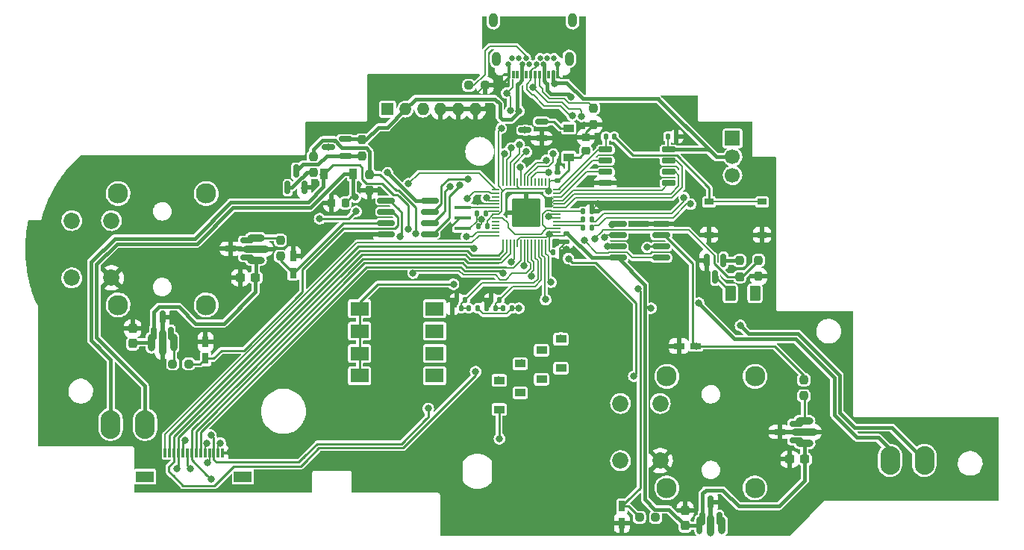
<source format=gbr>
G04 #@! TF.GenerationSoftware,KiCad,Pcbnew,(6.0.7)*
G04 #@! TF.CreationDate,2022-12-20T18:53:35-08:00*
G04 #@! TF.ProjectId,procon_gcc_main_pcb,70726f63-6f6e-45f6-9763-635f6d61696e,rev?*
G04 #@! TF.SameCoordinates,Original*
G04 #@! TF.FileFunction,Copper,L1,Top*
G04 #@! TF.FilePolarity,Positive*
%FSLAX46Y46*%
G04 Gerber Fmt 4.6, Leading zero omitted, Abs format (unit mm)*
G04 Created by KiCad (PCBNEW (6.0.7)) date 2022-12-20 18:53:35*
%MOMM*%
%LPD*%
G01*
G04 APERTURE LIST*
G04 Aperture macros list*
%AMRoundRect*
0 Rectangle with rounded corners*
0 $1 Rounding radius*
0 $2 $3 $4 $5 $6 $7 $8 $9 X,Y pos of 4 corners*
0 Add a 4 corners polygon primitive as box body*
4,1,4,$2,$3,$4,$5,$6,$7,$8,$9,$2,$3,0*
0 Add four circle primitives for the rounded corners*
1,1,$1+$1,$2,$3*
1,1,$1+$1,$4,$5*
1,1,$1+$1,$6,$7*
1,1,$1+$1,$8,$9*
0 Add four rect primitives between the rounded corners*
20,1,$1+$1,$2,$3,$4,$5,0*
20,1,$1+$1,$4,$5,$6,$7,0*
20,1,$1+$1,$6,$7,$8,$9,0*
20,1,$1+$1,$8,$9,$2,$3,0*%
G04 Aperture macros list end*
G04 #@! TA.AperFunction,ComponentPad*
%ADD10O,0.800000X2.000000*%
G04 #@! TD*
G04 #@! TA.AperFunction,ComponentPad*
%ADD11O,0.800000X3.000000*%
G04 #@! TD*
G04 #@! TA.AperFunction,ComponentPad*
%ADD12O,2.000000X0.800000*%
G04 #@! TD*
G04 #@! TA.AperFunction,ComponentPad*
%ADD13O,3.000000X0.800000*%
G04 #@! TD*
G04 #@! TA.AperFunction,SMDPad,CuDef*
%ADD14RoundRect,0.237500X-0.237500X0.250000X-0.237500X-0.250000X0.237500X-0.250000X0.237500X0.250000X0*%
G04 #@! TD*
G04 #@! TA.AperFunction,SMDPad,CuDef*
%ADD15RoundRect,0.135000X0.135000X0.185000X-0.135000X0.185000X-0.135000X-0.185000X0.135000X-0.185000X0*%
G04 #@! TD*
G04 #@! TA.AperFunction,SMDPad,CuDef*
%ADD16R,0.900000X1.200000*%
G04 #@! TD*
G04 #@! TA.AperFunction,SMDPad,CuDef*
%ADD17RoundRect,0.237500X0.237500X-0.250000X0.237500X0.250000X-0.237500X0.250000X-0.237500X-0.250000X0*%
G04 #@! TD*
G04 #@! TA.AperFunction,SMDPad,CuDef*
%ADD18RoundRect,0.140000X0.140000X0.170000X-0.140000X0.170000X-0.140000X-0.170000X0.140000X-0.170000X0*%
G04 #@! TD*
G04 #@! TA.AperFunction,ComponentPad*
%ADD19R,1.400000X1.400000*%
G04 #@! TD*
G04 #@! TA.AperFunction,ComponentPad*
%ADD20O,1.400000X1.400000*%
G04 #@! TD*
G04 #@! TA.AperFunction,SMDPad,CuDef*
%ADD21RoundRect,0.150000X0.587500X0.150000X-0.587500X0.150000X-0.587500X-0.150000X0.587500X-0.150000X0*%
G04 #@! TD*
G04 #@! TA.AperFunction,SMDPad,CuDef*
%ADD22RoundRect,0.237500X0.300000X0.237500X-0.300000X0.237500X-0.300000X-0.237500X0.300000X-0.237500X0*%
G04 #@! TD*
G04 #@! TA.AperFunction,SMDPad,CuDef*
%ADD23RoundRect,0.150000X-0.150000X0.587500X-0.150000X-0.587500X0.150000X-0.587500X0.150000X0.587500X0*%
G04 #@! TD*
G04 #@! TA.AperFunction,SMDPad,CuDef*
%ADD24RoundRect,0.140000X-0.140000X-0.170000X0.140000X-0.170000X0.140000X0.170000X-0.140000X0.170000X0*%
G04 #@! TD*
G04 #@! TA.AperFunction,SMDPad,CuDef*
%ADD25R,1.200000X0.900000*%
G04 #@! TD*
G04 #@! TA.AperFunction,SMDPad,CuDef*
%ADD26RoundRect,0.150000X-0.825000X-0.150000X0.825000X-0.150000X0.825000X0.150000X-0.825000X0.150000X0*%
G04 #@! TD*
G04 #@! TA.AperFunction,SMDPad,CuDef*
%ADD27R,0.750000X1.200000*%
G04 #@! TD*
G04 #@! TA.AperFunction,ComponentPad*
%ADD28C,2.300000*%
G04 #@! TD*
G04 #@! TA.AperFunction,ComponentPad*
%ADD29C,1.850000*%
G04 #@! TD*
G04 #@! TA.AperFunction,ComponentPad*
%ADD30O,0.700000X2.000000*%
G04 #@! TD*
G04 #@! TA.AperFunction,ComponentPad*
%ADD31O,0.800000X2.500000*%
G04 #@! TD*
G04 #@! TA.AperFunction,SMDPad,CuDef*
%ADD32O,2.250000X3.250000*%
G04 #@! TD*
G04 #@! TA.AperFunction,SMDPad,CuDef*
%ADD33RoundRect,0.250000X0.375000X0.625000X-0.375000X0.625000X-0.375000X-0.625000X0.375000X-0.625000X0*%
G04 #@! TD*
G04 #@! TA.AperFunction,SMDPad,CuDef*
%ADD34RoundRect,0.150000X0.150000X-0.587500X0.150000X0.587500X-0.150000X0.587500X-0.150000X-0.587500X0*%
G04 #@! TD*
G04 #@! TA.AperFunction,SMDPad,CuDef*
%ADD35RoundRect,0.225000X0.250000X-0.225000X0.250000X0.225000X-0.250000X0.225000X-0.250000X-0.225000X0*%
G04 #@! TD*
G04 #@! TA.AperFunction,SMDPad,CuDef*
%ADD36RoundRect,0.050000X-0.050000X0.387500X-0.050000X-0.387500X0.050000X-0.387500X0.050000X0.387500X0*%
G04 #@! TD*
G04 #@! TA.AperFunction,SMDPad,CuDef*
%ADD37RoundRect,0.050000X-0.387500X0.050000X-0.387500X-0.050000X0.387500X-0.050000X0.387500X0.050000X0*%
G04 #@! TD*
G04 #@! TA.AperFunction,SMDPad,CuDef*
%ADD38RoundRect,0.144000X-1.456000X1.456000X-1.456000X-1.456000X1.456000X-1.456000X1.456000X1.456000X0*%
G04 #@! TD*
G04 #@! TA.AperFunction,ComponentPad*
%ADD39C,0.600000*%
G04 #@! TD*
G04 #@! TA.AperFunction,SMDPad,CuDef*
%ADD40R,1.900000X0.400000*%
G04 #@! TD*
G04 #@! TA.AperFunction,SMDPad,CuDef*
%ADD41RoundRect,0.140000X0.170000X-0.140000X0.170000X0.140000X-0.170000X0.140000X-0.170000X-0.140000X0*%
G04 #@! TD*
G04 #@! TA.AperFunction,SMDPad,CuDef*
%ADD42RoundRect,0.237500X-0.250000X-0.237500X0.250000X-0.237500X0.250000X0.237500X-0.250000X0.237500X0*%
G04 #@! TD*
G04 #@! TA.AperFunction,SMDPad,CuDef*
%ADD43RoundRect,0.237500X0.237500X-0.300000X0.237500X0.300000X-0.237500X0.300000X-0.237500X-0.300000X0*%
G04 #@! TD*
G04 #@! TA.AperFunction,SMDPad,CuDef*
%ADD44R,1.000000X0.750000*%
G04 #@! TD*
G04 #@! TA.AperFunction,SMDPad,CuDef*
%ADD45RoundRect,0.150000X0.825000X0.150000X-0.825000X0.150000X-0.825000X-0.150000X0.825000X-0.150000X0*%
G04 #@! TD*
G04 #@! TA.AperFunction,ComponentPad*
%ADD46R,1.700000X1.700000*%
G04 #@! TD*
G04 #@! TA.AperFunction,ComponentPad*
%ADD47C,1.700000*%
G04 #@! TD*
G04 #@! TA.AperFunction,SMDPad,CuDef*
%ADD48RoundRect,0.225000X0.225000X0.250000X-0.225000X0.250000X-0.225000X-0.250000X0.225000X-0.250000X0*%
G04 #@! TD*
G04 #@! TA.AperFunction,SMDPad,CuDef*
%ADD49R,2.100000X1.600000*%
G04 #@! TD*
G04 #@! TA.AperFunction,SMDPad,CuDef*
%ADD50RoundRect,0.140000X-0.170000X0.140000X-0.170000X-0.140000X0.170000X-0.140000X0.170000X0.140000X0*%
G04 #@! TD*
G04 #@! TA.AperFunction,SMDPad,CuDef*
%ADD51R,2.000000X1.300000*%
G04 #@! TD*
G04 #@! TA.AperFunction,SMDPad,CuDef*
%ADD52R,0.300000X1.000000*%
G04 #@! TD*
G04 #@! TA.AperFunction,SMDPad,CuDef*
%ADD53R,0.300000X0.900000*%
G04 #@! TD*
G04 #@! TA.AperFunction,ComponentPad*
%ADD54C,0.650000*%
G04 #@! TD*
G04 #@! TA.AperFunction,ComponentPad*
%ADD55O,1.000000X1.600000*%
G04 #@! TD*
G04 #@! TA.AperFunction,SMDPad,CuDef*
%ADD56RoundRect,0.150000X-0.650000X-0.150000X0.650000X-0.150000X0.650000X0.150000X-0.650000X0.150000X0*%
G04 #@! TD*
G04 #@! TA.AperFunction,SMDPad,CuDef*
%ADD57RoundRect,0.135000X-0.135000X-0.185000X0.135000X-0.185000X0.135000X0.185000X-0.135000X0.185000X0*%
G04 #@! TD*
G04 #@! TA.AperFunction,SMDPad,CuDef*
%ADD58RoundRect,0.237500X0.250000X0.237500X-0.250000X0.237500X-0.250000X-0.237500X0.250000X-0.237500X0*%
G04 #@! TD*
G04 #@! TA.AperFunction,SMDPad,CuDef*
%ADD59R,1.200000X0.750000*%
G04 #@! TD*
G04 #@! TA.AperFunction,ViaPad*
%ADD60C,0.800000*%
G04 #@! TD*
G04 #@! TA.AperFunction,Conductor*
%ADD61C,0.200000*%
G04 #@! TD*
G04 #@! TA.AperFunction,Conductor*
%ADD62C,0.400000*%
G04 #@! TD*
G04 #@! TA.AperFunction,Conductor*
%ADD63C,0.250000*%
G04 #@! TD*
G04 APERTURE END LIST*
D10*
X95149000Y-129394000D03*
D11*
X96419000Y-129394000D03*
D10*
X97689000Y-129394000D03*
D12*
X107019000Y-120064000D03*
D13*
X107019000Y-118794000D03*
D12*
X107019000Y-117524000D03*
D14*
X113538000Y-108307500D03*
X113538000Y-110132500D03*
D15*
X145160000Y-115450000D03*
X144140000Y-115450000D03*
D16*
X118050000Y-110250000D03*
X114750000Y-110250000D03*
D17*
X161925000Y-121937500D03*
X161925000Y-120112500D03*
D14*
X169184000Y-133621500D03*
X169184000Y-135446500D03*
D18*
X133250000Y-116240000D03*
X132290000Y-116240000D03*
D19*
X121970000Y-102930000D03*
D20*
X123970000Y-102930000D03*
X125970000Y-102930000D03*
X127970000Y-102930000D03*
X129970000Y-102930000D03*
X131970000Y-102930000D03*
D21*
X106027500Y-119720000D03*
X106027500Y-117820000D03*
X104152500Y-118770000D03*
D22*
X106986500Y-122044000D03*
X105261500Y-122044000D03*
D23*
X160075000Y-120087500D03*
X158175000Y-120087500D03*
X159125000Y-121962500D03*
D24*
X153770000Y-106025000D03*
X154730000Y-106025000D03*
D21*
X139437500Y-106250000D03*
X139437500Y-104350000D03*
X137562500Y-105300000D03*
D25*
X142500000Y-108370000D03*
X142500000Y-105070000D03*
D26*
X121800000Y-113295000D03*
X121800000Y-114565000D03*
X121800000Y-115835000D03*
X121800000Y-117105000D03*
X126750000Y-117105000D03*
X126750000Y-115835000D03*
X126750000Y-114565000D03*
X126750000Y-113295000D03*
D25*
X137000000Y-131810000D03*
X137000000Y-135110000D03*
D15*
X132190000Y-125510000D03*
X131170000Y-125510000D03*
D27*
X111250000Y-121500000D03*
X111250000Y-119600000D03*
D15*
X136090000Y-125520000D03*
X135070000Y-125520000D03*
D22*
X169306500Y-142654000D03*
X167581500Y-142654000D03*
D28*
X163644000Y-133244000D03*
X163644000Y-145894000D03*
X153644000Y-133244000D03*
X153644000Y-145894000D03*
D29*
X152894000Y-136319000D03*
X148394000Y-136319000D03*
X152894000Y-142819000D03*
X148394000Y-142819000D03*
D27*
X148540000Y-147990000D03*
X148540000Y-149890000D03*
D17*
X164050000Y-121912500D03*
X164050000Y-120087500D03*
D30*
X157374000Y-150169000D03*
D31*
X158644000Y-150169000D03*
D10*
X159914000Y-150169000D03*
D12*
X169244000Y-140839000D03*
D13*
X169244000Y-139569000D03*
D12*
X169244000Y-138299000D03*
D32*
X178969000Y-142769000D03*
X182869000Y-142769000D03*
D33*
X163650000Y-123825000D03*
X160850000Y-123825000D03*
D34*
X110625000Y-111837500D03*
X112525000Y-111837500D03*
X111575000Y-109962500D03*
D15*
X145175000Y-116375000D03*
X144155000Y-116375000D03*
D35*
X144460000Y-107665000D03*
X144460000Y-106115000D03*
D15*
X130340000Y-125500000D03*
X129320000Y-125500000D03*
D24*
X140700000Y-119180000D03*
X141660000Y-119180000D03*
D18*
X130770000Y-124570000D03*
X129810000Y-124570000D03*
D24*
X146720000Y-106050000D03*
X147680000Y-106050000D03*
D36*
X140295000Y-111246079D03*
X139895000Y-111246079D03*
X139495000Y-111246079D03*
X139095000Y-111246079D03*
X138695000Y-111246079D03*
X138295000Y-111246079D03*
X137895000Y-111246079D03*
X137495000Y-111246079D03*
X137095000Y-111246079D03*
X136695000Y-111246079D03*
X136295000Y-111246079D03*
X135895000Y-111246079D03*
X135495000Y-111246079D03*
X135095000Y-111246079D03*
D37*
X134257500Y-112083579D03*
X134257500Y-112483579D03*
X134257500Y-112883579D03*
X134257500Y-113283579D03*
X134257500Y-113683579D03*
X134257500Y-114083579D03*
X134257500Y-114483579D03*
X134257500Y-114883579D03*
X134257500Y-115283579D03*
X134257500Y-115683579D03*
X134257500Y-116083579D03*
X134257500Y-116483579D03*
X134257500Y-116883579D03*
X134257500Y-117283579D03*
D36*
X135095000Y-118121079D03*
X135495000Y-118121079D03*
X135895000Y-118121079D03*
X136295000Y-118121079D03*
X136695000Y-118121079D03*
X137095000Y-118121079D03*
X137495000Y-118121079D03*
X137895000Y-118121079D03*
X138295000Y-118121079D03*
X138695000Y-118121079D03*
X139095000Y-118121079D03*
X139495000Y-118121079D03*
X139895000Y-118121079D03*
X140295000Y-118121079D03*
D37*
X141132500Y-117283579D03*
X141132500Y-116883579D03*
X141132500Y-116483579D03*
X141132500Y-116083579D03*
X141132500Y-115683579D03*
X141132500Y-115283579D03*
X141132500Y-114883579D03*
X141132500Y-114483579D03*
X141132500Y-114083579D03*
X141132500Y-113683579D03*
X141132500Y-113283579D03*
X141132500Y-112883579D03*
X141132500Y-112483579D03*
X141132500Y-112083579D03*
D38*
X137695000Y-114683579D03*
D39*
X136420000Y-113408579D03*
X138970000Y-115958579D03*
X136420000Y-115958579D03*
X138970000Y-113408579D03*
X138970000Y-114683579D03*
X137695000Y-115958579D03*
X136420000Y-114683579D03*
X137695000Y-114683579D03*
X137695000Y-113408579D03*
D40*
X130500000Y-114075000D03*
X130500000Y-116475000D03*
X130500000Y-115275000D03*
D18*
X134660000Y-124560000D03*
X133700000Y-124560000D03*
D41*
X141250000Y-111070000D03*
X141250000Y-110110000D03*
D28*
X101394000Y-112494000D03*
X101394000Y-125144000D03*
X91394000Y-112494000D03*
X91394000Y-125144000D03*
D29*
X90644000Y-115569000D03*
X86144000Y-115569000D03*
X90644000Y-122069000D03*
X86144000Y-122069000D03*
D42*
X150541500Y-149234000D03*
X152366500Y-149234000D03*
D43*
X155724000Y-150186500D03*
X155724000Y-148461500D03*
D44*
X164442500Y-117195000D03*
X158442500Y-117195000D03*
X164442500Y-113445000D03*
X158442500Y-113445000D03*
D25*
X139430000Y-130280000D03*
X139430000Y-133580000D03*
D45*
X153015000Y-119795000D03*
X153015000Y-118525000D03*
X153015000Y-117255000D03*
X153015000Y-115985000D03*
X148065000Y-115985000D03*
X148065000Y-117255000D03*
X148065000Y-118525000D03*
X148065000Y-119795000D03*
D43*
X93054000Y-129534000D03*
X93054000Y-127809000D03*
D17*
X109804000Y-119619000D03*
X109804000Y-117794000D03*
D46*
X161100000Y-106250000D03*
D47*
X161100000Y-108325000D03*
X161100000Y-110425000D03*
D27*
X101325000Y-131225000D03*
X101325000Y-129325000D03*
D18*
X145105000Y-114525000D03*
X144145000Y-114525000D03*
D48*
X117165000Y-113580000D03*
X115615000Y-113580000D03*
D34*
X95470000Y-128367500D03*
X97370000Y-128367500D03*
X96420000Y-126492500D03*
D49*
X118800000Y-125575000D03*
X118800000Y-128125000D03*
X118800000Y-130665000D03*
X118800000Y-133175000D03*
X127300000Y-125575000D03*
X127300000Y-128125000D03*
X127300000Y-130665000D03*
X127300000Y-133175000D03*
D32*
X94450000Y-138690000D03*
X90550000Y-138690000D03*
D50*
X142240000Y-117030000D03*
X142240000Y-117990000D03*
D51*
X105550000Y-144625000D03*
X94450000Y-144625000D03*
D52*
X96750000Y-141925000D03*
X97250000Y-141925000D03*
X97750000Y-141925000D03*
X98250000Y-141925000D03*
X98750000Y-141925000D03*
X99250000Y-141925000D03*
X99750000Y-141925000D03*
X100250000Y-141925000D03*
X100750000Y-141925000D03*
X101250000Y-141925000D03*
X101750000Y-141925000D03*
X102250000Y-141925000D03*
X102750000Y-141925000D03*
X103250000Y-141925000D03*
D15*
X134190000Y-125510000D03*
X133170000Y-125510000D03*
D21*
X117162500Y-108200000D03*
X117162500Y-106300000D03*
X115287500Y-107250000D03*
D53*
X141210000Y-99035000D03*
X140710000Y-99035000D03*
X140210000Y-99035000D03*
X139710000Y-99035000D03*
X139210000Y-99035000D03*
X138710000Y-99035000D03*
X138210000Y-99035000D03*
X137710000Y-99035000D03*
X137210000Y-99035000D03*
X136710000Y-99035000D03*
X136210000Y-99035000D03*
X135710000Y-99035000D03*
D54*
X135660000Y-97825000D03*
X136060000Y-97125000D03*
X136860000Y-97125000D03*
X137260000Y-97825000D03*
X137660000Y-97125000D03*
X138060000Y-97825000D03*
X138860000Y-97825000D03*
X139260000Y-97125000D03*
X139660000Y-97825000D03*
X140060000Y-97125000D03*
X140860000Y-97125000D03*
X141260000Y-97825000D03*
D55*
X133970000Y-92835000D03*
X142590000Y-97225000D03*
X134330000Y-97225000D03*
X142950000Y-92835000D03*
D56*
X146675000Y-107520000D03*
X146675000Y-108790000D03*
X146675000Y-110060000D03*
X146675000Y-111330000D03*
X153875000Y-111330000D03*
X153875000Y-110060000D03*
X153875000Y-108790000D03*
X153875000Y-107520000D03*
D57*
X132065000Y-114775000D03*
X133085000Y-114775000D03*
D58*
X99416500Y-131824000D03*
X97591500Y-131824000D03*
D25*
X134620000Y-133700000D03*
X134620000Y-137000000D03*
D17*
X119050000Y-108237500D03*
X119050000Y-106412500D03*
D42*
X131187500Y-100240000D03*
X133012500Y-100240000D03*
D34*
X157680000Y-149367500D03*
X159580000Y-149367500D03*
X158630000Y-147492500D03*
D17*
X119875000Y-112162500D03*
X119875000Y-110337500D03*
D25*
X141630000Y-129020000D03*
X141630000Y-132320000D03*
D59*
X156906000Y-129794000D03*
X155006000Y-129794000D03*
D14*
X145330000Y-102837500D03*
X145330000Y-104662500D03*
D21*
X168317500Y-140510000D03*
X168317500Y-138610000D03*
X166442500Y-139560000D03*
D60*
X151870000Y-125510000D03*
X134860000Y-105098360D03*
X140295000Y-117163579D03*
X140884153Y-100058132D03*
X140262365Y-112262282D03*
X121970000Y-110145000D03*
X140255000Y-115123579D03*
X136880000Y-125510000D03*
X152366500Y-149234000D03*
X131030000Y-113050000D03*
X99620000Y-143730500D03*
X118800000Y-133175000D03*
X129450000Y-122790000D03*
X134657299Y-140317299D03*
X101922500Y-144908488D03*
X135958340Y-120258341D03*
X135036212Y-121564500D03*
X135224500Y-107984317D03*
X102974500Y-140800000D03*
X137000000Y-135120000D03*
X126580000Y-136900000D03*
X137000000Y-135120000D03*
X137720000Y-107770000D03*
X101919500Y-139904007D03*
X135980369Y-107330354D03*
X101535500Y-143008988D03*
X136903789Y-106947860D03*
X101474500Y-140800000D03*
X99020500Y-140460000D03*
X140765586Y-108021000D03*
X141630000Y-132320000D03*
X98035500Y-143676218D03*
X139387701Y-133537701D03*
X131951097Y-132711097D03*
X131783374Y-118746254D03*
X130900000Y-117400500D03*
X132225000Y-113384079D03*
X120840000Y-100140000D03*
X147425000Y-102850000D03*
X112575000Y-111875000D03*
X132550000Y-124210000D03*
X132600000Y-115470000D03*
X142260000Y-118810000D03*
X134480000Y-100510000D03*
X128675000Y-116675000D03*
X125710000Y-107200000D03*
X133330000Y-102630000D03*
X105156000Y-121920000D03*
X96450000Y-145740000D03*
X155724000Y-148461500D03*
X148990000Y-109080000D03*
X143450000Y-99425000D03*
X104050000Y-141825000D03*
X138625000Y-102900000D03*
X158075000Y-120150000D03*
X119760000Y-114070000D03*
X145810000Y-113700000D03*
X101346000Y-129325000D03*
X150351500Y-123330832D03*
X151410000Y-118600000D03*
X156972000Y-129794000D03*
X157287500Y-124937500D03*
X136872732Y-103147503D03*
X118300000Y-112940000D03*
X142784668Y-101540332D03*
X119050000Y-106412500D03*
X118050000Y-110250000D03*
X124299500Y-116530000D03*
X163650000Y-123825000D03*
X162000000Y-127475000D03*
X115287500Y-107250000D03*
X114700000Y-110325000D03*
X139890000Y-124540000D03*
X135490000Y-101090000D03*
X135874290Y-103101467D03*
X125175500Y-117030000D03*
X140507109Y-122560000D03*
X138307609Y-121871634D03*
X145490000Y-117630000D03*
X134540000Y-133680000D03*
X127300000Y-133175000D03*
X127300000Y-130665000D03*
X137190000Y-131720000D03*
X139430000Y-130280000D03*
X127300000Y-128125000D03*
X141620000Y-128880000D03*
X127300000Y-125575000D03*
X143987761Y-103752239D03*
X155594265Y-112958768D03*
X138444958Y-100410500D03*
X156336729Y-113701232D03*
X142900000Y-103675000D03*
X124347832Y-111392168D03*
X142484830Y-119890240D03*
X149901500Y-133240000D03*
X133198379Y-112984079D03*
X123360242Y-117400500D03*
X124860000Y-121545312D03*
X130150000Y-111570000D03*
X147400000Y-116000000D03*
X136994500Y-109527474D03*
X129025378Y-111705378D03*
X146580000Y-117510000D03*
X140220000Y-110140000D03*
X146950000Y-118500000D03*
X139980000Y-108720500D03*
X131050396Y-110870500D03*
X118390000Y-114510000D03*
X114260000Y-115360000D03*
X137562500Y-105300000D03*
X137477937Y-120717938D03*
X144287170Y-117832831D03*
D61*
X141132500Y-114883579D02*
X140495000Y-114883579D01*
D62*
X140925000Y-99925000D02*
X140700000Y-99700000D01*
D61*
X141132500Y-115283579D02*
X140415000Y-115283579D01*
X140525000Y-117283579D02*
X140350000Y-117108579D01*
D62*
X157680000Y-149367500D02*
X157680000Y-146545000D01*
X126750000Y-113295000D02*
X125130000Y-113295000D01*
D61*
X137082157Y-111953579D02*
X139995000Y-111953579D01*
D62*
X157374000Y-150169000D02*
X155741500Y-150169000D01*
X169244000Y-142591500D02*
X169306500Y-142654000D01*
X157680000Y-146545000D02*
X158055000Y-146170000D01*
X159239000Y-108369000D02*
X158985000Y-108115000D01*
X103378000Y-127254000D02*
X106986500Y-123645500D01*
X161789000Y-147964000D02*
X166374000Y-147964000D01*
D61*
X136090000Y-125520000D02*
X136870000Y-125520000D01*
D62*
X159995000Y-146170000D02*
X161789000Y-147964000D01*
D61*
X135335000Y-111953579D02*
X136893579Y-111953579D01*
X133936421Y-114883579D02*
X133250000Y-115570000D01*
X134525000Y-105433360D02*
X134860000Y-105098360D01*
D62*
X95470000Y-128367500D02*
X95470000Y-125905000D01*
D63*
X142500000Y-108370000D02*
X142500000Y-109827609D01*
X143755000Y-108370000D02*
X144460000Y-107665000D01*
D62*
X169306500Y-145031500D02*
X169306500Y-142654000D01*
D61*
X136695000Y-117793579D02*
X136995000Y-117493579D01*
X140295000Y-112253579D02*
X140271068Y-112253579D01*
D62*
X95470000Y-125905000D02*
X96020000Y-125355000D01*
D61*
X134577843Y-114883579D02*
X134925000Y-114536422D01*
X141132500Y-117283579D02*
X140525000Y-117283579D01*
X139995000Y-111953579D02*
X140295000Y-112253579D01*
X134525000Y-111600000D02*
X134525000Y-105433360D01*
X141132500Y-116883579D02*
X140575000Y-116883579D01*
D62*
X125120000Y-113295000D02*
X121970000Y-110145000D01*
D61*
X140295000Y-115083579D02*
X140255000Y-115123579D01*
D62*
X166374000Y-147964000D02*
X169306500Y-145031500D01*
X148065000Y-119795000D02*
X145118675Y-119795000D01*
D61*
X134925000Y-112363579D02*
X135106790Y-112181790D01*
D62*
X152640000Y-101760000D02*
X151480000Y-101760000D01*
X98280000Y-125355000D02*
X100179000Y-127254000D01*
D61*
X141250000Y-111070000D02*
X140471079Y-111070000D01*
X136995000Y-117493579D02*
X139965000Y-117493579D01*
D62*
X140700000Y-98700000D02*
X140700000Y-99700000D01*
D61*
X134257500Y-114883579D02*
X133936421Y-114883579D01*
D62*
X151151000Y-122881000D02*
X148065000Y-119795000D01*
D61*
X140350000Y-117108579D02*
X140295000Y-117163579D01*
X158415000Y-107545000D02*
X158985000Y-108115000D01*
D62*
X151470000Y-101750000D02*
X144125000Y-101750000D01*
D61*
X153770000Y-106025000D02*
X153770000Y-107415000D01*
D62*
X100179000Y-127254000D02*
X103378000Y-127254000D01*
D61*
X140295000Y-112253579D02*
X140295000Y-112263579D01*
D63*
X142500000Y-108370000D02*
X143755000Y-108370000D01*
D61*
X140471079Y-111070000D02*
X140295000Y-111246079D01*
X140575000Y-116883579D02*
X140350000Y-117108579D01*
X151600000Y-125510000D02*
X151151000Y-125061000D01*
D62*
X151480000Y-101760000D02*
X151470000Y-101750000D01*
D61*
X136695000Y-118121079D02*
X136695000Y-117793579D01*
D62*
X161069000Y-108369000D02*
X159239000Y-108369000D01*
D61*
X141132500Y-117283579D02*
X142031421Y-117283579D01*
D62*
X107019000Y-122011500D02*
X106986500Y-122044000D01*
D61*
X135106790Y-112181790D02*
X134525000Y-111600000D01*
D62*
X155724000Y-150186500D02*
X153896500Y-148359000D01*
D61*
X139965000Y-117493579D02*
X140295000Y-117163579D01*
D62*
X153896500Y-148359000D02*
X152291000Y-148359000D01*
X144125000Y-101750000D02*
X142300000Y-99925000D01*
D61*
X136695000Y-111246079D02*
X136695000Y-111566422D01*
X135470000Y-126140000D02*
X132820000Y-126140000D01*
X153770000Y-107415000D02*
X153875000Y-107520000D01*
X140295000Y-117163579D02*
X140295000Y-118121079D01*
X132820000Y-126140000D02*
X132190000Y-125510000D01*
D62*
X125130000Y-113295000D02*
X125125000Y-113300000D01*
D61*
X142031421Y-117283579D02*
X142200000Y-117115000D01*
D62*
X96020000Y-125355000D02*
X98280000Y-125355000D01*
X107019000Y-120064000D02*
X107019000Y-122011500D01*
X151151000Y-125061000D02*
X151151000Y-122881000D01*
D61*
X140295000Y-118121079D02*
X140295000Y-118963579D01*
X133250000Y-115570000D02*
X133250000Y-116240000D01*
D62*
X151151000Y-147219000D02*
X151151000Y-125061000D01*
D61*
X140295000Y-118963579D02*
X140525000Y-119193579D01*
D63*
X142500000Y-109827609D02*
X141257609Y-111070000D01*
D62*
X93156500Y-129394000D02*
X93014000Y-129536500D01*
X106986500Y-123645500D02*
X106986500Y-122044000D01*
X169244000Y-140839000D02*
X169244000Y-142591500D01*
D61*
X140415000Y-115283579D02*
X140255000Y-115123579D01*
D62*
X155741500Y-150169000D02*
X155724000Y-150186500D01*
D61*
X140271068Y-112253579D02*
X140262365Y-112262282D01*
D62*
X145118675Y-119795000D02*
X142353675Y-117030000D01*
X142353675Y-117030000D02*
X142240000Y-117030000D01*
X152291000Y-148359000D02*
X151151000Y-147219000D01*
D61*
X134925000Y-114536422D02*
X134925000Y-112363579D01*
X140495000Y-114883579D02*
X140255000Y-115123579D01*
X140295000Y-111246079D02*
X140295000Y-112263579D01*
X135106790Y-112181790D02*
X135335000Y-111953579D01*
D62*
X152640000Y-101770000D02*
X152640000Y-101760000D01*
X126750000Y-113295000D02*
X125120000Y-113295000D01*
D63*
X141257609Y-111070000D02*
X141250000Y-111070000D01*
D62*
X142300000Y-99925000D02*
X140925000Y-99925000D01*
D61*
X134257500Y-114883579D02*
X134577843Y-114883579D01*
X136695000Y-111246079D02*
X136695000Y-111755000D01*
D62*
X158390000Y-107520000D02*
X158415000Y-107545000D01*
X153875000Y-107520000D02*
X158390000Y-107520000D01*
X158985000Y-108115000D02*
X152640000Y-101770000D01*
D61*
X136090000Y-125520000D02*
X135470000Y-126140000D01*
X136695000Y-111755000D02*
X136893579Y-111953579D01*
X136870000Y-125520000D02*
X136880000Y-125510000D01*
X151870000Y-125510000D02*
X151600000Y-125510000D01*
X136893579Y-111953579D02*
X137082157Y-111953579D01*
D62*
X158055000Y-146170000D02*
X159995000Y-146170000D01*
X95149000Y-129394000D02*
X93156500Y-129394000D01*
D63*
X169244000Y-135506500D02*
X169184000Y-135446500D01*
X169244000Y-138299000D02*
X169244000Y-135506500D01*
X109534000Y-117524000D02*
X109804000Y-117794000D01*
X107019000Y-117524000D02*
X109534000Y-117524000D01*
X97689000Y-129394000D02*
X97689000Y-131726500D01*
X97689000Y-131726500D02*
X97591500Y-131824000D01*
X99250000Y-143360500D02*
X99620000Y-143730500D01*
D61*
X122790000Y-122790000D02*
X122330000Y-122790000D01*
X133488329Y-112284079D02*
X131795921Y-112284079D01*
D63*
X118800000Y-124840000D02*
X120850000Y-122790000D01*
X118800000Y-125575000D02*
X118800000Y-133175000D01*
D61*
X131795921Y-112284079D02*
X131030000Y-113050000D01*
D63*
X99250000Y-141925000D02*
X99250000Y-143360500D01*
X120850000Y-122790000D02*
X122120000Y-122790000D01*
D61*
X133687829Y-112483579D02*
X133488329Y-112284079D01*
D63*
X122120000Y-122790000D02*
X122790000Y-122790000D01*
X118800000Y-125575000D02*
X118800000Y-124840000D01*
D61*
X134257500Y-112483579D02*
X133687829Y-112483579D01*
D63*
X122120000Y-122790000D02*
X129450000Y-122790000D01*
D61*
X129450000Y-122790000D02*
X122790000Y-122790000D01*
X134856183Y-120371254D02*
X134551254Y-120371254D01*
D63*
X134620000Y-140280000D02*
X134657299Y-140317299D01*
X99750000Y-142725000D02*
X101462500Y-144437500D01*
X134620000Y-137000000D02*
X134620000Y-140280000D01*
X99750000Y-139335228D02*
X105392614Y-133692614D01*
X101462500Y-144437500D02*
X101922500Y-144897500D01*
X99750000Y-141925000D02*
X99750000Y-139335228D01*
X101922500Y-144897500D02*
X101922500Y-144908488D01*
D61*
X135895000Y-119332437D02*
X134856183Y-120371254D01*
D63*
X130260000Y-119900000D02*
X130639023Y-119900000D01*
X119185228Y-119900000D02*
X130260000Y-119900000D01*
X99750000Y-141925000D02*
X99750000Y-142725000D01*
X131110277Y-120371254D02*
X134551254Y-120371254D01*
X130639023Y-119900000D02*
X131110277Y-120371254D01*
X105392614Y-133692614D02*
X119185228Y-119900000D01*
D61*
X135895000Y-118121079D02*
X135895000Y-119332437D01*
D63*
X100250000Y-141925000D02*
X100250000Y-139471624D01*
D61*
X136248290Y-120958341D02*
X135528341Y-120958341D01*
X137095000Y-120111631D02*
X136248290Y-120958341D01*
D63*
X130942627Y-120840000D02*
X135410000Y-120840000D01*
X100250000Y-139471624D02*
X119350812Y-120370812D01*
D61*
X137095000Y-118121079D02*
X137095000Y-120111631D01*
X135528341Y-120958341D02*
X135410000Y-120840000D01*
D63*
X119350812Y-120370812D02*
X130473439Y-120370812D01*
X130473439Y-120370812D02*
X130942627Y-120840000D01*
X130749188Y-121290000D02*
X134761712Y-121290000D01*
X134761712Y-121290000D02*
X135036212Y-121564500D01*
X130280000Y-120820812D02*
X130749188Y-121290000D01*
X119537208Y-120820812D02*
X130280000Y-120820812D01*
X109624010Y-130734010D02*
X113699010Y-126659010D01*
X100750000Y-141925000D02*
X100750000Y-139608020D01*
X113699010Y-126659010D02*
X119537208Y-120820812D01*
D61*
X136295000Y-119921681D02*
X135958340Y-120258341D01*
X136295000Y-118121079D02*
X136295000Y-119921681D01*
D63*
X100750000Y-139608020D02*
X109624010Y-130734010D01*
D61*
X135095000Y-108113817D02*
X135224500Y-107984317D01*
X135095000Y-111246079D02*
X135095000Y-108113817D01*
X102750000Y-141024500D02*
X102974500Y-140800000D01*
X102750000Y-141925000D02*
X102750000Y-141024500D01*
X136295000Y-111246079D02*
X136295000Y-109475000D01*
D63*
X126357000Y-138057000D02*
X126580000Y-137834000D01*
X102250000Y-141925000D02*
X102250000Y-140234507D01*
X123524000Y-140890000D02*
X126357000Y-138057000D01*
X113994812Y-140890000D02*
X123524000Y-140890000D01*
X111904812Y-142980000D02*
X102555000Y-142980000D01*
D61*
X111904812Y-142980000D02*
X112477406Y-142407406D01*
D63*
X102250000Y-140234507D02*
X101919500Y-139904007D01*
X137000000Y-135110000D02*
X137000000Y-135120000D01*
D61*
X136295000Y-109195000D02*
X137720000Y-107770000D01*
D63*
X112477406Y-142407406D02*
X112662406Y-142222406D01*
X112662406Y-142222406D02*
X111904812Y-142980000D01*
X126580000Y-137834000D02*
X126580000Y-136900000D01*
X102250000Y-142675000D02*
X102250000Y-141925000D01*
X102555000Y-142980000D02*
X102250000Y-142675000D01*
X112662406Y-142222406D02*
X113994812Y-140890000D01*
D61*
X136295000Y-109475000D02*
X136295000Y-109195000D01*
X101750000Y-142794488D02*
X101535500Y-143008988D01*
X135495000Y-111246079D02*
X135495000Y-108703767D01*
X101750000Y-141925000D02*
X101750000Y-142794488D01*
X135495000Y-108703767D02*
X135924500Y-108274267D01*
X135924500Y-108274267D02*
X135924500Y-107386223D01*
X135924500Y-107386223D02*
X135980369Y-107330354D01*
X101250000Y-141925000D02*
X101250000Y-141024500D01*
X136324500Y-108600500D02*
X136903789Y-108021211D01*
X135895000Y-109030000D02*
X136324500Y-108600500D01*
X136903789Y-108021211D02*
X136903789Y-106947860D01*
X135895000Y-111246079D02*
X135895000Y-109030000D01*
X101250000Y-141024500D02*
X101474500Y-140800000D01*
X140765586Y-108021000D02*
X140765586Y-108924864D01*
X137895000Y-110529314D02*
X139004314Y-109420000D01*
D63*
X98750000Y-140730500D02*
X99020500Y-140460000D01*
D61*
X137895000Y-110785000D02*
X137895000Y-110585000D01*
X140270450Y-109420000D02*
X140220000Y-109420000D01*
D63*
X98750000Y-141925000D02*
X98750000Y-140730500D01*
D61*
X137895000Y-111246079D02*
X137895000Y-110785000D01*
X140765586Y-108924864D02*
X140270450Y-109420000D01*
X139004314Y-109420000D02*
X140220000Y-109420000D01*
X137895000Y-110585000D02*
X137895000Y-110529314D01*
X135495000Y-119131396D02*
X134705142Y-119921254D01*
D63*
X98250000Y-142730000D02*
X98260000Y-142740000D01*
X119023832Y-119425000D02*
X130800419Y-119425000D01*
X130800419Y-119425000D02*
X131296673Y-119921254D01*
X98260000Y-143451718D02*
X98035500Y-143676218D01*
X98250000Y-141925000D02*
X98250000Y-142730000D01*
X98250000Y-140198832D02*
X119023832Y-119425000D01*
D61*
X98250000Y-141925000D02*
X98250000Y-140163476D01*
D63*
X98250000Y-141925000D02*
X98250000Y-140198832D01*
X131296673Y-119921254D02*
X134705142Y-119921254D01*
X98260000Y-142740000D02*
X98260000Y-143451718D01*
D61*
X135495000Y-118121079D02*
X135495000Y-119065000D01*
X135495000Y-119065000D02*
X135495000Y-119131396D01*
D63*
X104530000Y-143430000D02*
X102326512Y-145633488D01*
D61*
X135095000Y-118895000D02*
X134960000Y-119030000D01*
D63*
X131951097Y-133099299D02*
X131951097Y-132711097D01*
X126250198Y-138800198D02*
X131951097Y-133099299D01*
X123710396Y-141340000D02*
X126250198Y-138800198D01*
X97750000Y-141925000D02*
X97750000Y-140062436D01*
X97140000Y-143520000D02*
X97140000Y-144025305D01*
X112595604Y-142925604D02*
X112091208Y-143430000D01*
X131483069Y-119471254D02*
X134518746Y-119471254D01*
X118837436Y-118975000D02*
X130986815Y-118975000D01*
X97140000Y-144025305D02*
X97622348Y-144507652D01*
X98748184Y-145633488D02*
X97622348Y-144507652D01*
X97750000Y-142910000D02*
X97140000Y-143520000D01*
X97750000Y-140062436D02*
X118837436Y-118975000D01*
X102326512Y-145633488D02*
X98748184Y-145633488D01*
X134518746Y-119471254D02*
X134960000Y-119030000D01*
X112595604Y-142925604D02*
X114181208Y-141340000D01*
D61*
X135095000Y-118121079D02*
X135095000Y-118895000D01*
D63*
X114181208Y-141340000D02*
X123710396Y-141340000D01*
X112091208Y-143430000D02*
X104530000Y-143430000D01*
X130986815Y-118975000D02*
X131483069Y-119471254D01*
X97750000Y-141925000D02*
X97750000Y-142910000D01*
X114350520Y-122825520D02*
X118651040Y-118525000D01*
D61*
X131614146Y-117400500D02*
X130900000Y-117400500D01*
D63*
X97250000Y-141925000D02*
X97250000Y-139926040D01*
X102926040Y-134250000D02*
X114350520Y-122825520D01*
X131562120Y-118525000D02*
X131783374Y-118746254D01*
D61*
X134257500Y-116883579D02*
X132131067Y-116883579D01*
X132131067Y-116883579D02*
X131614146Y-117400500D01*
D63*
X118651040Y-118525000D02*
X131562120Y-118525000D01*
X97250000Y-139926040D02*
X102926040Y-134250000D01*
D61*
X96750000Y-139825000D02*
X118475000Y-118100000D01*
X133533579Y-117283579D02*
X133191421Y-117283579D01*
X134257500Y-117283579D02*
X133533579Y-117283579D01*
X118475000Y-118100000D02*
X131515686Y-118100000D01*
X131515686Y-118100000D02*
X132332107Y-117283579D01*
X132332107Y-117283579D02*
X133533579Y-117283579D01*
X96750000Y-141925000D02*
X96750000Y-139825000D01*
X133700000Y-124560000D02*
X132900000Y-124560000D01*
D62*
X158630000Y-148505000D02*
X158644000Y-148519000D01*
X169244000Y-139569000D02*
X166451500Y-139569000D01*
D61*
X134480000Y-100510000D02*
X134480000Y-101430000D01*
D63*
X116440000Y-118690000D02*
X116440000Y-118990000D01*
D61*
X141600000Y-99425000D02*
X141210000Y-99035000D01*
D63*
X112537500Y-111837500D02*
X112575000Y-111875000D01*
D61*
X145105000Y-114525000D02*
X145105000Y-114405000D01*
D63*
X141260000Y-97825000D02*
X141260000Y-98985000D01*
D61*
X133012500Y-100240000D02*
X132222500Y-101030000D01*
D62*
X158630000Y-147492500D02*
X158630000Y-148505000D01*
D63*
X130075000Y-115275000D02*
X128675000Y-116675000D01*
D61*
X103950000Y-141925000D02*
X103250000Y-141925000D01*
X133012500Y-100240000D02*
X134210000Y-100240000D01*
X133008579Y-113683579D02*
X132758579Y-113683579D01*
D63*
X105261500Y-122044000D02*
X105261500Y-122025500D01*
X158137500Y-120087500D02*
X158075000Y-120150000D01*
X144460000Y-106115000D02*
X144460000Y-105532500D01*
D62*
X96419000Y-129394000D02*
X96419000Y-126493500D01*
D61*
X133008579Y-113683579D02*
X132524500Y-113683579D01*
X134210000Y-100240000D02*
X134480000Y-100510000D01*
D63*
X118025000Y-117105000D02*
X116440000Y-118690000D01*
X135710000Y-97875000D02*
X135660000Y-97825000D01*
D62*
X166451500Y-139569000D02*
X166442500Y-139560000D01*
D61*
X127970000Y-102930000D02*
X131970000Y-102930000D01*
D63*
X144460000Y-105532500D02*
X145330000Y-104662500D01*
X119875000Y-112162500D02*
X119875000Y-113955000D01*
X135710000Y-99280000D02*
X134480000Y-100510000D01*
D61*
X104050000Y-141825000D02*
X103950000Y-141925000D01*
X141765000Y-118465000D02*
X142110000Y-118810000D01*
X141485000Y-119193579D02*
X141485000Y-118745000D01*
X133170000Y-125090000D02*
X133700000Y-124560000D01*
D63*
X119875000Y-113955000D02*
X119760000Y-114070000D01*
D61*
X134257500Y-113683579D02*
X133008579Y-113683579D01*
D63*
X135710000Y-99035000D02*
X135710000Y-99280000D01*
X112525000Y-111837500D02*
X112537500Y-111837500D01*
D61*
X145105000Y-114405000D02*
X145810000Y-113700000D01*
X133170000Y-125510000D02*
X133170000Y-125090000D01*
D63*
X130500000Y-115275000D02*
X130075000Y-115275000D01*
D61*
X129320000Y-125500000D02*
X129320000Y-125060000D01*
D62*
X96419000Y-126493500D02*
X96420000Y-126492500D01*
D63*
X135710000Y-99035000D02*
X135710000Y-97875000D01*
D62*
X158630000Y-147492500D02*
X158630000Y-150155000D01*
D61*
X121730000Y-101030000D02*
X120840000Y-100140000D01*
X134480000Y-100510000D02*
X134755000Y-100510000D01*
D63*
X158175000Y-120087500D02*
X158137500Y-120087500D01*
D61*
X132600000Y-115470000D02*
X132600000Y-115930000D01*
D63*
X121800000Y-117105000D02*
X118025000Y-117105000D01*
D61*
X132524500Y-113683579D02*
X132225000Y-113384079D01*
X129320000Y-125060000D02*
X129810000Y-124570000D01*
X141765000Y-118465000D02*
X142240000Y-117990000D01*
D63*
X105261500Y-122025500D02*
X105156000Y-121920000D01*
D61*
X132600000Y-115930000D02*
X132290000Y-116240000D01*
X142110000Y-118810000D02*
X142260000Y-118810000D01*
D62*
X158630000Y-150155000D02*
X158644000Y-150169000D01*
D61*
X132222500Y-101030000D02*
X121730000Y-101030000D01*
X132900000Y-124560000D02*
X132550000Y-124210000D01*
D63*
X141260000Y-98985000D02*
X141210000Y-99035000D01*
D61*
X143450000Y-99425000D02*
X141600000Y-99425000D01*
X141485000Y-118745000D02*
X141765000Y-118465000D01*
D63*
X123125000Y-115150000D02*
X122540000Y-114565000D01*
X100726000Y-131824000D02*
X101325000Y-131225000D01*
X105671960Y-130302000D02*
X112300000Y-123673960D01*
X123125000Y-116156751D02*
X123125000Y-115150000D01*
X112300000Y-121086396D02*
X116906396Y-116480000D01*
X122540000Y-114565000D02*
X121800000Y-114565000D01*
X116906396Y-116480000D02*
X122801751Y-116480000D01*
X102201000Y-131225000D02*
X103124000Y-130302000D01*
X103124000Y-130302000D02*
X105671960Y-130302000D01*
X99416500Y-131824000D02*
X100726000Y-131824000D01*
X122801751Y-116480000D02*
X123125000Y-116156751D01*
X112300000Y-123673960D02*
X112300000Y-121086396D01*
X101325000Y-131225000D02*
X102201000Y-131225000D01*
X116915000Y-115835000D02*
X111250000Y-121500000D01*
X121800000Y-115835000D02*
X116915000Y-115835000D01*
X109804000Y-119619000D02*
X109804000Y-120054000D01*
X109804000Y-120054000D02*
X111250000Y-121500000D01*
X153015000Y-118525000D02*
X151485000Y-118525000D01*
D61*
X150651000Y-123630332D02*
X150351500Y-123330832D01*
D63*
X151485000Y-118525000D02*
X151410000Y-118600000D01*
D61*
X148540000Y-147990000D02*
X150651000Y-145879000D01*
D63*
X148540000Y-147990000D02*
X150626000Y-145904000D01*
X150541500Y-149234000D02*
X149297500Y-147990000D01*
X150626000Y-145904000D02*
X150626000Y-123605332D01*
X149297500Y-147990000D02*
X148540000Y-147990000D01*
X150626000Y-123605332D02*
X150351500Y-123330832D01*
D61*
X150651000Y-145879000D02*
X150651000Y-123630332D01*
D63*
X156562500Y-129384500D02*
X156972000Y-129794000D01*
X153391751Y-117255000D02*
X156562500Y-120425749D01*
X156906000Y-129794000D02*
X156972000Y-129794000D01*
X169184000Y-133621500D02*
X169184000Y-133116000D01*
X165862000Y-129794000D02*
X156972000Y-129794000D01*
X153015000Y-117255000D02*
X153391751Y-117255000D01*
X169184000Y-133116000D02*
X165862000Y-129794000D01*
X156562500Y-120425749D02*
X156562500Y-129384500D01*
D61*
X134190000Y-125510000D02*
X135060000Y-125510000D01*
X139407609Y-122337077D02*
X138680185Y-123064500D01*
X136155500Y-123064500D02*
X134660000Y-124560000D01*
X139407609Y-119952609D02*
X139407609Y-121672391D01*
X139407609Y-121672391D02*
X139407609Y-122337077D01*
X135060000Y-125510000D02*
X135070000Y-125520000D01*
X139095000Y-118121079D02*
X139095000Y-119640000D01*
X134190000Y-125030000D02*
X134660000Y-124560000D01*
X138680185Y-123064500D02*
X136155500Y-123064500D01*
X134190000Y-125510000D02*
X134190000Y-125030000D01*
X139095000Y-119640000D02*
X139407609Y-119952609D01*
X139007609Y-122171391D02*
X139007609Y-120126289D01*
X130340000Y-125500000D02*
X131160000Y-125500000D01*
X131160000Y-125500000D02*
X131170000Y-125510000D01*
X130770000Y-124570000D02*
X132675500Y-122664500D01*
X139007609Y-120126289D02*
X138695000Y-119813680D01*
X138514500Y-122664500D02*
X139007609Y-122171391D01*
X130340000Y-125500000D02*
X130340000Y-125000000D01*
X132675500Y-122664500D02*
X138514500Y-122664500D01*
X130340000Y-125000000D02*
X130770000Y-124570000D01*
X138695000Y-119813680D02*
X138695000Y-118121079D01*
D62*
X177612500Y-140200000D02*
X178969000Y-141556500D01*
X100323528Y-118200000D02*
X104423528Y-114100000D01*
X88944000Y-128031000D02*
X88944000Y-120514528D01*
X168275736Y-128999264D02*
X172625000Y-133348528D01*
D61*
X139935262Y-100827522D02*
X139935262Y-100425000D01*
D62*
X94437500Y-134350000D02*
X94318750Y-134231250D01*
X142490704Y-101246368D02*
X142590704Y-101346368D01*
X172625000Y-133348528D02*
X172625000Y-137598528D01*
X121900000Y-105000000D02*
X121780000Y-105000000D01*
X139700000Y-99700000D02*
X139912500Y-99912500D01*
X118937500Y-106300000D02*
X119050000Y-106412500D01*
X137200000Y-97875000D02*
X137200000Y-99625000D01*
X139700000Y-97875000D02*
X139700000Y-99700000D01*
X161349264Y-128999264D02*
X168275736Y-128999264D01*
X136710000Y-103397128D02*
X136710000Y-100115000D01*
X136710000Y-100115000D02*
X136912500Y-99912500D01*
X94318750Y-134231250D02*
X88944000Y-128856500D01*
X172625000Y-137598528D02*
X175226472Y-140200000D01*
X134687107Y-103812107D02*
X134687107Y-102344214D01*
X117162500Y-106300000D02*
X118937500Y-106300000D01*
X113198528Y-114100000D02*
X117048528Y-110250000D01*
X94437500Y-138677500D02*
X94437500Y-134350000D01*
X175226472Y-140200000D02*
X177612500Y-140200000D01*
X135000000Y-104125000D02*
X135982128Y-104125000D01*
X178969000Y-141556500D02*
X178969000Y-142769000D01*
X139912500Y-99912500D02*
X140035262Y-100035262D01*
X121780000Y-105000000D02*
X120925000Y-105000000D01*
D61*
X137260000Y-98985000D02*
X137210000Y-99035000D01*
D62*
X134122893Y-101780000D02*
X125120000Y-101780000D01*
X91258528Y-118200000D02*
X100323528Y-118200000D01*
X104423528Y-114100000D02*
X113198528Y-114100000D01*
X140495529Y-101246368D02*
X142490704Y-101246368D01*
D63*
X117805000Y-112940000D02*
X117165000Y-113580000D01*
D62*
X120925000Y-105000000D02*
X119512500Y-106412500D01*
X88944000Y-128856500D02*
X88944000Y-128031000D01*
X135982128Y-104125000D02*
X136710000Y-103397128D01*
D63*
X118300000Y-112940000D02*
X117805000Y-112940000D01*
D62*
X94450000Y-138690000D02*
X94437500Y-138677500D01*
X157287500Y-124937500D02*
X161349264Y-128999264D01*
X88944000Y-120514528D02*
X91258528Y-118200000D01*
X118050000Y-112690000D02*
X118300000Y-112940000D01*
X140035262Y-100035262D02*
X140035262Y-100786101D01*
X88944000Y-128631000D02*
X88944000Y-128031000D01*
X118050000Y-110250000D02*
X118050000Y-112690000D01*
X137200000Y-99625000D02*
X136912500Y-99912500D01*
X142590704Y-101346368D02*
X142784668Y-101540332D01*
X134687107Y-102344214D02*
X134122893Y-101780000D01*
X140035262Y-100786101D02*
X140495529Y-101246368D01*
X123970000Y-102930000D02*
X121900000Y-105000000D01*
X119512500Y-106412500D02*
X119050000Y-106412500D01*
D61*
X139660000Y-98985000D02*
X139710000Y-99035000D01*
D62*
X117048528Y-110250000D02*
X118050000Y-110250000D01*
X125120000Y-101780000D02*
X123970000Y-102930000D01*
X135000000Y-104125000D02*
X134687107Y-103812107D01*
D63*
X114750000Y-110250000D02*
X114750000Y-110275000D01*
D62*
X100075000Y-117600000D02*
X104175000Y-113500000D01*
D63*
X123064873Y-112618731D02*
X123290000Y-112843858D01*
D62*
X168512500Y-128387500D02*
X173225000Y-133100000D01*
D63*
X118770000Y-109270000D02*
X119075000Y-109575000D01*
X114750000Y-110275000D02*
X114700000Y-110325000D01*
D62*
X88344000Y-129154000D02*
X88344000Y-120266000D01*
X88600000Y-129410000D02*
X88344000Y-129154000D01*
D63*
X119075000Y-109575000D02*
X119075000Y-110855000D01*
X115730000Y-109270000D02*
X118770000Y-109270000D01*
X119570000Y-111350000D02*
X121330000Y-111350000D01*
D62*
X91010000Y-117600000D02*
X100075000Y-117600000D01*
D63*
X123291142Y-112845000D02*
X124299500Y-113853358D01*
X123290000Y-112843858D02*
X123290000Y-112845000D01*
D62*
X179162500Y-139062500D02*
X182869000Y-142769000D01*
X162000000Y-127475000D02*
X162924264Y-128399264D01*
X90550000Y-131360000D02*
X90550000Y-138690000D01*
D63*
X123290000Y-112845000D02*
X123291142Y-112845000D01*
D62*
X88600000Y-129410000D02*
X89230000Y-130040000D01*
X88344000Y-120266000D02*
X91010000Y-117600000D01*
X88600000Y-129410000D02*
X90550000Y-131360000D01*
X104175000Y-113500000D02*
X112950000Y-113500000D01*
D63*
X114750000Y-110250000D02*
X115730000Y-109270000D01*
D62*
X112950000Y-113500000D02*
X114700000Y-111750000D01*
X162924264Y-128399264D02*
X168500736Y-128399264D01*
D63*
X121330000Y-111350000D02*
X122598731Y-112618731D01*
D62*
X173225000Y-137350000D02*
X174937500Y-139062500D01*
D63*
X124299500Y-113853358D02*
X124299500Y-116530000D01*
D62*
X168500736Y-128399264D02*
X168512500Y-128387500D01*
X114700000Y-111750000D02*
X114700000Y-110325000D01*
D63*
X122598731Y-112618731D02*
X123064873Y-112618731D01*
D62*
X173225000Y-133100000D02*
X173225000Y-137350000D01*
X174937500Y-139062500D02*
X179162500Y-139062500D01*
D63*
X119075000Y-110855000D02*
X119570000Y-111350000D01*
D61*
X139807609Y-124457609D02*
X139890000Y-124540000D01*
X139495000Y-118121079D02*
X139495000Y-119474314D01*
X135490000Y-101090000D02*
X136160000Y-100420000D01*
X139807609Y-119786924D02*
X139807609Y-124457609D01*
X139495000Y-119474314D02*
X139807609Y-119786924D01*
X135874290Y-101474290D02*
X135490000Y-101090000D01*
X136160000Y-100420000D02*
X136160000Y-99500000D01*
X135874290Y-103101467D02*
X135874290Y-101474290D01*
D63*
X160850000Y-123825000D02*
X160850000Y-123687500D01*
X160850000Y-123687500D02*
X159125000Y-121962500D01*
D62*
X159125000Y-121962500D02*
X159287500Y-121962500D01*
X111575000Y-109962500D02*
X112337500Y-109200000D01*
X117162500Y-108200000D02*
X119012500Y-108200000D01*
X117162500Y-108200000D02*
X115100000Y-108200000D01*
X112337500Y-109200000D02*
X114100000Y-109200000D01*
X115100000Y-108200000D02*
X114100000Y-109200000D01*
X119012500Y-108200000D02*
X119050000Y-108237500D01*
X112820750Y-110132500D02*
X112275000Y-110678250D01*
X113538000Y-110132500D02*
X112820749Y-110132500D01*
X113538000Y-110132500D02*
X112820750Y-110132500D01*
X111112500Y-111837500D02*
X111625000Y-111325000D01*
D63*
X110625000Y-111837500D02*
X111115749Y-111837500D01*
D62*
X110625000Y-111837500D02*
X111112500Y-111837500D01*
X111625000Y-111325000D02*
X112875000Y-110075000D01*
D63*
X111115749Y-111837500D02*
X112820749Y-110132500D01*
D62*
X112275000Y-110678250D02*
X112275000Y-110701625D01*
X160100000Y-120112500D02*
X160075000Y-120087500D01*
X161925000Y-120112500D02*
X160100000Y-120112500D01*
X114572183Y-106450000D02*
X115896751Y-106450000D01*
X115896751Y-106450000D02*
X115971751Y-106525000D01*
D63*
X123251269Y-112168731D02*
X125175500Y-114092962D01*
D61*
X139895000Y-119300000D02*
X140207609Y-119612609D01*
D62*
X116796750Y-107350000D02*
X116573375Y-107126625D01*
D63*
X119875000Y-110337500D02*
X119875000Y-108920495D01*
D61*
X140207609Y-122260500D02*
X140507109Y-122560000D01*
D63*
X125175500Y-114092962D02*
X125175500Y-117030000D01*
D61*
X140207609Y-119612609D02*
X140207609Y-121090000D01*
D63*
X119445495Y-107350000D02*
X116796751Y-107350000D01*
D62*
X119875000Y-110337500D02*
X119925000Y-110287500D01*
X119925000Y-107723439D02*
X119551561Y-107350000D01*
X119551561Y-107350000D02*
X116796750Y-107350000D01*
D63*
X121097500Y-110337500D02*
X122928731Y-112168731D01*
X122928731Y-112168731D02*
X123251269Y-112168731D01*
D61*
X139895000Y-118121079D02*
X139895000Y-119300000D01*
D62*
X115975000Y-106500000D02*
X116550000Y-107075000D01*
X113538000Y-107484183D02*
X114572183Y-106450000D01*
D63*
X113538000Y-108307500D02*
X113538000Y-107590249D01*
X113538000Y-107590249D02*
X114603249Y-106525000D01*
D61*
X140207609Y-121090000D02*
X140207609Y-122260500D01*
D63*
X115971751Y-106525000D02*
X114603249Y-106525000D01*
D62*
X113538000Y-108307500D02*
X113538000Y-107484183D01*
X119925000Y-110287500D02*
X119925000Y-107723439D01*
D63*
X116796751Y-107350000D02*
X115971751Y-106525000D01*
X119875000Y-110337500D02*
X121097500Y-110337500D01*
X162200000Y-121937500D02*
X164050000Y-120087500D01*
D61*
X145490000Y-117630000D02*
X145490000Y-117570050D01*
X138280000Y-121475686D02*
X138557749Y-121197937D01*
X138295000Y-119980000D02*
X138295000Y-118121079D01*
X138577937Y-120262303D02*
X138295634Y-119980000D01*
D63*
X161925000Y-121937500D02*
X162200000Y-121937500D01*
X160515749Y-121937500D02*
X159000000Y-120421751D01*
D61*
X156116396Y-116655000D02*
X146405050Y-116655000D01*
X159000000Y-119650000D02*
X159000000Y-119538604D01*
X159000000Y-119538604D02*
X156116396Y-116655000D01*
D63*
X159000000Y-120421751D02*
X159000000Y-119650000D01*
D61*
X146405050Y-116655000D02*
X146220025Y-116840025D01*
X138577937Y-121177748D02*
X138577937Y-120262303D01*
X138307609Y-121871634D02*
X138280000Y-121844025D01*
D62*
X162200000Y-122212500D02*
X161925000Y-121937500D01*
D61*
X138557749Y-121197937D02*
X138577937Y-121177748D01*
D63*
X159000000Y-119650000D02*
X159000000Y-119503249D01*
D61*
X145490000Y-117570050D02*
X146220025Y-116840025D01*
X138295634Y-119980000D02*
X138295000Y-119980000D01*
X138557749Y-121197937D02*
X138577937Y-121197937D01*
X138280000Y-121844025D02*
X138280000Y-121475686D01*
D63*
X161925000Y-121937500D02*
X160515749Y-121937500D01*
X134620000Y-133700000D02*
X134560000Y-133700000D01*
X134560000Y-133700000D02*
X134540000Y-133680000D01*
X126875000Y-132750000D02*
X127300000Y-133175000D01*
X137100000Y-131810000D02*
X137190000Y-131720000D01*
X137000000Y-131810000D02*
X137100000Y-131810000D01*
X141630000Y-128890000D02*
X141620000Y-128880000D01*
X141630000Y-129020000D02*
X141630000Y-128890000D01*
D61*
X139535262Y-100590685D02*
X139210000Y-100265423D01*
X139210000Y-100265423D02*
X139210000Y-99035000D01*
X144775000Y-102250000D02*
X142500000Y-102250000D01*
X139535262Y-100993208D02*
X139535262Y-100590685D01*
X140288423Y-101746368D02*
X139535262Y-100993208D01*
X142500000Y-102250000D02*
X141996368Y-101746368D01*
X145330000Y-102837500D02*
X145330000Y-102805000D01*
X145330000Y-102805000D02*
X144775000Y-102250000D01*
X141996368Y-101746368D02*
X140288423Y-101746368D01*
X133550000Y-95800000D02*
X136600000Y-95800000D01*
X136600000Y-95800000D02*
X137660000Y-96860000D01*
X137660000Y-96860000D02*
X137660000Y-97125000D01*
X133030000Y-96320000D02*
X133550000Y-95800000D01*
X133030000Y-98490000D02*
X133030000Y-96320000D01*
X131187500Y-100240000D02*
X131764860Y-100240000D01*
X133030000Y-98974860D02*
X133030000Y-98490000D01*
X131764860Y-100240000D02*
X133030000Y-98974860D01*
X143987761Y-103752239D02*
X143987761Y-103187261D01*
X143987761Y-103187261D02*
X143750000Y-102949500D01*
X145543632Y-115694999D02*
X146453612Y-114785019D01*
X143750000Y-102949500D02*
X142528132Y-102949500D01*
X138710000Y-100235000D02*
X138710000Y-100733632D01*
X138710000Y-100733632D02*
X138710000Y-100675542D01*
X138710000Y-100235000D02*
X138710000Y-100460000D01*
X140122738Y-102146368D02*
X138710000Y-100733632D01*
X154192279Y-114785019D02*
X155594265Y-113383033D01*
X145160000Y-115450000D02*
X145404999Y-115694999D01*
X155594265Y-113383033D02*
X155594265Y-112958768D01*
X141725000Y-102146368D02*
X140122738Y-102146368D01*
X138710000Y-100235000D02*
X138710000Y-99035000D01*
X146453612Y-114785019D02*
X154192279Y-114785019D01*
X138710000Y-100675542D02*
X138444958Y-100410500D01*
X142528132Y-102949500D02*
X141725000Y-102146368D01*
X145404999Y-115694999D02*
X145543632Y-115694999D01*
X138860000Y-98115000D02*
X138787500Y-98187500D01*
X138210000Y-99035000D02*
X138260000Y-98985000D01*
X137744958Y-100719958D02*
X138325000Y-101300000D01*
X138690000Y-98285000D02*
X138500000Y-98285000D01*
X137744958Y-100105042D02*
X137744958Y-100719958D01*
X142687946Y-103675000D02*
X141559314Y-102546368D01*
X138210000Y-99035000D02*
X138210000Y-99640000D01*
X138700000Y-98275000D02*
X138787500Y-98187500D01*
X138860000Y-97915000D02*
X138860000Y-98115000D01*
X138787500Y-98187500D02*
X138690000Y-98285000D01*
X142900000Y-103675000D02*
X142687946Y-103675000D01*
X138500000Y-98275000D02*
X138210000Y-98565000D01*
X145404999Y-116145001D02*
X145869339Y-116145001D01*
X138210000Y-99640000D02*
X137837500Y-100012500D01*
X138860000Y-97825000D02*
X138860000Y-97908884D01*
X137837500Y-100012500D02*
X137744958Y-100105042D01*
X141559314Y-102546368D02*
X139721368Y-102546368D01*
X138860000Y-97908884D02*
X138860000Y-97915000D01*
X145175000Y-116375000D02*
X145404999Y-116145001D01*
X154378696Y-115235000D02*
X155912464Y-113701232D01*
X138210000Y-98565000D02*
X138210000Y-99035000D01*
X138350000Y-101325000D02*
X138325000Y-101300000D01*
X145869339Y-116145001D02*
X146779340Y-115235000D01*
X146779340Y-115235000D02*
X154378696Y-115235000D01*
X139721368Y-102546368D02*
X138500000Y-101325000D01*
X138500000Y-98275000D02*
X138700000Y-98275000D01*
X155912464Y-113701232D02*
X156336729Y-113701232D01*
X138500000Y-101325000D02*
X138350000Y-101325000D01*
X139965050Y-114423579D02*
X139555000Y-114833629D01*
X139995000Y-116463579D02*
X139995000Y-116473629D01*
X140584950Y-116463579D02*
X140005049Y-116463579D01*
X139555000Y-114833629D02*
X139555000Y-116023579D01*
X139375050Y-117093579D02*
X136387843Y-117093579D01*
X135622132Y-116327868D02*
X136387843Y-117093579D01*
X141132500Y-114483579D02*
X140608579Y-114483579D01*
X139846814Y-116621814D02*
X139375050Y-117093579D01*
X140604950Y-116483579D02*
X140584950Y-116463579D01*
X139555000Y-116023579D02*
X139995000Y-116463579D01*
X140608579Y-114483579D02*
X140548579Y-114423579D01*
X141132500Y-114483579D02*
X144103579Y-114483579D01*
X134257500Y-115283579D02*
X135008579Y-115283579D01*
X135622132Y-115897132D02*
X135622132Y-116327868D01*
X135008579Y-115283579D02*
X135622132Y-115897132D01*
X144103579Y-114483579D02*
X144145000Y-114525000D01*
X141132500Y-116483579D02*
X140604950Y-116483579D01*
X140548579Y-114423579D02*
X139965050Y-114423579D01*
X139995000Y-116473629D02*
X139846814Y-116621814D01*
X140005049Y-116463579D02*
X139846814Y-116621814D01*
D63*
X141550000Y-105070000D02*
X142500000Y-105070000D01*
X140830000Y-104350000D02*
X141550000Y-105070000D01*
X139437500Y-104350000D02*
X140830000Y-104350000D01*
D61*
X132344421Y-110170500D02*
X134257500Y-112083579D01*
X125569500Y-110170500D02*
X132344421Y-110170500D01*
X124347832Y-111392168D02*
X125569500Y-110170500D01*
D63*
X145586000Y-120320000D02*
X142914590Y-120320000D01*
D61*
X133497879Y-113283579D02*
X133198379Y-112984079D01*
X134257500Y-113283579D02*
X133497879Y-113283579D01*
D63*
X150176000Y-132965500D02*
X150176000Y-124910000D01*
X150176000Y-124910000D02*
X145586000Y-120320000D01*
X142914590Y-120320000D02*
X142484830Y-119890240D01*
X149901500Y-133240000D02*
X150176000Y-132965500D01*
D61*
X145914314Y-107520000D02*
X146675000Y-107520000D01*
X141132500Y-112083579D02*
X141350735Y-112083579D01*
X146720000Y-106050000D02*
X146720000Y-107475000D01*
X141350735Y-112083579D02*
X145914314Y-107520000D01*
X146720000Y-107475000D02*
X146675000Y-107520000D01*
D63*
X154755000Y-108145000D02*
X154755000Y-108155000D01*
X147680000Y-106050000D02*
X149775000Y-108145000D01*
D61*
X158442500Y-113445000D02*
X159680000Y-113445000D01*
D63*
X158442500Y-111842500D02*
X158442500Y-113445000D01*
D61*
X159680000Y-113445000D02*
X164442500Y-113445000D01*
D63*
X149775000Y-108145000D02*
X154755000Y-108145000D01*
X154755000Y-108155000D02*
X158442500Y-111842500D01*
D61*
X131250000Y-116475000D02*
X132065000Y-115660000D01*
X130500000Y-116475000D02*
X131250000Y-116475000D01*
X132065000Y-115660000D02*
X132065000Y-114775000D01*
X133376421Y-114483579D02*
X133085000Y-114775000D01*
X134257500Y-114483579D02*
X133376421Y-114483579D01*
X141132500Y-115683579D02*
X143906421Y-115683579D01*
X143906421Y-115683579D02*
X144140000Y-115450000D01*
X141132500Y-116083579D02*
X143863579Y-116083579D01*
X143863579Y-116083579D02*
X144155000Y-116375000D01*
X137895000Y-118121079D02*
X137895000Y-120145051D01*
X137655000Y-121535000D02*
X136094000Y-121535000D01*
X138177937Y-120427988D02*
X138177937Y-121012063D01*
X130573148Y-121715000D02*
X130103960Y-121245812D01*
X125159500Y-121245812D02*
X124860000Y-121545312D01*
X137895000Y-120145051D02*
X138177937Y-120427988D01*
X138177937Y-121012063D02*
X137655000Y-121535000D01*
D63*
X122125000Y-113295000D02*
X122205000Y-113295000D01*
X123180000Y-114270000D02*
X123575000Y-114665000D01*
D61*
X134746262Y-122264500D02*
X134196762Y-121715000D01*
X130103960Y-121245812D02*
X125159500Y-121245812D01*
D63*
X123575000Y-114665000D02*
X123575000Y-117185742D01*
D61*
X135364500Y-122264500D02*
X134746262Y-122264500D01*
D63*
X123575000Y-117185742D02*
X123360242Y-117400500D01*
X121800000Y-113295000D02*
X122465000Y-113295000D01*
D61*
X136094000Y-121535000D02*
X135364500Y-122264500D01*
X134196762Y-121715000D02*
X130573148Y-121715000D01*
D63*
X121800000Y-113295000D02*
X122005000Y-113295000D01*
X122205000Y-113295000D02*
X123180000Y-114270000D01*
X122005000Y-113295000D02*
X122125000Y-113295000D01*
X130150000Y-111606061D02*
X130150000Y-111570000D01*
X126750000Y-117105000D02*
X127126751Y-117105000D01*
X128950000Y-112806061D02*
X130150000Y-111606061D01*
X128940876Y-115290876D02*
X128950000Y-115281751D01*
X128950000Y-115281752D02*
X128950000Y-112806061D01*
D61*
X148065000Y-115985000D02*
X147534500Y-115985000D01*
D63*
X128940876Y-115290876D02*
X128950000Y-115281752D01*
D61*
X137095000Y-109665000D02*
X136950000Y-109520000D01*
X147534500Y-115985000D02*
X147519500Y-115970000D01*
D63*
X127126751Y-117105000D02*
X128940876Y-115290876D01*
D61*
X137095000Y-111246079D02*
X137095000Y-109665000D01*
D63*
X128500000Y-112230756D02*
X128500000Y-114461750D01*
D61*
X129025378Y-111705378D02*
X128984622Y-111705378D01*
D63*
X128500000Y-114461750D02*
X128365875Y-114595875D01*
X126750000Y-115835000D02*
X127126751Y-115835000D01*
X127126751Y-115835000D02*
X128365875Y-114595875D01*
D61*
X138295000Y-110695000D02*
X138850000Y-110140000D01*
D63*
X128500000Y-112230756D02*
X129025378Y-111705378D01*
X128365875Y-114595875D02*
X128500000Y-114461751D01*
D61*
X148065000Y-117255000D02*
X146835000Y-117255000D01*
X138295000Y-111246079D02*
X138295000Y-110695000D01*
X148020000Y-117210000D02*
X148065000Y-117255000D01*
X146840000Y-117210000D02*
X148020000Y-117210000D01*
X138850000Y-110140000D02*
X140220000Y-110140000D01*
X146835000Y-117255000D02*
X146580000Y-117510000D01*
X148040000Y-118500000D02*
X148065000Y-118525000D01*
X137495000Y-110363628D02*
X138838628Y-109020000D01*
D63*
X128860451Y-110845000D02*
X129255000Y-110845000D01*
D61*
X137495000Y-110555000D02*
X137495000Y-110363628D01*
X138838628Y-109020000D02*
X139680500Y-109020000D01*
D63*
X131024896Y-110845000D02*
X130030000Y-110845000D01*
D61*
X128870306Y-110870500D02*
X128735403Y-111005403D01*
D63*
X128050000Y-112170000D02*
X128050000Y-111655451D01*
X128050000Y-113641751D02*
X128050000Y-112170000D01*
D61*
X139680500Y-109020000D02*
X139980000Y-108720500D01*
D63*
X127126751Y-114565000D02*
X128050000Y-113641751D01*
X128895806Y-110845000D02*
X129255000Y-110845000D01*
X126750000Y-114565000D02*
X127126751Y-114565000D01*
X128050000Y-111655451D02*
X128860451Y-110845000D01*
D61*
X146950000Y-118500000D02*
X148040000Y-118500000D01*
D63*
X128050000Y-111655451D02*
X128700048Y-111005403D01*
D61*
X131050396Y-110870500D02*
X128870306Y-110870500D01*
X137495000Y-111246079D02*
X137495000Y-110555000D01*
D63*
X129255000Y-110845000D02*
X130450305Y-110845000D01*
X131050396Y-110870500D02*
X131024896Y-110845000D01*
D61*
X141516421Y-112483579D02*
X145210000Y-108790000D01*
X145210000Y-108790000D02*
X146675000Y-108790000D01*
X141132500Y-112483579D02*
X141516421Y-112483579D01*
X141682107Y-112883579D02*
X144505686Y-110060000D01*
X141132500Y-112883579D02*
X141682107Y-112883579D01*
X144505686Y-110060000D02*
X146675000Y-110060000D01*
X141847793Y-113283579D02*
X142990686Y-112140686D01*
X153064314Y-112140686D02*
X153875000Y-111330000D01*
X142990686Y-112140686D02*
X153064314Y-112140686D01*
X141132500Y-113283579D02*
X141847793Y-113283579D01*
X154975000Y-111666396D02*
X154975000Y-110450000D01*
X154585000Y-110060000D02*
X154975000Y-110450000D01*
X143136029Y-112561029D02*
X154080367Y-112561029D01*
X142013479Y-113683579D02*
X143136029Y-112561029D01*
X153875000Y-110060000D02*
X154585000Y-110060000D01*
X141132500Y-113683579D02*
X142013479Y-113683579D01*
X154080367Y-112561029D02*
X154975000Y-111666396D01*
X154238209Y-112968872D02*
X155375000Y-111832081D01*
X154715000Y-108790000D02*
X153875000Y-108790000D01*
X142179165Y-114083579D02*
X143293872Y-112968872D01*
X155375000Y-111832081D02*
X155375000Y-109450000D01*
X141132500Y-114083579D02*
X142179165Y-114083579D01*
X155375000Y-109450000D02*
X154715000Y-108790000D01*
X143293872Y-112968872D02*
X154238209Y-112968872D01*
X142179165Y-114083579D02*
X142016421Y-114083579D01*
X141132500Y-114083579D02*
X142016421Y-114083579D01*
D63*
X117540000Y-115360000D02*
X118390000Y-114510000D01*
X114260000Y-115360000D02*
X117540000Y-115360000D01*
D61*
X134257500Y-114083579D02*
X130508579Y-114083579D01*
X130508579Y-114083579D02*
X130500000Y-114075000D01*
X137495000Y-120700875D02*
X137477937Y-120717938D01*
X149746396Y-119795000D02*
X149146396Y-119195000D01*
X145664339Y-119210000D02*
X144287170Y-117832831D01*
X149146396Y-119195000D02*
X147030000Y-119195000D01*
X137495000Y-118121079D02*
X137495000Y-120700875D01*
X153015000Y-119795000D02*
X149746396Y-119795000D01*
X147030000Y-119195000D02*
X147015000Y-119210000D01*
X147015000Y-119210000D02*
X145664339Y-119210000D01*
G04 #@! TA.AperFunction,Conductor*
G36*
X134008033Y-96168852D02*
G01*
X134022385Y-96203500D01*
X134008033Y-96238148D01*
X133992571Y-96248587D01*
X133953632Y-96265156D01*
X133811929Y-96369437D01*
X133698018Y-96503520D01*
X133618007Y-96660212D01*
X133617330Y-96662979D01*
X133576707Y-96828989D01*
X133576706Y-96828995D01*
X133576189Y-96831108D01*
X133575500Y-96842214D01*
X133575500Y-97569053D01*
X133590738Y-97699754D01*
X133591710Y-97702431D01*
X133637126Y-97827550D01*
X133650768Y-97865134D01*
X133747234Y-98012268D01*
X133749303Y-98014228D01*
X133821109Y-98082250D01*
X133874960Y-98133264D01*
X133877422Y-98134694D01*
X133960852Y-98183154D01*
X134027096Y-98221632D01*
X134029821Y-98222457D01*
X134029825Y-98222459D01*
X134069131Y-98234363D01*
X134093993Y-98241892D01*
X134122993Y-98265670D01*
X134126685Y-98302991D01*
X134125059Y-98307539D01*
X134121060Y-98317194D01*
X134118854Y-98333949D01*
X134102278Y-98459858D01*
X134100284Y-98475000D01*
X134121060Y-98632806D01*
X134181970Y-98779858D01*
X134278866Y-98906134D01*
X134405142Y-99003030D01*
X134552194Y-99063940D01*
X134670381Y-99079500D01*
X134749619Y-99079500D01*
X134867806Y-99063940D01*
X135014858Y-99003030D01*
X135141134Y-98906134D01*
X135143086Y-98903590D01*
X135145360Y-98901316D01*
X135146174Y-98902130D01*
X135175119Y-98885419D01*
X135181515Y-98885000D01*
X135550253Y-98885000D01*
X135557145Y-98882145D01*
X135560000Y-98875253D01*
X135560000Y-98086000D01*
X135574352Y-98051352D01*
X135609000Y-98037000D01*
X135811000Y-98037000D01*
X135845648Y-98051352D01*
X135860000Y-98086000D01*
X135860000Y-98411370D01*
X135851742Y-98438592D01*
X135820266Y-98485699D01*
X135805500Y-98559933D01*
X135805500Y-98562343D01*
X135805501Y-99443382D01*
X135805500Y-99443404D01*
X135805500Y-100252865D01*
X135791148Y-100287513D01*
X135648332Y-100430329D01*
X135613684Y-100444681D01*
X135601749Y-100443205D01*
X135572633Y-100435892D01*
X135492177Y-100435470D01*
X135417174Y-100435077D01*
X135417170Y-100435077D01*
X135414221Y-100435062D01*
X135411352Y-100435751D01*
X135411350Y-100435751D01*
X135352116Y-100449972D01*
X135260184Y-100472043D01*
X135257556Y-100473399D01*
X135257557Y-100473399D01*
X135122611Y-100543050D01*
X135119414Y-100544700D01*
X135117194Y-100546637D01*
X135117192Y-100546638D01*
X135025022Y-100627044D01*
X135000039Y-100648838D01*
X134998341Y-100651253D01*
X134998340Y-100651255D01*
X134973069Y-100687212D01*
X134908950Y-100778444D01*
X134907879Y-100781192D01*
X134907877Y-100781195D01*
X134889719Y-100827768D01*
X134851406Y-100926037D01*
X134830729Y-101083096D01*
X134848113Y-101240553D01*
X134902553Y-101389319D01*
X134904198Y-101391767D01*
X134989261Y-101518355D01*
X134989264Y-101518358D01*
X134990908Y-101520805D01*
X134993095Y-101522795D01*
X135088166Y-101609302D01*
X135108076Y-101627419D01*
X135247293Y-101703008D01*
X135400522Y-101743207D01*
X135438604Y-101743805D01*
X135471560Y-101744323D01*
X135505978Y-101759217D01*
X135519790Y-101793317D01*
X135519790Y-102519855D01*
X135503002Y-102556779D01*
X135386555Y-102658363D01*
X135384329Y-102660305D01*
X135382631Y-102662720D01*
X135382630Y-102662722D01*
X135352839Y-102705110D01*
X135293240Y-102789911D01*
X135292169Y-102792659D01*
X135292167Y-102792662D01*
X135236260Y-102936057D01*
X135210302Y-102963125D01*
X135172808Y-102963911D01*
X135145740Y-102937953D01*
X135141607Y-102918258D01*
X135141607Y-102374123D01*
X135141947Y-102368364D01*
X135146083Y-102333415D01*
X135146514Y-102329776D01*
X135143719Y-102314470D01*
X135135654Y-102270311D01*
X135135402Y-102268793D01*
X135126967Y-102212686D01*
X135126966Y-102212684D01*
X135126422Y-102209063D01*
X135124836Y-102205760D01*
X135123770Y-102202296D01*
X135122617Y-102198930D01*
X135121960Y-102195330D01*
X135094094Y-102141686D01*
X135093413Y-102140322D01*
X135091067Y-102135436D01*
X135067261Y-102085861D01*
X135064774Y-102083171D01*
X135062714Y-102080139D01*
X135062993Y-102079949D01*
X135062085Y-102078658D01*
X135061808Y-102078845D01*
X135060249Y-102076532D01*
X135058959Y-102074048D01*
X135054613Y-102068960D01*
X135015950Y-102030297D01*
X135014616Y-102028910D01*
X134976977Y-101988192D01*
X134976976Y-101988191D01*
X134974490Y-101985502D01*
X134971322Y-101983662D01*
X134968465Y-101981373D01*
X134968488Y-101981344D01*
X134962018Y-101976365D01*
X134465427Y-101479774D01*
X134461595Y-101475462D01*
X134439802Y-101447818D01*
X134437534Y-101444941D01*
X134387779Y-101410554D01*
X134386580Y-101409696D01*
X134337969Y-101373791D01*
X134334512Y-101372577D01*
X134331348Y-101370901D01*
X134328118Y-101369319D01*
X134325104Y-101367236D01*
X134291712Y-101356676D01*
X134267508Y-101349021D01*
X134266047Y-101348534D01*
X134212474Y-101329720D01*
X134212472Y-101329720D01*
X134209019Y-101328507D01*
X134205360Y-101328363D01*
X134201762Y-101327677D01*
X134201825Y-101327349D01*
X134200262Y-101327076D01*
X134200199Y-101327401D01*
X134197458Y-101326867D01*
X134194796Y-101326025D01*
X134192015Y-101325806D01*
X134192014Y-101325806D01*
X134190746Y-101325706D01*
X134188125Y-101325500D01*
X134133435Y-101325500D01*
X134131511Y-101325462D01*
X134123823Y-101325160D01*
X134072456Y-101323142D01*
X134068913Y-101324081D01*
X134065276Y-101324483D01*
X134065272Y-101324445D01*
X134057179Y-101325500D01*
X125149916Y-101325500D01*
X125144157Y-101325160D01*
X125105563Y-101320592D01*
X125046055Y-101331460D01*
X125044599Y-101331701D01*
X125010624Y-101336810D01*
X124988472Y-101340140D01*
X124988470Y-101340141D01*
X124984849Y-101340685D01*
X124981547Y-101342270D01*
X124978122Y-101343324D01*
X124974721Y-101344489D01*
X124971117Y-101345147D01*
X124967867Y-101346835D01*
X124967865Y-101346836D01*
X124963659Y-101349021D01*
X124917484Y-101373007D01*
X124916135Y-101373681D01*
X124861647Y-101399846D01*
X124858958Y-101402332D01*
X124855927Y-101404392D01*
X124855738Y-101404114D01*
X124854445Y-101405022D01*
X124854631Y-101405299D01*
X124852314Y-101406860D01*
X124849835Y-101408148D01*
X124844746Y-101412494D01*
X124806083Y-101451157D01*
X124804696Y-101452491D01*
X124777393Y-101477730D01*
X124761288Y-101492617D01*
X124759448Y-101495785D01*
X124757159Y-101498642D01*
X124757130Y-101498619D01*
X124752151Y-101505089D01*
X124263107Y-101994133D01*
X124228459Y-102008485D01*
X124213973Y-102006295D01*
X124162857Y-101990472D01*
X124115236Y-101985467D01*
X123979079Y-101971155D01*
X123979074Y-101971155D01*
X123976696Y-101970905D01*
X123974311Y-101971122D01*
X123974306Y-101971122D01*
X123792669Y-101987653D01*
X123792664Y-101987654D01*
X123790279Y-101987871D01*
X123610708Y-102040721D01*
X123444822Y-102127444D01*
X123442958Y-102128943D01*
X123442956Y-102128944D01*
X123427092Y-102141699D01*
X123298940Y-102244736D01*
X123281056Y-102266049D01*
X123180159Y-102386294D01*
X123180156Y-102386298D01*
X123178619Y-102388130D01*
X123088441Y-102552163D01*
X123031841Y-102730588D01*
X123022713Y-102811970D01*
X123022195Y-102816586D01*
X123004070Y-102849418D01*
X122968038Y-102859819D01*
X122935206Y-102841694D01*
X122924500Y-102811124D01*
X122924499Y-102207337D01*
X122924499Y-102204934D01*
X122923975Y-102202296D01*
X122910675Y-102135431D01*
X122909734Y-102130699D01*
X122875951Y-102080139D01*
X122856164Y-102050527D01*
X122853484Y-102046516D01*
X122769301Y-101990266D01*
X122695067Y-101975500D01*
X122692657Y-101975500D01*
X121968946Y-101975501D01*
X121244934Y-101975501D01*
X121242582Y-101975969D01*
X121242580Y-101975969D01*
X121215411Y-101981373D01*
X121170699Y-101990266D01*
X121166688Y-101992946D01*
X121166686Y-101992947D01*
X121112865Y-102028910D01*
X121086516Y-102046516D01*
X121030266Y-102130699D01*
X121015500Y-102204933D01*
X121015500Y-102207343D01*
X121015501Y-102930542D01*
X121015501Y-103655066D01*
X121030266Y-103729301D01*
X121032946Y-103733312D01*
X121032947Y-103733314D01*
X121055414Y-103766937D01*
X121086516Y-103813484D01*
X121090527Y-103816164D01*
X121166494Y-103866924D01*
X121170699Y-103869734D01*
X121244933Y-103884500D01*
X121267451Y-103884500D01*
X122254445Y-103884499D01*
X122289093Y-103898851D01*
X122303445Y-103933499D01*
X122289093Y-103968147D01*
X121726092Y-104531148D01*
X121691444Y-104545500D01*
X120954916Y-104545500D01*
X120949157Y-104545160D01*
X120910563Y-104540592D01*
X120851055Y-104551460D01*
X120849599Y-104551701D01*
X120815624Y-104556810D01*
X120793472Y-104560140D01*
X120793470Y-104560141D01*
X120789849Y-104560685D01*
X120786547Y-104562270D01*
X120783122Y-104563324D01*
X120779721Y-104564489D01*
X120776117Y-104565147D01*
X120772867Y-104566835D01*
X120772865Y-104566836D01*
X120763359Y-104571774D01*
X120722484Y-104593007D01*
X120721135Y-104593681D01*
X120666647Y-104619846D01*
X120663958Y-104622332D01*
X120660927Y-104624392D01*
X120660738Y-104624114D01*
X120659445Y-104625022D01*
X120659631Y-104625299D01*
X120657314Y-104626860D01*
X120654835Y-104628148D01*
X120649746Y-104632494D01*
X120611083Y-104671157D01*
X120609696Y-104672491D01*
X120566288Y-104712617D01*
X120564448Y-104715785D01*
X120562159Y-104718642D01*
X120562130Y-104718619D01*
X120557151Y-104725089D01*
X119569988Y-105712252D01*
X119535340Y-105726604D01*
X119518142Y-105723487D01*
X119394236Y-105677036D01*
X119391186Y-105676705D01*
X119391183Y-105676704D01*
X119364940Y-105673854D01*
X119334070Y-105670500D01*
X118765930Y-105670500D01*
X118735060Y-105673854D01*
X118708817Y-105676704D01*
X118708814Y-105676705D01*
X118705764Y-105677036D01*
X118702893Y-105678112D01*
X118702890Y-105678113D01*
X118577073Y-105725280D01*
X118577071Y-105725281D01*
X118573801Y-105726507D01*
X118571005Y-105728602D01*
X118571004Y-105728603D01*
X118528734Y-105760282D01*
X118461026Y-105811026D01*
X118458935Y-105813816D01*
X118458930Y-105813821D01*
X118449888Y-105825886D01*
X118417624Y-105845005D01*
X118410678Y-105845500D01*
X118037845Y-105845500D01*
X118003197Y-105831148D01*
X117990723Y-105818674D01*
X117987290Y-105816925D01*
X117987289Y-105816924D01*
X117933639Y-105789588D01*
X117876555Y-105760502D01*
X117872750Y-105759899D01*
X117872749Y-105759899D01*
X117831688Y-105753396D01*
X117781834Y-105745500D01*
X116543166Y-105745500D01*
X116493312Y-105753396D01*
X116452251Y-105759899D01*
X116452250Y-105759899D01*
X116448445Y-105760502D01*
X116391361Y-105789588D01*
X116337711Y-105816924D01*
X116337710Y-105816925D01*
X116334277Y-105818674D01*
X116243674Y-105909277D01*
X116241925Y-105912710D01*
X116241924Y-105912711D01*
X116204452Y-105986253D01*
X116185502Y-106023445D01*
X116184476Y-106022922D01*
X116163071Y-106047980D01*
X116125684Y-106050920D01*
X116117898Y-106047622D01*
X116114774Y-106045967D01*
X116111827Y-106043791D01*
X116108373Y-106042578D01*
X116105218Y-106040907D01*
X116101977Y-106039319D01*
X116098962Y-106037236D01*
X116055354Y-106023445D01*
X116041366Y-106019021D01*
X116039905Y-106018534D01*
X115986332Y-105999720D01*
X115986330Y-105999720D01*
X115982877Y-105998507D01*
X115979218Y-105998363D01*
X115975620Y-105997677D01*
X115975683Y-105997349D01*
X115974120Y-105997076D01*
X115974057Y-105997401D01*
X115971316Y-105996867D01*
X115968654Y-105996025D01*
X115965873Y-105995806D01*
X115965872Y-105995806D01*
X115964604Y-105995706D01*
X115961983Y-105995500D01*
X115907293Y-105995500D01*
X115905369Y-105995462D01*
X115897681Y-105995160D01*
X115846314Y-105993142D01*
X115842771Y-105994081D01*
X115839134Y-105994483D01*
X115839130Y-105994445D01*
X115831037Y-105995500D01*
X114602099Y-105995500D01*
X114596340Y-105995160D01*
X114557746Y-105990592D01*
X114498238Y-106001460D01*
X114496782Y-106001701D01*
X114462807Y-106006810D01*
X114440655Y-106010140D01*
X114440653Y-106010141D01*
X114437032Y-106010685D01*
X114433730Y-106012270D01*
X114430305Y-106013324D01*
X114426904Y-106014489D01*
X114423300Y-106015147D01*
X114420050Y-106016835D01*
X114420048Y-106016836D01*
X114399502Y-106027509D01*
X114369667Y-106043007D01*
X114368318Y-106043681D01*
X114313830Y-106069846D01*
X114311141Y-106072332D01*
X114308110Y-106074392D01*
X114307921Y-106074114D01*
X114306628Y-106075022D01*
X114306814Y-106075299D01*
X114304497Y-106076860D01*
X114302018Y-106078148D01*
X114296929Y-106082494D01*
X114258266Y-106121157D01*
X114256879Y-106122491D01*
X114216498Y-106159819D01*
X114213471Y-106162617D01*
X114211631Y-106165785D01*
X114209342Y-106168642D01*
X114209313Y-106168619D01*
X114204334Y-106175089D01*
X113237776Y-107141647D01*
X113233464Y-107145479D01*
X113202941Y-107169542D01*
X113168554Y-107219297D01*
X113167705Y-107220484D01*
X113131791Y-107269107D01*
X113130577Y-107272564D01*
X113128901Y-107275728D01*
X113127319Y-107278958D01*
X113125236Y-107281972D01*
X113115484Y-107312807D01*
X113107021Y-107339568D01*
X113106534Y-107341029D01*
X113088614Y-107392058D01*
X113086507Y-107398057D01*
X113086363Y-107401716D01*
X113085677Y-107405314D01*
X113085349Y-107405251D01*
X113085076Y-107406814D01*
X113085401Y-107406877D01*
X113084867Y-107409618D01*
X113084025Y-107412280D01*
X113083500Y-107418951D01*
X113083500Y-107473641D01*
X113083462Y-107475565D01*
X113081142Y-107534620D01*
X113082081Y-107538163D01*
X113082483Y-107541800D01*
X113082445Y-107541804D01*
X113083500Y-107549897D01*
X113083500Y-107581155D01*
X113069148Y-107615803D01*
X113061707Y-107621381D01*
X113061801Y-107621507D01*
X112949026Y-107706026D01*
X112946932Y-107708820D01*
X112870461Y-107810857D01*
X112864507Y-107818801D01*
X112863281Y-107822071D01*
X112863280Y-107822073D01*
X112817941Y-107943016D01*
X112815036Y-107950764D01*
X112814705Y-107953814D01*
X112814704Y-107953817D01*
X112813149Y-107968131D01*
X112808500Y-108010930D01*
X112808500Y-108604070D01*
X112815036Y-108664236D01*
X112816842Y-108669053D01*
X112820683Y-108679299D01*
X112819407Y-108716781D01*
X112792002Y-108742382D01*
X112774801Y-108745500D01*
X112367409Y-108745500D01*
X112361650Y-108745160D01*
X112323062Y-108740593D01*
X112263579Y-108751456D01*
X112262113Y-108751699D01*
X112228388Y-108756770D01*
X112205972Y-108760140D01*
X112205970Y-108760141D01*
X112202349Y-108760685D01*
X112199047Y-108762270D01*
X112195622Y-108763324D01*
X112192221Y-108764489D01*
X112188617Y-108765147D01*
X112185366Y-108766835D01*
X112185365Y-108766836D01*
X112168919Y-108775379D01*
X112134978Y-108793010D01*
X112133629Y-108793684D01*
X112079147Y-108819846D01*
X112076458Y-108822332D01*
X112073425Y-108824393D01*
X112073235Y-108824114D01*
X112071944Y-108825022D01*
X112072131Y-108825299D01*
X112069818Y-108826858D01*
X112067334Y-108828148D01*
X112062246Y-108832494D01*
X112023583Y-108871157D01*
X112022196Y-108872491D01*
X111985951Y-108905996D01*
X111978788Y-108912617D01*
X111976948Y-108915785D01*
X111974659Y-108918642D01*
X111974630Y-108918619D01*
X111969651Y-108925089D01*
X111914941Y-108979799D01*
X111880293Y-108994151D01*
X111858047Y-108988810D01*
X111851555Y-108985502D01*
X111756834Y-108970500D01*
X111393166Y-108970500D01*
X111346797Y-108977844D01*
X111302251Y-108984899D01*
X111302250Y-108984899D01*
X111298445Y-108985502D01*
X111281471Y-108994151D01*
X111187711Y-109041924D01*
X111187710Y-109041925D01*
X111184277Y-109043674D01*
X111093674Y-109134277D01*
X111091925Y-109137710D01*
X111091924Y-109137711D01*
X111079106Y-109162868D01*
X111035502Y-109248445D01*
X111020500Y-109343166D01*
X111020500Y-110581834D01*
X111035502Y-110676555D01*
X111056110Y-110717000D01*
X111091330Y-110786122D01*
X111093674Y-110790723D01*
X111184277Y-110881326D01*
X111211585Y-110895240D01*
X111284260Y-110932271D01*
X111308616Y-110960789D01*
X111305673Y-110998176D01*
X111296662Y-111010578D01*
X111218700Y-111088540D01*
X111184052Y-111102892D01*
X111149404Y-111088540D01*
X111140393Y-111076137D01*
X111108078Y-111012714D01*
X111108076Y-111012711D01*
X111106326Y-111009277D01*
X111015723Y-110918674D01*
X111012290Y-110916925D01*
X111012289Y-110916924D01*
X110951403Y-110885901D01*
X110901555Y-110860502D01*
X110897750Y-110859899D01*
X110897749Y-110859899D01*
X110867510Y-110855110D01*
X110806834Y-110845500D01*
X110443166Y-110845500D01*
X110382490Y-110855110D01*
X110352251Y-110859899D01*
X110352250Y-110859899D01*
X110348445Y-110860502D01*
X110298597Y-110885901D01*
X110237711Y-110916924D01*
X110237710Y-110916925D01*
X110234277Y-110918674D01*
X110143674Y-111009277D01*
X110141925Y-111012710D01*
X110141924Y-111012711D01*
X110131340Y-111033484D01*
X110085502Y-111123445D01*
X110084899Y-111127250D01*
X110084899Y-111127251D01*
X110082317Y-111143557D01*
X110070500Y-111218166D01*
X110070500Y-112456834D01*
X110085502Y-112551555D01*
X110091255Y-112562845D01*
X110136110Y-112650877D01*
X110143674Y-112665723D01*
X110234277Y-112756326D01*
X110237710Y-112758075D01*
X110237711Y-112758076D01*
X110254244Y-112766500D01*
X110348445Y-112814498D01*
X110352250Y-112815101D01*
X110352251Y-112815101D01*
X110366553Y-112817366D01*
X110443166Y-112829500D01*
X110806834Y-112829500D01*
X110883447Y-112817366D01*
X110897749Y-112815101D01*
X110897750Y-112815101D01*
X110901555Y-112814498D01*
X110995756Y-112766500D01*
X111012289Y-112758076D01*
X111012290Y-112758075D01*
X111015723Y-112756326D01*
X111106326Y-112665723D01*
X111113891Y-112650877D01*
X111158745Y-112562845D01*
X111164498Y-112551555D01*
X111179500Y-112456834D01*
X111179500Y-112329245D01*
X111193852Y-112294597D01*
X111221214Y-112280790D01*
X111244028Y-112277360D01*
X111244030Y-112277359D01*
X111247651Y-112276815D01*
X111250953Y-112275230D01*
X111254378Y-112274176D01*
X111257779Y-112273011D01*
X111261383Y-112272353D01*
X111264634Y-112270665D01*
X111264635Y-112270664D01*
X111296703Y-112254006D01*
X111315022Y-112244490D01*
X111316371Y-112243816D01*
X111370853Y-112217654D01*
X111373542Y-112215168D01*
X111376575Y-112213107D01*
X111376765Y-112213386D01*
X111378056Y-112212478D01*
X111377869Y-112212201D01*
X111380182Y-112210642D01*
X111382666Y-112209352D01*
X111387754Y-112205006D01*
X111426417Y-112166343D01*
X111427804Y-112165009D01*
X111468522Y-112127370D01*
X111468523Y-112127369D01*
X111471212Y-112124883D01*
X111473052Y-112121715D01*
X111475341Y-112118858D01*
X111475370Y-112118881D01*
X111480349Y-112112411D01*
X111633353Y-111959407D01*
X111668001Y-111945055D01*
X111702649Y-111959407D01*
X111717001Y-111994055D01*
X111717001Y-112490499D01*
X111717076Y-112492411D01*
X111719738Y-112526251D01*
X111720635Y-112531163D01*
X111765457Y-112685435D01*
X111767890Y-112691058D01*
X111849372Y-112828838D01*
X111853130Y-112833683D01*
X111966317Y-112946870D01*
X111971159Y-112950626D01*
X111977412Y-112954324D01*
X111999929Y-112984315D01*
X111994644Y-113021444D01*
X111964653Y-113043961D01*
X111952468Y-113045500D01*
X104204916Y-113045500D01*
X104199157Y-113045160D01*
X104160563Y-113040592D01*
X104101055Y-113051460D01*
X104099599Y-113051701D01*
X104065624Y-113056810D01*
X104043472Y-113060140D01*
X104043470Y-113060141D01*
X104039849Y-113060685D01*
X104036547Y-113062270D01*
X104033122Y-113063324D01*
X104029721Y-113064489D01*
X104026117Y-113065147D01*
X104022867Y-113066835D01*
X104022865Y-113066836D01*
X104004939Y-113076148D01*
X103972484Y-113093007D01*
X103971135Y-113093681D01*
X103916647Y-113119846D01*
X103913958Y-113122332D01*
X103910927Y-113124392D01*
X103910738Y-113124114D01*
X103909445Y-113125022D01*
X103909631Y-113125299D01*
X103907314Y-113126860D01*
X103904835Y-113128148D01*
X103899746Y-113132494D01*
X103861083Y-113171157D01*
X103859696Y-113172491D01*
X103826337Y-113203328D01*
X103816288Y-113212617D01*
X103814448Y-113215785D01*
X103812159Y-113218642D01*
X103812130Y-113218619D01*
X103807151Y-113225089D01*
X99901092Y-117131148D01*
X99866444Y-117145500D01*
X91039909Y-117145500D01*
X91034150Y-117145160D01*
X90995562Y-117140593D01*
X90991959Y-117141251D01*
X90991958Y-117141251D01*
X90936097Y-117151453D01*
X90934579Y-117151705D01*
X90878472Y-117160140D01*
X90878470Y-117160141D01*
X90874849Y-117160685D01*
X90871546Y-117162271D01*
X90868082Y-117163337D01*
X90864716Y-117164490D01*
X90861116Y-117165147D01*
X90807472Y-117193013D01*
X90806121Y-117193687D01*
X90751647Y-117219846D01*
X90748957Y-117222333D01*
X90745925Y-117224393D01*
X90745735Y-117224114D01*
X90744444Y-117225022D01*
X90744631Y-117225299D01*
X90742318Y-117226858D01*
X90739834Y-117228148D01*
X90734746Y-117232494D01*
X90696083Y-117271157D01*
X90694696Y-117272491D01*
X90655663Y-117308573D01*
X90651288Y-117312617D01*
X90649448Y-117315785D01*
X90647159Y-117318642D01*
X90647130Y-117318619D01*
X90642151Y-117325089D01*
X88043774Y-119923466D01*
X88039462Y-119927298D01*
X88008941Y-119951359D01*
X87974554Y-120001114D01*
X87973705Y-120002301D01*
X87937791Y-120050924D01*
X87936577Y-120054381D01*
X87934901Y-120057545D01*
X87933319Y-120060775D01*
X87931236Y-120063789D01*
X87929984Y-120067749D01*
X87913021Y-120121385D01*
X87912534Y-120122846D01*
X87893779Y-120176253D01*
X87892507Y-120179874D01*
X87892363Y-120183533D01*
X87891677Y-120187131D01*
X87891349Y-120187068D01*
X87891076Y-120188631D01*
X87891401Y-120188694D01*
X87890867Y-120191435D01*
X87890025Y-120194097D01*
X87889500Y-120200768D01*
X87889500Y-120255458D01*
X87889462Y-120257382D01*
X87887142Y-120316437D01*
X87888081Y-120319980D01*
X87888483Y-120323617D01*
X87888445Y-120323621D01*
X87889500Y-120331714D01*
X87889500Y-129124091D01*
X87889160Y-129129850D01*
X87884593Y-129168438D01*
X87890442Y-129200462D01*
X87895452Y-129227896D01*
X87895699Y-129229387D01*
X87896218Y-129232836D01*
X87901778Y-129269813D01*
X87904685Y-129289151D01*
X87906270Y-129292453D01*
X87907324Y-129295878D01*
X87908489Y-129299279D01*
X87909147Y-129302883D01*
X87910835Y-129306134D01*
X87910836Y-129306135D01*
X87937003Y-129356508D01*
X87937684Y-129357871D01*
X87963846Y-129412353D01*
X87966332Y-129415042D01*
X87968393Y-129418075D01*
X87968114Y-129418265D01*
X87969022Y-129419556D01*
X87969299Y-129419369D01*
X87970858Y-129421682D01*
X87972148Y-129424166D01*
X87976494Y-129429254D01*
X88015157Y-129467917D01*
X88016491Y-129469304D01*
X88053807Y-129509672D01*
X88056617Y-129512712D01*
X88059785Y-129514552D01*
X88062642Y-129516841D01*
X88062619Y-129516870D01*
X88069089Y-129521849D01*
X90081148Y-131533908D01*
X90095500Y-131568556D01*
X90095500Y-136852947D01*
X90081148Y-136887595D01*
X90064499Y-136898522D01*
X89936329Y-136949139D01*
X89936326Y-136949141D01*
X89934408Y-136949898D01*
X89932632Y-136950976D01*
X89736036Y-137070273D01*
X89736033Y-137070275D01*
X89734265Y-137071348D01*
X89732702Y-137072704D01*
X89732701Y-137072705D01*
X89634363Y-137158038D01*
X89557446Y-137224783D01*
X89409007Y-137405817D01*
X89407982Y-137407618D01*
X89301034Y-137595500D01*
X89293193Y-137609274D01*
X89292489Y-137611214D01*
X89292487Y-137611218D01*
X89217394Y-137818098D01*
X89213315Y-137829335D01*
X89171656Y-138059708D01*
X89170500Y-138084223D01*
X89170500Y-139248786D01*
X89170586Y-139249796D01*
X89170586Y-139249803D01*
X89181171Y-139374549D01*
X89185305Y-139423272D01*
X89244120Y-139649873D01*
X89244972Y-139651765D01*
X89244973Y-139651767D01*
X89335836Y-139853475D01*
X89340273Y-139863325D01*
X89341433Y-139865048D01*
X89450857Y-140027581D01*
X89471016Y-140057525D01*
X89472446Y-140059024D01*
X89618284Y-140211902D01*
X89632610Y-140226920D01*
X89634277Y-140228161D01*
X89634279Y-140228162D01*
X89818548Y-140365261D01*
X89820436Y-140366666D01*
X89822282Y-140367605D01*
X89822286Y-140367607D01*
X89946707Y-140430866D01*
X90029122Y-140472768D01*
X90031093Y-140473380D01*
X90031098Y-140473382D01*
X90250721Y-140541576D01*
X90252702Y-140542191D01*
X90254757Y-140542463D01*
X90254760Y-140542464D01*
X90372831Y-140558113D01*
X90484782Y-140572951D01*
X90665451Y-140566168D01*
X90716653Y-140564246D01*
X90716655Y-140564246D01*
X90718727Y-140564168D01*
X90720755Y-140563742D01*
X90720759Y-140563742D01*
X90857460Y-140535059D01*
X90947847Y-140516094D01*
X91086700Y-140461258D01*
X91163658Y-140430866D01*
X91163660Y-140430865D01*
X91165592Y-140430102D01*
X91272445Y-140365262D01*
X91363964Y-140309727D01*
X91363967Y-140309725D01*
X91365735Y-140308652D01*
X91369610Y-140305290D01*
X91540988Y-140156576D01*
X91540989Y-140156575D01*
X91542554Y-140155217D01*
X91690993Y-139974183D01*
X91765232Y-139843764D01*
X91805782Y-139772527D01*
X91805783Y-139772525D01*
X91806807Y-139770726D01*
X91807909Y-139767692D01*
X91885978Y-139552613D01*
X91885978Y-139552612D01*
X91886685Y-139550665D01*
X91928344Y-139320292D01*
X91928842Y-139309730D01*
X91929473Y-139296358D01*
X91929473Y-139296342D01*
X91929500Y-139295777D01*
X91929500Y-138131214D01*
X91929285Y-138128674D01*
X91914870Y-137958788D01*
X91914870Y-137958786D01*
X91914695Y-137956728D01*
X91855880Y-137730127D01*
X91855027Y-137728233D01*
X91760582Y-137518572D01*
X91760580Y-137518568D01*
X91759727Y-137516675D01*
X91681946Y-137401143D01*
X91630140Y-137324192D01*
X91628984Y-137322475D01*
X91605155Y-137297496D01*
X91468827Y-137154586D01*
X91468825Y-137154584D01*
X91467390Y-137153080D01*
X91451751Y-137141444D01*
X91281231Y-137014574D01*
X91281229Y-137014573D01*
X91279564Y-137013334D01*
X91277718Y-137012395D01*
X91277714Y-137012393D01*
X91177302Y-136961341D01*
X91070878Y-136907232D01*
X91038969Y-136897324D01*
X91010136Y-136873343D01*
X91004500Y-136850528D01*
X91004500Y-131678056D01*
X91018852Y-131643408D01*
X91053500Y-131629056D01*
X91088148Y-131643408D01*
X93968648Y-134523908D01*
X93983000Y-134558556D01*
X93983000Y-136857884D01*
X93968648Y-136892532D01*
X93951999Y-136903459D01*
X93834408Y-136949898D01*
X93832632Y-136950976D01*
X93636036Y-137070273D01*
X93636033Y-137070275D01*
X93634265Y-137071348D01*
X93632702Y-137072704D01*
X93632701Y-137072705D01*
X93534363Y-137158038D01*
X93457446Y-137224783D01*
X93309007Y-137405817D01*
X93307982Y-137407618D01*
X93201034Y-137595500D01*
X93193193Y-137609274D01*
X93192489Y-137611214D01*
X93192487Y-137611218D01*
X93117394Y-137818098D01*
X93113315Y-137829335D01*
X93071656Y-138059708D01*
X93070500Y-138084223D01*
X93070500Y-139248786D01*
X93070586Y-139249796D01*
X93070586Y-139249803D01*
X93081171Y-139374549D01*
X93085305Y-139423272D01*
X93144120Y-139649873D01*
X93144972Y-139651765D01*
X93144973Y-139651767D01*
X93235836Y-139853475D01*
X93240273Y-139863325D01*
X93241433Y-139865048D01*
X93350857Y-140027581D01*
X93371016Y-140057525D01*
X93372446Y-140059024D01*
X93518284Y-140211902D01*
X93532610Y-140226920D01*
X93534277Y-140228161D01*
X93534279Y-140228162D01*
X93718548Y-140365261D01*
X93720436Y-140366666D01*
X93722282Y-140367605D01*
X93722286Y-140367607D01*
X93846707Y-140430866D01*
X93929122Y-140472768D01*
X93931093Y-140473380D01*
X93931098Y-140473382D01*
X94150721Y-140541576D01*
X94152702Y-140542191D01*
X94154757Y-140542463D01*
X94154760Y-140542464D01*
X94272831Y-140558113D01*
X94384782Y-140572951D01*
X94565451Y-140566168D01*
X94616653Y-140564246D01*
X94616655Y-140564246D01*
X94618727Y-140564168D01*
X94620755Y-140563742D01*
X94620759Y-140563742D01*
X94757460Y-140535059D01*
X94847847Y-140516094D01*
X94986700Y-140461258D01*
X95063658Y-140430866D01*
X95063660Y-140430865D01*
X95065592Y-140430102D01*
X95172445Y-140365262D01*
X95263964Y-140309727D01*
X95263967Y-140309725D01*
X95265735Y-140308652D01*
X95269610Y-140305290D01*
X95440988Y-140156576D01*
X95440989Y-140156575D01*
X95442554Y-140155217D01*
X95590993Y-139974183D01*
X95665232Y-139843764D01*
X95705782Y-139772527D01*
X95705783Y-139772525D01*
X95706807Y-139770726D01*
X95707909Y-139767692D01*
X95785978Y-139552613D01*
X95785978Y-139552612D01*
X95786685Y-139550665D01*
X95828344Y-139320292D01*
X95828842Y-139309730D01*
X95829473Y-139296358D01*
X95829473Y-139296342D01*
X95829500Y-139295777D01*
X95829500Y-138131214D01*
X95829285Y-138128674D01*
X95814870Y-137958788D01*
X95814870Y-137958786D01*
X95814695Y-137956728D01*
X95755880Y-137730127D01*
X95755027Y-137728233D01*
X95660582Y-137518572D01*
X95660580Y-137518568D01*
X95659727Y-137516675D01*
X95581946Y-137401143D01*
X95530140Y-137324192D01*
X95528984Y-137322475D01*
X95505155Y-137297496D01*
X95368827Y-137154586D01*
X95368825Y-137154584D01*
X95367390Y-137153080D01*
X95351751Y-137141444D01*
X95181231Y-137014574D01*
X95181229Y-137014573D01*
X95179564Y-137013334D01*
X95177718Y-137012395D01*
X95177714Y-137012393D01*
X94972719Y-136908168D01*
X94970878Y-136907232D01*
X94968907Y-136906620D01*
X94968902Y-136906618D01*
X94926470Y-136893443D01*
X94897636Y-136869462D01*
X94892000Y-136846647D01*
X94892000Y-134379909D01*
X94892340Y-134374150D01*
X94893600Y-134363500D01*
X94896907Y-134335562D01*
X94886044Y-134276079D01*
X94885796Y-134274586D01*
X94885209Y-134270676D01*
X94879134Y-134230270D01*
X94877360Y-134218472D01*
X94877359Y-134218470D01*
X94876815Y-134214849D01*
X94875230Y-134211547D01*
X94874176Y-134208122D01*
X94873011Y-134204721D01*
X94872353Y-134201117D01*
X94860044Y-134177420D01*
X94848796Y-134155767D01*
X94844490Y-134147478D01*
X94843809Y-134146115D01*
X94833461Y-134124564D01*
X94817654Y-134091647D01*
X94815168Y-134088958D01*
X94813107Y-134085925D01*
X94813386Y-134085735D01*
X94812478Y-134084444D01*
X94812201Y-134084631D01*
X94810642Y-134082318D01*
X94809352Y-134079834D01*
X94805006Y-134074746D01*
X94766343Y-134036083D01*
X94765009Y-134034696D01*
X94727370Y-133993978D01*
X94727369Y-133993977D01*
X94724883Y-133991288D01*
X94721715Y-133989448D01*
X94718858Y-133987159D01*
X94718881Y-133987130D01*
X94712411Y-133982151D01*
X89412852Y-128682592D01*
X89398500Y-128647944D01*
X89398500Y-128157271D01*
X92071000Y-128157271D01*
X92071130Y-128159790D01*
X92081510Y-128259816D01*
X92082638Y-128265041D01*
X92135901Y-128424690D01*
X92138302Y-128429816D01*
X92226779Y-128572794D01*
X92230296Y-128577231D01*
X92349295Y-128696023D01*
X92353731Y-128699527D01*
X92487518Y-128781994D01*
X92509482Y-128812392D01*
X92503518Y-128849418D01*
X92491192Y-128862916D01*
X92465026Y-128882526D01*
X92462932Y-128885320D01*
X92386853Y-128986834D01*
X92380507Y-128995301D01*
X92379281Y-128998571D01*
X92379280Y-128998573D01*
X92332226Y-129124091D01*
X92331036Y-129127264D01*
X92330705Y-129130314D01*
X92330704Y-129130317D01*
X92329666Y-129139877D01*
X92324500Y-129187430D01*
X92324500Y-129880570D01*
X92326339Y-129897500D01*
X92330524Y-129936020D01*
X92331036Y-129940736D01*
X92332112Y-129943607D01*
X92332113Y-129943610D01*
X92379280Y-130069427D01*
X92380507Y-130072699D01*
X92382602Y-130075495D01*
X92382603Y-130075496D01*
X92456052Y-130173500D01*
X92465026Y-130185474D01*
X92577801Y-130269993D01*
X92581071Y-130271219D01*
X92581073Y-130271220D01*
X92706890Y-130318387D01*
X92706893Y-130318388D01*
X92709764Y-130319464D01*
X92712814Y-130319795D01*
X92712817Y-130319796D01*
X92739060Y-130322646D01*
X92769930Y-130326000D01*
X93338070Y-130326000D01*
X93368940Y-130322646D01*
X93395183Y-130319796D01*
X93395186Y-130319795D01*
X93398236Y-130319464D01*
X93401107Y-130318388D01*
X93401110Y-130318387D01*
X93526927Y-130271220D01*
X93526929Y-130271219D01*
X93530199Y-130269993D01*
X93642974Y-130185474D01*
X93651948Y-130173500D01*
X93725397Y-130075496D01*
X93725398Y-130075495D01*
X93727493Y-130072699D01*
X93728720Y-130069427D01*
X93775887Y-129943610D01*
X93775888Y-129943607D01*
X93776964Y-129940736D01*
X93777477Y-129936020D01*
X93782236Y-129892208D01*
X93800246Y-129859312D01*
X93830949Y-129848500D01*
X94445500Y-129848500D01*
X94480148Y-129862852D01*
X94494500Y-129897500D01*
X94494500Y-130035178D01*
X94510024Y-130158061D01*
X94570899Y-130311814D01*
X94572709Y-130314305D01*
X94572711Y-130314309D01*
X94653209Y-130425104D01*
X94668098Y-130445597D01*
X94795514Y-130551005D01*
X94861214Y-130581921D01*
X94942356Y-130620104D01*
X94942360Y-130620105D01*
X94945141Y-130621414D01*
X94948166Y-130621991D01*
X95104551Y-130651823D01*
X95104553Y-130651823D01*
X95107577Y-130652400D01*
X95272616Y-130642017D01*
X95275541Y-130641067D01*
X95275544Y-130641066D01*
X95426958Y-130591868D01*
X95426960Y-130591867D01*
X95429887Y-130590916D01*
X95432485Y-130589267D01*
X95432492Y-130589264D01*
X95444062Y-130581921D01*
X95481006Y-130575473D01*
X95511689Y-130597038D01*
X95519049Y-130618171D01*
X95525681Y-130681274D01*
X95526742Y-130686264D01*
X95584138Y-130862909D01*
X95586216Y-130867577D01*
X95679079Y-131028420D01*
X95682089Y-131032563D01*
X95806360Y-131170580D01*
X95810164Y-131174006D01*
X95960419Y-131283172D01*
X95964846Y-131285728D01*
X96134525Y-131361274D01*
X96139376Y-131362850D01*
X96155465Y-131366270D01*
X96162802Y-131364910D01*
X96165000Y-131361712D01*
X96165000Y-131358550D01*
X96673000Y-131358550D01*
X96675855Y-131365442D01*
X96679442Y-131366928D01*
X96698624Y-131362850D01*
X96703475Y-131361274D01*
X96833041Y-131303588D01*
X96870531Y-131302607D01*
X96897735Y-131328422D01*
X96898853Y-131365551D01*
X96856036Y-131479764D01*
X96855705Y-131482814D01*
X96855704Y-131482817D01*
X96855178Y-131487663D01*
X96849500Y-131539930D01*
X96849500Y-132108070D01*
X96851343Y-132125036D01*
X96855446Y-132162801D01*
X96856036Y-132168236D01*
X96857112Y-132171107D01*
X96857113Y-132171110D01*
X96899834Y-132285067D01*
X96905507Y-132300199D01*
X96907602Y-132302995D01*
X96907603Y-132302996D01*
X96968397Y-132384114D01*
X96990026Y-132412974D01*
X97102801Y-132497493D01*
X97106071Y-132498719D01*
X97106073Y-132498720D01*
X97231890Y-132545887D01*
X97231893Y-132545888D01*
X97234764Y-132546964D01*
X97237814Y-132547295D01*
X97237817Y-132547296D01*
X97263254Y-132550059D01*
X97294930Y-132553500D01*
X97888070Y-132553500D01*
X97919746Y-132550059D01*
X97945183Y-132547296D01*
X97945186Y-132547295D01*
X97948236Y-132546964D01*
X97951107Y-132545888D01*
X97951110Y-132545887D01*
X98076927Y-132498720D01*
X98076929Y-132498719D01*
X98080199Y-132497493D01*
X98192974Y-132412974D01*
X98214603Y-132384114D01*
X98275397Y-132302996D01*
X98275398Y-132302995D01*
X98277493Y-132300199D01*
X98283166Y-132285067D01*
X98325887Y-132171110D01*
X98325888Y-132171107D01*
X98326964Y-132168236D01*
X98327555Y-132162801D01*
X98331657Y-132125036D01*
X98333500Y-132108070D01*
X98333500Y-131539930D01*
X98327822Y-131487663D01*
X98327296Y-131482817D01*
X98327295Y-131482814D01*
X98326964Y-131479764D01*
X98284664Y-131366928D01*
X98278720Y-131351073D01*
X98278719Y-131351071D01*
X98277493Y-131347801D01*
X98262970Y-131328422D01*
X98195068Y-131237820D01*
X98192974Y-131235026D01*
X98088114Y-131156439D01*
X98068995Y-131124176D01*
X98068500Y-131117229D01*
X98068500Y-130555273D01*
X98082852Y-130520625D01*
X98091244Y-130513901D01*
X98106909Y-130503960D01*
X98106911Y-130503959D01*
X98109510Y-130502309D01*
X98194138Y-130412189D01*
X98220601Y-130384009D01*
X98220601Y-130384008D01*
X98222710Y-130381763D01*
X98225659Y-130376400D01*
X98280770Y-130276153D01*
X98302375Y-130236853D01*
X98343500Y-130076683D01*
X98343500Y-129061253D01*
X100442000Y-129061253D01*
X100444855Y-129068145D01*
X100451747Y-129071000D01*
X101061253Y-129071000D01*
X101068145Y-129068145D01*
X101071000Y-129061253D01*
X101579000Y-129061253D01*
X101581855Y-129068145D01*
X101588747Y-129071000D01*
X102198252Y-129071000D01*
X102205144Y-129068145D01*
X102207999Y-129061253D01*
X102207999Y-128678244D01*
X102207856Y-128675593D01*
X102201584Y-128617847D01*
X102200173Y-128611915D01*
X102151399Y-128481810D01*
X102148076Y-128475741D01*
X102064998Y-128364890D01*
X102060110Y-128360002D01*
X101949259Y-128276924D01*
X101943190Y-128273601D01*
X101813081Y-128224825D01*
X101807154Y-128223416D01*
X101749411Y-128217144D01*
X101746763Y-128217000D01*
X101588747Y-128217000D01*
X101581855Y-128219855D01*
X101579000Y-128226747D01*
X101579000Y-129061253D01*
X101071000Y-129061253D01*
X101071000Y-128226748D01*
X101068145Y-128219856D01*
X101061253Y-128217001D01*
X100903244Y-128217001D01*
X100900593Y-128217144D01*
X100842847Y-128223416D01*
X100836915Y-128224827D01*
X100706810Y-128273601D01*
X100700741Y-128276924D01*
X100589890Y-128360002D01*
X100585002Y-128364890D01*
X100501924Y-128475741D01*
X100498601Y-128481810D01*
X100449825Y-128611919D01*
X100448416Y-128617846D01*
X100442144Y-128675589D01*
X100442000Y-128678237D01*
X100442000Y-129061253D01*
X98343500Y-129061253D01*
X98343500Y-128752822D01*
X98327976Y-128629939D01*
X98267101Y-128476186D01*
X98265291Y-128473695D01*
X98265289Y-128473691D01*
X98171714Y-128344897D01*
X98169902Y-128342403D01*
X98154094Y-128329325D01*
X98044860Y-128238959D01*
X98042486Y-128236995D01*
X98039697Y-128235683D01*
X98039693Y-128235680D01*
X97952637Y-128194714D01*
X97927397Y-128166976D01*
X97924500Y-128150378D01*
X97924500Y-127748166D01*
X97914492Y-127684979D01*
X97910101Y-127657251D01*
X97910101Y-127657250D01*
X97909498Y-127653445D01*
X97876150Y-127587996D01*
X97853076Y-127542711D01*
X97853075Y-127542710D01*
X97851326Y-127539277D01*
X97760723Y-127448674D01*
X97757290Y-127446925D01*
X97757289Y-127446924D01*
X97700991Y-127418239D01*
X97646555Y-127390502D01*
X97642750Y-127389899D01*
X97642749Y-127389899D01*
X97612510Y-127385110D01*
X97551834Y-127375500D01*
X97234618Y-127375500D01*
X97199970Y-127361148D01*
X97185618Y-127326500D01*
X97187564Y-127312829D01*
X97224367Y-127186155D01*
X97225261Y-127181259D01*
X97227925Y-127147409D01*
X97228000Y-127145501D01*
X97228000Y-126756247D01*
X97225145Y-126749355D01*
X97218253Y-126746500D01*
X96683747Y-126746500D01*
X96676855Y-126749355D01*
X96674000Y-126756247D01*
X96674000Y-127775586D01*
X96673000Y-127780614D01*
X96673000Y-131358550D01*
X96165000Y-131358550D01*
X96165000Y-127348414D01*
X96166000Y-127343386D01*
X96166000Y-126287500D01*
X96180352Y-126252852D01*
X96215000Y-126238500D01*
X97218252Y-126238500D01*
X97225144Y-126235645D01*
X97227999Y-126228753D01*
X97227999Y-125858500D01*
X97242351Y-125823852D01*
X97276999Y-125809500D01*
X98071444Y-125809500D01*
X98106092Y-125823852D01*
X99836466Y-127554226D01*
X99840298Y-127558538D01*
X99864359Y-127589059D01*
X99914114Y-127623446D01*
X99915301Y-127624295D01*
X99963924Y-127660209D01*
X99967381Y-127661423D01*
X99970545Y-127663099D01*
X99973775Y-127664681D01*
X99976789Y-127666764D01*
X100010181Y-127677324D01*
X100034385Y-127684979D01*
X100035846Y-127685466D01*
X100089419Y-127704280D01*
X100089421Y-127704280D01*
X100092874Y-127705493D01*
X100096533Y-127705637D01*
X100100131Y-127706323D01*
X100100068Y-127706651D01*
X100101631Y-127706924D01*
X100101694Y-127706599D01*
X100104435Y-127707133D01*
X100107097Y-127707975D01*
X100109878Y-127708194D01*
X100109879Y-127708194D01*
X100111147Y-127708294D01*
X100113768Y-127708500D01*
X100168459Y-127708500D01*
X100170384Y-127708538D01*
X100229438Y-127710858D01*
X100232981Y-127709919D01*
X100236618Y-127709517D01*
X100236622Y-127709555D01*
X100244715Y-127708500D01*
X103348091Y-127708500D01*
X103353850Y-127708840D01*
X103392438Y-127713407D01*
X103451921Y-127702544D01*
X103453387Y-127702301D01*
X103487112Y-127697230D01*
X103509528Y-127693860D01*
X103509530Y-127693859D01*
X103513151Y-127693315D01*
X103516453Y-127691730D01*
X103519878Y-127690676D01*
X103523279Y-127689511D01*
X103526883Y-127688853D01*
X103530134Y-127687165D01*
X103530135Y-127687164D01*
X103577378Y-127662623D01*
X103580522Y-127660990D01*
X103581871Y-127660316D01*
X103636353Y-127634154D01*
X103639042Y-127631668D01*
X103642075Y-127629607D01*
X103642265Y-127629886D01*
X103643556Y-127628978D01*
X103643369Y-127628701D01*
X103645682Y-127627142D01*
X103648166Y-127625852D01*
X103653254Y-127621506D01*
X103691917Y-127582843D01*
X103693304Y-127581509D01*
X103734022Y-127543870D01*
X103734023Y-127543869D01*
X103736712Y-127541383D01*
X103738552Y-127538215D01*
X103740841Y-127535358D01*
X103740870Y-127535381D01*
X103745849Y-127528911D01*
X107286726Y-123988034D01*
X107291038Y-123984202D01*
X107318682Y-123962409D01*
X107321559Y-123960141D01*
X107355946Y-123910386D01*
X107356804Y-123909187D01*
X107384022Y-123872337D01*
X107392709Y-123860576D01*
X107393923Y-123857119D01*
X107395599Y-123853955D01*
X107397181Y-123850725D01*
X107399264Y-123847711D01*
X107417479Y-123790115D01*
X107417966Y-123788654D01*
X107436780Y-123735081D01*
X107436780Y-123735079D01*
X107437993Y-123731626D01*
X107438137Y-123727967D01*
X107438823Y-123724369D01*
X107439151Y-123724432D01*
X107439424Y-123722869D01*
X107439099Y-123722806D01*
X107439633Y-123720065D01*
X107440475Y-123717403D01*
X107441000Y-123710732D01*
X107441000Y-123656042D01*
X107441038Y-123654118D01*
X107441883Y-123632599D01*
X107443358Y-123595063D01*
X107442420Y-123591525D01*
X107442018Y-123587881D01*
X107442055Y-123587877D01*
X107441000Y-123579783D01*
X107441000Y-122783019D01*
X107455352Y-122748371D01*
X107472799Y-122737137D01*
X107521929Y-122718719D01*
X107521930Y-122718719D01*
X107525199Y-122717493D01*
X107546043Y-122701872D01*
X107635180Y-122635068D01*
X107637974Y-122632974D01*
X107643699Y-122625335D01*
X107720397Y-122522996D01*
X107720398Y-122522995D01*
X107722493Y-122520199D01*
X107723720Y-122516927D01*
X107770887Y-122391110D01*
X107770888Y-122391107D01*
X107771964Y-122388236D01*
X107772913Y-122379505D01*
X107776337Y-122347977D01*
X107778500Y-122328070D01*
X107778500Y-121759930D01*
X107773405Y-121713030D01*
X107772296Y-121702817D01*
X107772295Y-121702814D01*
X107771964Y-121699764D01*
X107770503Y-121695865D01*
X107723720Y-121571073D01*
X107723719Y-121571071D01*
X107722493Y-121567801D01*
X107702664Y-121541342D01*
X107640068Y-121457820D01*
X107637974Y-121455026D01*
X107574203Y-121407233D01*
X107527996Y-121372603D01*
X107527995Y-121372602D01*
X107525199Y-121370507D01*
X107505299Y-121363047D01*
X107477894Y-121337446D01*
X107473500Y-121317165D01*
X107473500Y-120767500D01*
X107487852Y-120732852D01*
X107522500Y-120718500D01*
X107660178Y-120718500D01*
X107783061Y-120702976D01*
X107936814Y-120642101D01*
X107939305Y-120640291D01*
X107939309Y-120640289D01*
X108068103Y-120546714D01*
X108070597Y-120544902D01*
X108176005Y-120417486D01*
X108219370Y-120325330D01*
X108245104Y-120270644D01*
X108245105Y-120270640D01*
X108246414Y-120267859D01*
X108267905Y-120155200D01*
X108276823Y-120108449D01*
X108276823Y-120108447D01*
X108277400Y-120105423D01*
X108267017Y-119940384D01*
X108263023Y-119928090D01*
X108216868Y-119786042D01*
X108216867Y-119786040D01*
X108215916Y-119783113D01*
X108214267Y-119780515D01*
X108214264Y-119780508D01*
X108206921Y-119768938D01*
X108200473Y-119731994D01*
X108222038Y-119701311D01*
X108243171Y-119693951D01*
X108306274Y-119687319D01*
X108311264Y-119686258D01*
X108487909Y-119628862D01*
X108492577Y-119626784D01*
X108653420Y-119533921D01*
X108657563Y-119530911D01*
X108795580Y-119406640D01*
X108799006Y-119402836D01*
X108908172Y-119252581D01*
X108910728Y-119248154D01*
X108986274Y-119078475D01*
X108987850Y-119073624D01*
X108991270Y-119057535D01*
X108989910Y-119050198D01*
X108986712Y-119048000D01*
X105009644Y-119048000D01*
X104974996Y-119033648D01*
X104971342Y-119028179D01*
X104961253Y-119024000D01*
X104416247Y-119024000D01*
X104409355Y-119026855D01*
X104406500Y-119033747D01*
X104406500Y-119568252D01*
X104409355Y-119575144D01*
X104416247Y-119577999D01*
X104805499Y-119577999D01*
X104807411Y-119577924D01*
X104841251Y-119575262D01*
X104846163Y-119574365D01*
X104972829Y-119537564D01*
X105010106Y-119541679D01*
X105033554Y-119570947D01*
X105035500Y-119584618D01*
X105035500Y-119901834D01*
X105042985Y-119949091D01*
X105047379Y-119976834D01*
X105050502Y-119996555D01*
X105061891Y-120018906D01*
X105101831Y-120097292D01*
X105108674Y-120110723D01*
X105199277Y-120201326D01*
X105202710Y-120203075D01*
X105202711Y-120203076D01*
X105221201Y-120212497D01*
X105313445Y-120259498D01*
X105317250Y-120260101D01*
X105317251Y-120260101D01*
X105345387Y-120264557D01*
X105408166Y-120274500D01*
X105763613Y-120274500D01*
X105798261Y-120288852D01*
X105810215Y-120308358D01*
X105821131Y-120341954D01*
X105822084Y-120344887D01*
X105838710Y-120371086D01*
X105904811Y-120475244D01*
X105910691Y-120484510D01*
X105912940Y-120486622D01*
X106028210Y-120594867D01*
X106031237Y-120597710D01*
X106033935Y-120599193D01*
X106033936Y-120599194D01*
X106064506Y-120616000D01*
X106176147Y-120677375D01*
X106248024Y-120695830D01*
X106333332Y-120717734D01*
X106333335Y-120717734D01*
X106336317Y-120718500D01*
X106515500Y-120718500D01*
X106550148Y-120732852D01*
X106564500Y-120767500D01*
X106564500Y-121292797D01*
X106550148Y-121327445D01*
X106532701Y-121338679D01*
X106451068Y-121369282D01*
X106451067Y-121369283D01*
X106447801Y-121370507D01*
X106335026Y-121455026D01*
X106318198Y-121477480D01*
X106315498Y-121481083D01*
X106283234Y-121500201D01*
X106246901Y-121490906D01*
X106234621Y-121477480D01*
X106151221Y-121342706D01*
X106147704Y-121338269D01*
X106028705Y-121219477D01*
X106024269Y-121215973D01*
X105881134Y-121127744D01*
X105876000Y-121125350D01*
X105716251Y-121072364D01*
X105711044Y-121071247D01*
X105612269Y-121061127D01*
X105609786Y-121061000D01*
X105525247Y-121061000D01*
X105518355Y-121063855D01*
X105515500Y-121070747D01*
X105515500Y-123017253D01*
X105518355Y-123024145D01*
X105525247Y-123027000D01*
X105609771Y-123027000D01*
X105612290Y-123026870D01*
X105712316Y-123016490D01*
X105717541Y-123015362D01*
X105877190Y-122962099D01*
X105882316Y-122959698D01*
X106025294Y-122871221D01*
X106029731Y-122867704D01*
X106148523Y-122748705D01*
X106152027Y-122744269D01*
X106234494Y-122610482D01*
X106264892Y-122588518D01*
X106301918Y-122594482D01*
X106315416Y-122606808D01*
X106329252Y-122625269D01*
X106335026Y-122632974D01*
X106337820Y-122635068D01*
X106426958Y-122701872D01*
X106447801Y-122717493D01*
X106451070Y-122718719D01*
X106451071Y-122718719D01*
X106500201Y-122737137D01*
X106527606Y-122762738D01*
X106532000Y-122783019D01*
X106532000Y-123436944D01*
X106517648Y-123471592D01*
X103204092Y-126785148D01*
X103169444Y-126799500D01*
X100387556Y-126799500D01*
X100352908Y-126785148D01*
X98677327Y-125109567D01*
X99985107Y-125109567D01*
X99985222Y-125111563D01*
X99985222Y-125111566D01*
X99996429Y-125305931D01*
X99998401Y-125340139D01*
X99998842Y-125342097D01*
X99998843Y-125342102D01*
X100037821Y-125515057D01*
X100049176Y-125565442D01*
X100136066Y-125779428D01*
X100159071Y-125816968D01*
X100253287Y-125970714D01*
X100256740Y-125976349D01*
X100407955Y-126150916D01*
X100524661Y-126247807D01*
X100561312Y-126278235D01*
X100585651Y-126298442D01*
X100587381Y-126299453D01*
X100587384Y-126299455D01*
X100697684Y-126363909D01*
X100785056Y-126414965D01*
X101000814Y-126497355D01*
X101002787Y-126497756D01*
X101002789Y-126497757D01*
X101121643Y-126521938D01*
X101227132Y-126543400D01*
X101229137Y-126543474D01*
X101229141Y-126543474D01*
X101385521Y-126549208D01*
X101457931Y-126551863D01*
X101527126Y-126542999D01*
X101685016Y-126522773D01*
X101685018Y-126522773D01*
X101687013Y-126522517D01*
X101688940Y-126521939D01*
X101688944Y-126521938D01*
X101781502Y-126494169D01*
X101908226Y-126456150D01*
X102022707Y-126400066D01*
X102113823Y-126355429D01*
X102113825Y-126355428D01*
X102115629Y-126354544D01*
X102196075Y-126297163D01*
X102302017Y-126221595D01*
X102303653Y-126220428D01*
X102467247Y-126057404D01*
X102468420Y-126055772D01*
X102468424Y-126055767D01*
X102600846Y-125871481D01*
X102602018Y-125869850D01*
X102704347Y-125662803D01*
X102771486Y-125441823D01*
X102801631Y-125212845D01*
X102802947Y-125159001D01*
X102803282Y-125145316D01*
X102803282Y-125145313D01*
X102803314Y-125144000D01*
X102784390Y-124913822D01*
X102736149Y-124721765D01*
X102728616Y-124691776D01*
X102728615Y-124691774D01*
X102728126Y-124689826D01*
X102636033Y-124478028D01*
X102510585Y-124284114D01*
X102355150Y-124113293D01*
X102353577Y-124112051D01*
X102353573Y-124112047D01*
X102175481Y-123971399D01*
X102173902Y-123970152D01*
X102125546Y-123943458D01*
X101973470Y-123859507D01*
X101973464Y-123859505D01*
X101971710Y-123858536D01*
X101754003Y-123781442D01*
X101752030Y-123781091D01*
X101752028Y-123781090D01*
X101528606Y-123741293D01*
X101528602Y-123741293D01*
X101526628Y-123740941D01*
X101524620Y-123740916D01*
X101524615Y-123740916D01*
X101401821Y-123739416D01*
X101295691Y-123738119D01*
X101293698Y-123738424D01*
X101293697Y-123738424D01*
X101124641Y-123764293D01*
X101067394Y-123773053D01*
X100847869Y-123844805D01*
X100643010Y-123951448D01*
X100458319Y-124090118D01*
X100456932Y-124091570D01*
X100456928Y-124091573D01*
X100300145Y-124255637D01*
X100300142Y-124255641D01*
X100298757Y-124257090D01*
X100297629Y-124258743D01*
X100297627Y-124258746D01*
X100171389Y-124443806D01*
X100168609Y-124447881D01*
X100167764Y-124449702D01*
X100167762Y-124449705D01*
X100072217Y-124655538D01*
X100072215Y-124655544D01*
X100071369Y-124657366D01*
X100070831Y-124659306D01*
X100011221Y-124874254D01*
X100009649Y-124879921D01*
X99985107Y-125109567D01*
X98677327Y-125109567D01*
X98622534Y-125054774D01*
X98618702Y-125050462D01*
X98596909Y-125022818D01*
X98594641Y-125019941D01*
X98544886Y-124985554D01*
X98543687Y-124984696D01*
X98543350Y-124984447D01*
X98495076Y-124948791D01*
X98491619Y-124947577D01*
X98488455Y-124945901D01*
X98485225Y-124944319D01*
X98482211Y-124942236D01*
X98444874Y-124930428D01*
X98424615Y-124924021D01*
X98423154Y-124923534D01*
X98369581Y-124904720D01*
X98369579Y-124904720D01*
X98366126Y-124903507D01*
X98362467Y-124903363D01*
X98358869Y-124902677D01*
X98358932Y-124902349D01*
X98357369Y-124902076D01*
X98357306Y-124902401D01*
X98354565Y-124901867D01*
X98351903Y-124901025D01*
X98349122Y-124900806D01*
X98349121Y-124900806D01*
X98347853Y-124900706D01*
X98345232Y-124900500D01*
X98290542Y-124900500D01*
X98288618Y-124900462D01*
X98280930Y-124900160D01*
X98229563Y-124898142D01*
X98226020Y-124899081D01*
X98222383Y-124899483D01*
X98222379Y-124899445D01*
X98214286Y-124900500D01*
X96049909Y-124900500D01*
X96044150Y-124900160D01*
X96005562Y-124895593D01*
X96001959Y-124896251D01*
X96001958Y-124896251D01*
X95946097Y-124906453D01*
X95944579Y-124906705D01*
X95888472Y-124915140D01*
X95888470Y-124915141D01*
X95884849Y-124915685D01*
X95881546Y-124917271D01*
X95878082Y-124918337D01*
X95874716Y-124919490D01*
X95871116Y-124920147D01*
X95867869Y-124921834D01*
X95867868Y-124921834D01*
X95864112Y-124923785D01*
X95817472Y-124948013D01*
X95816121Y-124948687D01*
X95761647Y-124974846D01*
X95758957Y-124977333D01*
X95755925Y-124979393D01*
X95755735Y-124979114D01*
X95754444Y-124980022D01*
X95754631Y-124980299D01*
X95752318Y-124981858D01*
X95749834Y-124983148D01*
X95744746Y-124987494D01*
X95706083Y-125026157D01*
X95704696Y-125027491D01*
X95677393Y-125052730D01*
X95661288Y-125067617D01*
X95659448Y-125070785D01*
X95657159Y-125073642D01*
X95657130Y-125073619D01*
X95652151Y-125080089D01*
X95169774Y-125562466D01*
X95165462Y-125566298D01*
X95134941Y-125590359D01*
X95100554Y-125640114D01*
X95099705Y-125641301D01*
X95063791Y-125689924D01*
X95062577Y-125693381D01*
X95060901Y-125696545D01*
X95059319Y-125699775D01*
X95057236Y-125702789D01*
X95053575Y-125714365D01*
X95039021Y-125760385D01*
X95038534Y-125761846D01*
X95027302Y-125793831D01*
X95018507Y-125818874D01*
X95018363Y-125822533D01*
X95017677Y-125826131D01*
X95017349Y-125826068D01*
X95017076Y-125827631D01*
X95017401Y-125827694D01*
X95016867Y-125830435D01*
X95016025Y-125833097D01*
X95015500Y-125839768D01*
X95015500Y-125894458D01*
X95015462Y-125896382D01*
X95013142Y-125955437D01*
X95014081Y-125958980D01*
X95014483Y-125962617D01*
X95014445Y-125962621D01*
X95015500Y-125970714D01*
X95015500Y-127492155D01*
X95001148Y-127526803D01*
X94988674Y-127539277D01*
X94986925Y-127542710D01*
X94986924Y-127542711D01*
X94963850Y-127587996D01*
X94930502Y-127653445D01*
X94929899Y-127657250D01*
X94929899Y-127657251D01*
X94925508Y-127684979D01*
X94915500Y-127748166D01*
X94915500Y-128146086D01*
X94901148Y-128180734D01*
X94881641Y-128192688D01*
X94868113Y-128197084D01*
X94832230Y-128219856D01*
X94742305Y-128276924D01*
X94728490Y-128285691D01*
X94726378Y-128287940D01*
X94700498Y-128315500D01*
X94615290Y-128406237D01*
X94613807Y-128408935D01*
X94613806Y-128408936D01*
X94577080Y-128475741D01*
X94535625Y-128551147D01*
X94518499Y-128617847D01*
X94502994Y-128678237D01*
X94494500Y-128711317D01*
X94494500Y-128890500D01*
X94480148Y-128925148D01*
X94445500Y-128939500D01*
X93710183Y-128939500D01*
X93675535Y-128925148D01*
X93670982Y-128919897D01*
X93642974Y-128882526D01*
X93616917Y-128862997D01*
X93597799Y-128830734D01*
X93607094Y-128794401D01*
X93620520Y-128782121D01*
X93755294Y-128698721D01*
X93759731Y-128695204D01*
X93878523Y-128576205D01*
X93882027Y-128571769D01*
X93970256Y-128428634D01*
X93972650Y-128423500D01*
X94025636Y-128263751D01*
X94026753Y-128258544D01*
X94036873Y-128159769D01*
X94037000Y-128157286D01*
X94037000Y-128072747D01*
X94034145Y-128065855D01*
X94027253Y-128063000D01*
X92080747Y-128063000D01*
X92073855Y-128065855D01*
X92071000Y-128072747D01*
X92071000Y-128157271D01*
X89398500Y-128157271D01*
X89398500Y-127545253D01*
X92071000Y-127545253D01*
X92073855Y-127552145D01*
X92080747Y-127555000D01*
X92790253Y-127555000D01*
X92797145Y-127552145D01*
X92800000Y-127545253D01*
X93308000Y-127545253D01*
X93310855Y-127552145D01*
X93317747Y-127555000D01*
X94027253Y-127555000D01*
X94034145Y-127552145D01*
X94037000Y-127545253D01*
X94037000Y-127460729D01*
X94036870Y-127458210D01*
X94026490Y-127358184D01*
X94025362Y-127352959D01*
X93972099Y-127193310D01*
X93969698Y-127188184D01*
X93881221Y-127045206D01*
X93877704Y-127040769D01*
X93758705Y-126921977D01*
X93754269Y-126918473D01*
X93611134Y-126830244D01*
X93606000Y-126827850D01*
X93446251Y-126774864D01*
X93441044Y-126773747D01*
X93342269Y-126763627D01*
X93339786Y-126763500D01*
X93317747Y-126763500D01*
X93310855Y-126766355D01*
X93308000Y-126773247D01*
X93308000Y-127545253D01*
X92800000Y-127545253D01*
X92800000Y-126773247D01*
X92797145Y-126766355D01*
X92790253Y-126763500D01*
X92768229Y-126763500D01*
X92765710Y-126763630D01*
X92665684Y-126774010D01*
X92660459Y-126775138D01*
X92500810Y-126828401D01*
X92495684Y-126830802D01*
X92352706Y-126919279D01*
X92348269Y-126922796D01*
X92229477Y-127041795D01*
X92225973Y-127046231D01*
X92137744Y-127189366D01*
X92135350Y-127194500D01*
X92082364Y-127354249D01*
X92081247Y-127359456D01*
X92071127Y-127458231D01*
X92071000Y-127460714D01*
X92071000Y-127545253D01*
X89398500Y-127545253D01*
X89398500Y-125109567D01*
X89985107Y-125109567D01*
X89985222Y-125111563D01*
X89985222Y-125111566D01*
X89996429Y-125305931D01*
X89998401Y-125340139D01*
X89998842Y-125342097D01*
X89998843Y-125342102D01*
X90037821Y-125515057D01*
X90049176Y-125565442D01*
X90136066Y-125779428D01*
X90159071Y-125816968D01*
X90253287Y-125970714D01*
X90256740Y-125976349D01*
X90407955Y-126150916D01*
X90524661Y-126247807D01*
X90561312Y-126278235D01*
X90585651Y-126298442D01*
X90587381Y-126299453D01*
X90587384Y-126299455D01*
X90697684Y-126363909D01*
X90785056Y-126414965D01*
X91000814Y-126497355D01*
X91002787Y-126497756D01*
X91002789Y-126497757D01*
X91121643Y-126521938D01*
X91227132Y-126543400D01*
X91229137Y-126543474D01*
X91229141Y-126543474D01*
X91385521Y-126549208D01*
X91457931Y-126551863D01*
X91527126Y-126542999D01*
X91685016Y-126522773D01*
X91685018Y-126522773D01*
X91687013Y-126522517D01*
X91688940Y-126521939D01*
X91688944Y-126521938D01*
X91781502Y-126494169D01*
X91908226Y-126456150D01*
X92022707Y-126400066D01*
X92113823Y-126355429D01*
X92113825Y-126355428D01*
X92115629Y-126354544D01*
X92196075Y-126297163D01*
X92302017Y-126221595D01*
X92303653Y-126220428D01*
X92467247Y-126057404D01*
X92468420Y-126055772D01*
X92468424Y-126055767D01*
X92600846Y-125871481D01*
X92602018Y-125869850D01*
X92704347Y-125662803D01*
X92771486Y-125441823D01*
X92801631Y-125212845D01*
X92802947Y-125159001D01*
X92803282Y-125145316D01*
X92803282Y-125145313D01*
X92803314Y-125144000D01*
X92784390Y-124913822D01*
X92736149Y-124721765D01*
X92728616Y-124691776D01*
X92728615Y-124691774D01*
X92728126Y-124689826D01*
X92636033Y-124478028D01*
X92510585Y-124284114D01*
X92355150Y-124113293D01*
X92353577Y-124112051D01*
X92353573Y-124112047D01*
X92175481Y-123971399D01*
X92173902Y-123970152D01*
X92125546Y-123943458D01*
X91973470Y-123859507D01*
X91973464Y-123859505D01*
X91971710Y-123858536D01*
X91754003Y-123781442D01*
X91752030Y-123781091D01*
X91752028Y-123781090D01*
X91528606Y-123741293D01*
X91528602Y-123741293D01*
X91526628Y-123740941D01*
X91524620Y-123740916D01*
X91524615Y-123740916D01*
X91401821Y-123739416D01*
X91295691Y-123738119D01*
X91293698Y-123738424D01*
X91293697Y-123738424D01*
X91124641Y-123764293D01*
X91067394Y-123773053D01*
X90847869Y-123844805D01*
X90643010Y-123951448D01*
X90458319Y-124090118D01*
X90456932Y-124091570D01*
X90456928Y-124091573D01*
X90300145Y-124255637D01*
X90300142Y-124255641D01*
X90298757Y-124257090D01*
X90297629Y-124258743D01*
X90297627Y-124258746D01*
X90171389Y-124443806D01*
X90168609Y-124447881D01*
X90167764Y-124449702D01*
X90167762Y-124449705D01*
X90072217Y-124655538D01*
X90072215Y-124655544D01*
X90071369Y-124657366D01*
X90070831Y-124659306D01*
X90011221Y-124874254D01*
X90009649Y-124879921D01*
X89985107Y-125109567D01*
X89398500Y-125109567D01*
X89398500Y-123249116D01*
X89827132Y-123249116D01*
X89828421Y-123252229D01*
X90020964Y-123364741D01*
X90024575Y-123366471D01*
X90240954Y-123449098D01*
X90244811Y-123450219D01*
X90471775Y-123496395D01*
X90475755Y-123496870D01*
X90707214Y-123505357D01*
X90711226Y-123505175D01*
X90940962Y-123475745D01*
X90944890Y-123474910D01*
X91166735Y-123408353D01*
X91170466Y-123406890D01*
X91378467Y-123304992D01*
X91381907Y-123302942D01*
X91453833Y-123251638D01*
X91457786Y-123245311D01*
X91456791Y-123241001D01*
X91327393Y-123111603D01*
X95334424Y-123111603D01*
X95334641Y-123113988D01*
X95334641Y-123113993D01*
X95339884Y-123171600D01*
X95353166Y-123317550D01*
X95411554Y-123515934D01*
X95507363Y-123699199D01*
X95636943Y-123860365D01*
X95795360Y-123993292D01*
X95797461Y-123994447D01*
X95974482Y-124091766D01*
X95974484Y-124091767D01*
X95976578Y-124092918D01*
X95978859Y-124093642D01*
X95978860Y-124093642D01*
X96002860Y-124101255D01*
X96173696Y-124155447D01*
X96238707Y-124162739D01*
X96333281Y-124173348D01*
X96333289Y-124173348D01*
X96334640Y-124173500D01*
X96446034Y-124173500D01*
X96447215Y-124173384D01*
X96447219Y-124173384D01*
X96597427Y-124158656D01*
X96597429Y-124158656D01*
X96599811Y-124158422D01*
X96649010Y-124143568D01*
X96795486Y-124099345D01*
X96795491Y-124099343D01*
X96797783Y-124098651D01*
X96980375Y-124001565D01*
X96985366Y-123997495D01*
X97138772Y-123872380D01*
X97140632Y-123870863D01*
X97150027Y-123859507D01*
X97270922Y-123713369D01*
X97272450Y-123711522D01*
X97370808Y-123529612D01*
X97431960Y-123332063D01*
X97432815Y-123323928D01*
X97453326Y-123128780D01*
X97453326Y-123128775D01*
X97453576Y-123126397D01*
X97452764Y-123117467D01*
X97442426Y-123003875D01*
X97434834Y-122920450D01*
X97388417Y-122762738D01*
X97377124Y-122724369D01*
X97377123Y-122724367D01*
X97376446Y-122722066D01*
X97294697Y-122565696D01*
X97281748Y-122540926D01*
X97281748Y-122540925D01*
X97280637Y-122538801D01*
X97151057Y-122377635D01*
X97094015Y-122329771D01*
X104216000Y-122329771D01*
X104216130Y-122332290D01*
X104226510Y-122432316D01*
X104227638Y-122437541D01*
X104280901Y-122597190D01*
X104283302Y-122602316D01*
X104371779Y-122745294D01*
X104375296Y-122749731D01*
X104494295Y-122868523D01*
X104498731Y-122872027D01*
X104641866Y-122960256D01*
X104647000Y-122962650D01*
X104806749Y-123015636D01*
X104811956Y-123016753D01*
X104910731Y-123026873D01*
X104913214Y-123027000D01*
X104997753Y-123027000D01*
X105004645Y-123024145D01*
X105007500Y-123017253D01*
X105007500Y-122307747D01*
X105004645Y-122300855D01*
X104997753Y-122298000D01*
X104225747Y-122298000D01*
X104218855Y-122300855D01*
X104216000Y-122307747D01*
X104216000Y-122329771D01*
X97094015Y-122329771D01*
X96992640Y-122244708D01*
X96959251Y-122226352D01*
X96813518Y-122146234D01*
X96813516Y-122146233D01*
X96811422Y-122145082D01*
X96791162Y-122138655D01*
X96738733Y-122122024D01*
X96614304Y-122082553D01*
X96549293Y-122075261D01*
X96454719Y-122064652D01*
X96454711Y-122064652D01*
X96453360Y-122064500D01*
X96341966Y-122064500D01*
X96340785Y-122064616D01*
X96340781Y-122064616D01*
X96190573Y-122079344D01*
X96190571Y-122079344D01*
X96188189Y-122079578D01*
X96185897Y-122080270D01*
X95992514Y-122138655D01*
X95992509Y-122138657D01*
X95990217Y-122139349D01*
X95807625Y-122236435D01*
X95805767Y-122237950D01*
X95805766Y-122237951D01*
X95660497Y-122356429D01*
X95647368Y-122367137D01*
X95645840Y-122368984D01*
X95615493Y-122405667D01*
X95515550Y-122526478D01*
X95489098Y-122575401D01*
X95424083Y-122695644D01*
X95417192Y-122708388D01*
X95356040Y-122905937D01*
X95355790Y-122908312D01*
X95355790Y-122908314D01*
X95334682Y-123109151D01*
X95334424Y-123111603D01*
X91327393Y-123111603D01*
X90650893Y-122435103D01*
X90644000Y-122432248D01*
X90637107Y-122435103D01*
X89829987Y-123242223D01*
X89827132Y-123249116D01*
X89398500Y-123249116D01*
X89398500Y-122931371D01*
X89412852Y-122896723D01*
X89447500Y-122882371D01*
X89458034Y-122885794D01*
X89469871Y-122883919D01*
X90277897Y-122075893D01*
X90280752Y-122069000D01*
X91007248Y-122069000D01*
X91010103Y-122075893D01*
X91814135Y-122879925D01*
X91821028Y-122882780D01*
X91825159Y-122881069D01*
X91875361Y-122811205D01*
X91877417Y-122807785D01*
X91980046Y-122600131D01*
X91981521Y-122596405D01*
X92048853Y-122374787D01*
X92049699Y-122370876D01*
X92080023Y-122140539D01*
X92080226Y-122137929D01*
X92081879Y-122070316D01*
X92081803Y-122067689D01*
X92062768Y-121836163D01*
X92062112Y-121832198D01*
X92049064Y-121780253D01*
X104216000Y-121780253D01*
X104218855Y-121787145D01*
X104225747Y-121790000D01*
X104997753Y-121790000D01*
X105004645Y-121787145D01*
X105007500Y-121780253D01*
X105007500Y-121070747D01*
X105004645Y-121063855D01*
X104997753Y-121061000D01*
X104913229Y-121061000D01*
X104910710Y-121061130D01*
X104810684Y-121071510D01*
X104805459Y-121072638D01*
X104645810Y-121125901D01*
X104640684Y-121128302D01*
X104497706Y-121216779D01*
X104493269Y-121220296D01*
X104374477Y-121339295D01*
X104370973Y-121343731D01*
X104282744Y-121486866D01*
X104280350Y-121492000D01*
X104227364Y-121651749D01*
X104226247Y-121656956D01*
X104216127Y-121755731D01*
X104216000Y-121758214D01*
X104216000Y-121780253D01*
X92049064Y-121780253D01*
X92005687Y-121607561D01*
X92004395Y-121603767D01*
X91912038Y-121391359D01*
X91910142Y-121387823D01*
X91826757Y-121258931D01*
X91820617Y-121254695D01*
X91816818Y-121255392D01*
X91010103Y-122062107D01*
X91007248Y-122069000D01*
X90280752Y-122069000D01*
X90277897Y-122062107D01*
X89473956Y-121258166D01*
X89467062Y-121255310D01*
X89466251Y-121255646D01*
X89428748Y-121255646D01*
X89402230Y-121229127D01*
X89398500Y-121210376D01*
X89398500Y-120891978D01*
X89829615Y-120891978D01*
X89830799Y-120896589D01*
X90637107Y-121702897D01*
X90644000Y-121705752D01*
X90650893Y-121702897D01*
X91456709Y-120897081D01*
X91459564Y-120890188D01*
X91457601Y-120885449D01*
X91441308Y-120872581D01*
X91437964Y-120870359D01*
X91235191Y-120758422D01*
X91231535Y-120756780D01*
X91013208Y-120679467D01*
X91009329Y-120678442D01*
X90781297Y-120637822D01*
X90777305Y-120637445D01*
X90545714Y-120634617D01*
X90541702Y-120634897D01*
X90312760Y-120669930D01*
X90308849Y-120670862D01*
X90088694Y-120742820D01*
X90085012Y-120744367D01*
X89879552Y-120851323D01*
X89876162Y-120853458D01*
X89833413Y-120885555D01*
X89829615Y-120891978D01*
X89398500Y-120891978D01*
X89398500Y-120723084D01*
X89412852Y-120688436D01*
X91071559Y-119029729D01*
X102911671Y-119029729D01*
X102955457Y-119180435D01*
X102957890Y-119186058D01*
X103039372Y-119323838D01*
X103043130Y-119328683D01*
X103156317Y-119441870D01*
X103161162Y-119445628D01*
X103298942Y-119527110D01*
X103304565Y-119529543D01*
X103458845Y-119574367D01*
X103463741Y-119575261D01*
X103497591Y-119577925D01*
X103499499Y-119578000D01*
X103888753Y-119578000D01*
X103895645Y-119575145D01*
X103898500Y-119568253D01*
X103898500Y-119033747D01*
X103895645Y-119026855D01*
X103888753Y-119024000D01*
X102919754Y-119024000D01*
X102912862Y-119026855D01*
X102911671Y-119029729D01*
X91071559Y-119029729D01*
X91432436Y-118668852D01*
X91467084Y-118654500D01*
X100293619Y-118654500D01*
X100299378Y-118654840D01*
X100337966Y-118659407D01*
X100397449Y-118648544D01*
X100398915Y-118648301D01*
X100432640Y-118643230D01*
X100455056Y-118639860D01*
X100455058Y-118639859D01*
X100458679Y-118639315D01*
X100461981Y-118637730D01*
X100465406Y-118636676D01*
X100468807Y-118635511D01*
X100472411Y-118634853D01*
X100475662Y-118633165D01*
X100475663Y-118633164D01*
X100509667Y-118615500D01*
X100526050Y-118606990D01*
X100527399Y-118606316D01*
X100581881Y-118580154D01*
X100584570Y-118577668D01*
X100587603Y-118575607D01*
X100587793Y-118575886D01*
X100589084Y-118574978D01*
X100588897Y-118574701D01*
X100591210Y-118573142D01*
X100593694Y-118571852D01*
X100598782Y-118567506D01*
X100637445Y-118528843D01*
X100638832Y-118527509D01*
X100661408Y-118506640D01*
X102912726Y-118506640D01*
X102913545Y-118514055D01*
X102915973Y-118516000D01*
X103888753Y-118516000D01*
X103895645Y-118513145D01*
X103898500Y-118506253D01*
X104406500Y-118506253D01*
X104409355Y-118513145D01*
X104416247Y-118516000D01*
X105399356Y-118516000D01*
X105434004Y-118530352D01*
X105437658Y-118535821D01*
X105447747Y-118540000D01*
X108983550Y-118540000D01*
X108990442Y-118537145D01*
X108991928Y-118533558D01*
X108987850Y-118514376D01*
X108986274Y-118509525D01*
X108910728Y-118339846D01*
X108908172Y-118335419D01*
X108799006Y-118185164D01*
X108795580Y-118181360D01*
X108657563Y-118057089D01*
X108653419Y-118054079D01*
X108550980Y-117994935D01*
X108528150Y-117965182D01*
X108533045Y-117928000D01*
X108562798Y-117905170D01*
X108575480Y-117903500D01*
X109025500Y-117903500D01*
X109060148Y-117917852D01*
X109074500Y-117952500D01*
X109074500Y-118090570D01*
X109075753Y-118102101D01*
X109078864Y-118130738D01*
X109081036Y-118150736D01*
X109082112Y-118153607D01*
X109082113Y-118153610D01*
X109129280Y-118279427D01*
X109130507Y-118282699D01*
X109132602Y-118285495D01*
X109132603Y-118285496D01*
X109183900Y-118353942D01*
X109215026Y-118395474D01*
X109217820Y-118397568D01*
X109279195Y-118443565D01*
X109327801Y-118479993D01*
X109331071Y-118481219D01*
X109331073Y-118481220D01*
X109456890Y-118528387D01*
X109456893Y-118528388D01*
X109459764Y-118529464D01*
X109462814Y-118529795D01*
X109462817Y-118529796D01*
X109487757Y-118532505D01*
X109519930Y-118536000D01*
X110088070Y-118536000D01*
X110120243Y-118532505D01*
X110145183Y-118529796D01*
X110145186Y-118529795D01*
X110148236Y-118529464D01*
X110151107Y-118528388D01*
X110151110Y-118528387D01*
X110276927Y-118481220D01*
X110276929Y-118481219D01*
X110280199Y-118479993D01*
X110328806Y-118443565D01*
X110390180Y-118397568D01*
X110392974Y-118395474D01*
X110424100Y-118353942D01*
X110475397Y-118285496D01*
X110475398Y-118285495D01*
X110477493Y-118282699D01*
X110478720Y-118279427D01*
X110525887Y-118153610D01*
X110525888Y-118153607D01*
X110526964Y-118150736D01*
X110529137Y-118130738D01*
X110532247Y-118102101D01*
X110533500Y-118090570D01*
X110533500Y-117497430D01*
X110528239Y-117449000D01*
X110527296Y-117440317D01*
X110527295Y-117440314D01*
X110526964Y-117437264D01*
X110525258Y-117432711D01*
X110478720Y-117308573D01*
X110478719Y-117308571D01*
X110477493Y-117305301D01*
X110467107Y-117291442D01*
X110395068Y-117195320D01*
X110392974Y-117192526D01*
X110380540Y-117183207D01*
X110282996Y-117110103D01*
X110282995Y-117110102D01*
X110280199Y-117108007D01*
X110276929Y-117106781D01*
X110276927Y-117106780D01*
X110151110Y-117059613D01*
X110151107Y-117059612D01*
X110148236Y-117058536D01*
X110145186Y-117058205D01*
X110145183Y-117058204D01*
X110118940Y-117055354D01*
X110088070Y-117052000D01*
X109519930Y-117052000D01*
X109489060Y-117055354D01*
X109462817Y-117058204D01*
X109462814Y-117058205D01*
X109459764Y-117058536D01*
X109456893Y-117059612D01*
X109456890Y-117059613D01*
X109331073Y-117106780D01*
X109331071Y-117106781D01*
X109327801Y-117108007D01*
X109325005Y-117110102D01*
X109325004Y-117110103D01*
X109292171Y-117134710D01*
X109262785Y-117144500D01*
X108180273Y-117144500D01*
X108145625Y-117130148D01*
X108138901Y-117121756D01*
X108128960Y-117106091D01*
X108128959Y-117106089D01*
X108127309Y-117103490D01*
X108006763Y-116990290D01*
X107979064Y-116975062D01*
X107921612Y-116943478D01*
X107861853Y-116910625D01*
X107766561Y-116886158D01*
X107704668Y-116870266D01*
X107704665Y-116870266D01*
X107701683Y-116869500D01*
X106377822Y-116869500D01*
X106254939Y-116885024D01*
X106101186Y-116945899D01*
X106098695Y-116947709D01*
X106098691Y-116947711D01*
X105993893Y-117023852D01*
X105967403Y-117043098D01*
X105965439Y-117045472D01*
X105940937Y-117075090D01*
X105861995Y-117170514D01*
X105860683Y-117173303D01*
X105860680Y-117173307D01*
X105830537Y-117237363D01*
X105802799Y-117262603D01*
X105786201Y-117265500D01*
X105408166Y-117265500D01*
X105364026Y-117272491D01*
X105317251Y-117279899D01*
X105317250Y-117279899D01*
X105313445Y-117280502D01*
X105288110Y-117293411D01*
X105202711Y-117336924D01*
X105202710Y-117336925D01*
X105199277Y-117338674D01*
X105108674Y-117429277D01*
X105106925Y-117432710D01*
X105106924Y-117432711D01*
X105091356Y-117463265D01*
X105050502Y-117543445D01*
X105049899Y-117547250D01*
X105049899Y-117547251D01*
X105047028Y-117565381D01*
X105035500Y-117638166D01*
X105035500Y-117955382D01*
X105021148Y-117990030D01*
X104986500Y-118004382D01*
X104972829Y-118002436D01*
X104846155Y-117965633D01*
X104841259Y-117964739D01*
X104807409Y-117962075D01*
X104805501Y-117962000D01*
X104416247Y-117962000D01*
X104409355Y-117964855D01*
X104406500Y-117971747D01*
X104406500Y-118506253D01*
X103898500Y-118506253D01*
X103898500Y-117971748D01*
X103895645Y-117964856D01*
X103888753Y-117962001D01*
X103499501Y-117962001D01*
X103497589Y-117962076D01*
X103463749Y-117964738D01*
X103458837Y-117965635D01*
X103304565Y-118010457D01*
X103298942Y-118012890D01*
X103161162Y-118094372D01*
X103156317Y-118098130D01*
X103043130Y-118211317D01*
X103039372Y-118216162D01*
X102957890Y-118353942D01*
X102955457Y-118359565D01*
X102912726Y-118506640D01*
X100661408Y-118506640D01*
X100679550Y-118489870D01*
X100679551Y-118489869D01*
X100682240Y-118487383D01*
X100684080Y-118484215D01*
X100686369Y-118481358D01*
X100686398Y-118481381D01*
X100691377Y-118474911D01*
X104597436Y-114568852D01*
X104632084Y-114554500D01*
X113168619Y-114554500D01*
X113174378Y-114554840D01*
X113212966Y-114559407D01*
X113272449Y-114548544D01*
X113273915Y-114548301D01*
X113307640Y-114543230D01*
X113330056Y-114539860D01*
X113330058Y-114539859D01*
X113333679Y-114539315D01*
X113336981Y-114537730D01*
X113340406Y-114536676D01*
X113343807Y-114535511D01*
X113347411Y-114534853D01*
X113350662Y-114533165D01*
X113350663Y-114533164D01*
X113385457Y-114515090D01*
X113401050Y-114506990D01*
X113402399Y-114506316D01*
X113456881Y-114480154D01*
X113459570Y-114477668D01*
X113462603Y-114475607D01*
X113462793Y-114475886D01*
X113464084Y-114474978D01*
X113463897Y-114474701D01*
X113466210Y-114473142D01*
X113468694Y-114471852D01*
X113473782Y-114467506D01*
X113512445Y-114428843D01*
X113513832Y-114427509D01*
X113554550Y-114389870D01*
X113554551Y-114389869D01*
X113557240Y-114387383D01*
X113559080Y-114384215D01*
X113561369Y-114381358D01*
X113561398Y-114381381D01*
X113566377Y-114374911D01*
X114063845Y-113877443D01*
X114657000Y-113877443D01*
X114657130Y-113879962D01*
X114667328Y-113978242D01*
X114668457Y-113983467D01*
X114720796Y-114140349D01*
X114723199Y-114145479D01*
X114810143Y-114285978D01*
X114813660Y-114290415D01*
X114930595Y-114407146D01*
X114935031Y-114410650D01*
X115075685Y-114497350D01*
X115080819Y-114499744D01*
X115237802Y-114551813D01*
X115243008Y-114552930D01*
X115340058Y-114562873D01*
X115342542Y-114563000D01*
X115351253Y-114563000D01*
X115358145Y-114560145D01*
X115361000Y-114553253D01*
X115361000Y-113843747D01*
X115358145Y-113836855D01*
X115351253Y-113834000D01*
X114666747Y-113834000D01*
X114659855Y-113836855D01*
X114657000Y-113843747D01*
X114657000Y-113877443D01*
X114063845Y-113877443D01*
X114607209Y-113334079D01*
X114641857Y-113319727D01*
X114660610Y-113323457D01*
X114666749Y-113326000D01*
X115351253Y-113326000D01*
X115358145Y-113323145D01*
X115361000Y-113316253D01*
X115361000Y-112600584D01*
X115375352Y-112565936D01*
X117222436Y-110718852D01*
X117257084Y-110704500D01*
X117296501Y-110704500D01*
X117331149Y-110718852D01*
X117345501Y-110753500D01*
X117345501Y-110875066D01*
X117345969Y-110877418D01*
X117345969Y-110877420D01*
X117352711Y-110911314D01*
X117360266Y-110949301D01*
X117362946Y-110953312D01*
X117362947Y-110953314D01*
X117402636Y-111012711D01*
X117416516Y-111033484D01*
X117420527Y-111036164D01*
X117492142Y-111084016D01*
X117500699Y-111089734D01*
X117506767Y-111090941D01*
X117556060Y-111100746D01*
X117587242Y-111121581D01*
X117595500Y-111148804D01*
X117595500Y-112592553D01*
X117581148Y-112627201D01*
X117575698Y-112631260D01*
X117575950Y-112631585D01*
X117572751Y-112634066D01*
X117569186Y-112635990D01*
X117566436Y-112638965D01*
X117531569Y-112676684D01*
X117530235Y-112678071D01*
X117372158Y-112836148D01*
X117337510Y-112850500D01*
X116923038Y-112850501D01*
X116894612Y-112850501D01*
X116835976Y-112856870D01*
X116707365Y-112905083D01*
X116704575Y-112907174D01*
X116611174Y-112977175D01*
X116597456Y-112987456D01*
X116581705Y-113008473D01*
X116549442Y-113027590D01*
X116513109Y-113018295D01*
X116500829Y-113004870D01*
X116419857Y-112874022D01*
X116416340Y-112869585D01*
X116299405Y-112752854D01*
X116294969Y-112749350D01*
X116154315Y-112662650D01*
X116149181Y-112660256D01*
X115992198Y-112608187D01*
X115986992Y-112607070D01*
X115889942Y-112597127D01*
X115887458Y-112597000D01*
X115878747Y-112597000D01*
X115871855Y-112599855D01*
X115869000Y-112606747D01*
X115869000Y-114553253D01*
X115871855Y-114560145D01*
X115878747Y-114563000D01*
X115887443Y-114563000D01*
X115889962Y-114562870D01*
X115988242Y-114552672D01*
X115993467Y-114551543D01*
X116150349Y-114499204D01*
X116155479Y-114496801D01*
X116295978Y-114409857D01*
X116300415Y-114406340D01*
X116417146Y-114289405D01*
X116420650Y-114284969D01*
X116500704Y-114155097D01*
X116531102Y-114133133D01*
X116568128Y-114139097D01*
X116581626Y-114151423D01*
X116595362Y-114169751D01*
X116595365Y-114169754D01*
X116597456Y-114172544D01*
X116707365Y-114254917D01*
X116835976Y-114303130D01*
X116839026Y-114303461D01*
X116839029Y-114303462D01*
X116861814Y-114305937D01*
X116894611Y-114309500D01*
X117164898Y-114309500D01*
X117435388Y-114309499D01*
X117494024Y-114303130D01*
X117622635Y-114254917D01*
X117626910Y-114251713D01*
X117717339Y-114183941D01*
X117753671Y-114174646D01*
X117785935Y-114193765D01*
X117795230Y-114230097D01*
X117792379Y-114240947D01*
X117751406Y-114346037D01*
X117745865Y-114388128D01*
X117733541Y-114481740D01*
X117730729Y-114503096D01*
X117737328Y-114562870D01*
X117741021Y-114596316D01*
X117730558Y-114632330D01*
X117726965Y-114636341D01*
X117397158Y-114966148D01*
X117362510Y-114980500D01*
X114819170Y-114980500D01*
X114784522Y-114966148D01*
X114778788Y-114959254D01*
X114756228Y-114926429D01*
X114754553Y-114923992D01*
X114752348Y-114922028D01*
X114752345Y-114922024D01*
X114638485Y-114820580D01*
X114636275Y-114818611D01*
X114496274Y-114744484D01*
X114342633Y-114705892D01*
X114262177Y-114705470D01*
X114187174Y-114705077D01*
X114187170Y-114705077D01*
X114184221Y-114705062D01*
X114181352Y-114705751D01*
X114181350Y-114705751D01*
X114062240Y-114734347D01*
X114030184Y-114742043D01*
X114017224Y-114748732D01*
X113909281Y-114804446D01*
X113889414Y-114814700D01*
X113887194Y-114816637D01*
X113887192Y-114816638D01*
X113806444Y-114887080D01*
X113770039Y-114918838D01*
X113768341Y-114921253D01*
X113768340Y-114921255D01*
X113737622Y-114964963D01*
X113678950Y-115048444D01*
X113677879Y-115051192D01*
X113677877Y-115051195D01*
X113651894Y-115117839D01*
X113621406Y-115196037D01*
X113621021Y-115198962D01*
X113602146Y-115342336D01*
X113600729Y-115353096D01*
X113618113Y-115510553D01*
X113672553Y-115659319D01*
X113674198Y-115661767D01*
X113759261Y-115788355D01*
X113759264Y-115788358D01*
X113760908Y-115790805D01*
X113763095Y-115792795D01*
X113871124Y-115891093D01*
X113878076Y-115897419D01*
X114017293Y-115973008D01*
X114170522Y-116013207D01*
X114258694Y-116014592D01*
X114325965Y-116015649D01*
X114325968Y-116015649D01*
X114328916Y-116015695D01*
X114331793Y-116015036D01*
X114331794Y-116015036D01*
X114480451Y-115980989D01*
X114480452Y-115980989D01*
X114483332Y-115980329D01*
X114485971Y-115979002D01*
X114485973Y-115979001D01*
X114622211Y-115910481D01*
X114622212Y-115910480D01*
X114624855Y-115909151D01*
X114705823Y-115839998D01*
X114743070Y-115808186D01*
X114743072Y-115808184D01*
X114745314Y-115806269D01*
X114778628Y-115759907D01*
X114810501Y-115740144D01*
X114818420Y-115739500D01*
X116355509Y-115739500D01*
X116390157Y-115753852D01*
X116404509Y-115788500D01*
X116390157Y-115823148D01*
X114023952Y-118189354D01*
X112216648Y-119996658D01*
X112182000Y-120011010D01*
X112147352Y-119996658D01*
X112133000Y-119962010D01*
X112133000Y-119863747D01*
X112130145Y-119856855D01*
X112123253Y-119854000D01*
X111045000Y-119854000D01*
X111010352Y-119839648D01*
X110996000Y-119805000D01*
X110996000Y-119336253D01*
X111504000Y-119336253D01*
X111506855Y-119343145D01*
X111513747Y-119346000D01*
X112123252Y-119346000D01*
X112130144Y-119343145D01*
X112132999Y-119336253D01*
X112132999Y-118953244D01*
X112132856Y-118950593D01*
X112126584Y-118892847D01*
X112125173Y-118886915D01*
X112076399Y-118756810D01*
X112073076Y-118750741D01*
X111989998Y-118639890D01*
X111985110Y-118635002D01*
X111874259Y-118551924D01*
X111868190Y-118548601D01*
X111738081Y-118499825D01*
X111732154Y-118498416D01*
X111674411Y-118492144D01*
X111671763Y-118492000D01*
X111513747Y-118492000D01*
X111506855Y-118494855D01*
X111504000Y-118501747D01*
X111504000Y-119336253D01*
X110996000Y-119336253D01*
X110996000Y-118501748D01*
X110993145Y-118494856D01*
X110986253Y-118492001D01*
X110828244Y-118492001D01*
X110825593Y-118492144D01*
X110767847Y-118498416D01*
X110761915Y-118499827D01*
X110631810Y-118548601D01*
X110625741Y-118551924D01*
X110514890Y-118635002D01*
X110510002Y-118639890D01*
X110426924Y-118750741D01*
X110423601Y-118756810D01*
X110374825Y-118886919D01*
X110373416Y-118892846D01*
X110371651Y-118909096D01*
X110353642Y-118941992D01*
X110317646Y-118952517D01*
X110293553Y-118943015D01*
X110291530Y-118941499D01*
X110280199Y-118933007D01*
X110276929Y-118931781D01*
X110276927Y-118931780D01*
X110151110Y-118884613D01*
X110151107Y-118884612D01*
X110148236Y-118883536D01*
X110145186Y-118883205D01*
X110145183Y-118883204D01*
X110116183Y-118880054D01*
X110088070Y-118877000D01*
X109519930Y-118877000D01*
X109491817Y-118880054D01*
X109462817Y-118883204D01*
X109462814Y-118883205D01*
X109459764Y-118883536D01*
X109456893Y-118884612D01*
X109456890Y-118884613D01*
X109331073Y-118931780D01*
X109331071Y-118931781D01*
X109327801Y-118933007D01*
X109325005Y-118935102D01*
X109325004Y-118935103D01*
X109249583Y-118991627D01*
X109215026Y-119017526D01*
X109212932Y-119020320D01*
X109156589Y-119095500D01*
X109130507Y-119130301D01*
X109129281Y-119133571D01*
X109129280Y-119133573D01*
X109082156Y-119259277D01*
X109081036Y-119262264D01*
X109080705Y-119265314D01*
X109080704Y-119265317D01*
X109079682Y-119274724D01*
X109074500Y-119322430D01*
X109074500Y-119915570D01*
X109081036Y-119975736D01*
X109082112Y-119978607D01*
X109082113Y-119978610D01*
X109129280Y-120104427D01*
X109130507Y-120107699D01*
X109132602Y-120110495D01*
X109132603Y-120110496D01*
X109191857Y-120189559D01*
X109215026Y-120220474D01*
X109217820Y-120222568D01*
X109317882Y-120297559D01*
X109327801Y-120304993D01*
X109331071Y-120306219D01*
X109331073Y-120306220D01*
X109456890Y-120353387D01*
X109456893Y-120353388D01*
X109459764Y-120354464D01*
X109462814Y-120354795D01*
X109462817Y-120354796D01*
X109489060Y-120357646D01*
X109519930Y-120361000D01*
X109554010Y-120361000D01*
X109588658Y-120375352D01*
X110606148Y-121392842D01*
X110620500Y-121427490D01*
X110620501Y-121780253D01*
X110620501Y-122125066D01*
X110620969Y-122127418D01*
X110620969Y-122127420D01*
X110624338Y-122144358D01*
X110635266Y-122199301D01*
X110637946Y-122203312D01*
X110637947Y-122203314D01*
X110676492Y-122261000D01*
X110691516Y-122283484D01*
X110713583Y-122298229D01*
X110763155Y-122331352D01*
X110775699Y-122339734D01*
X110849933Y-122354500D01*
X110852343Y-122354500D01*
X111250581Y-122354499D01*
X111650066Y-122354499D01*
X111652418Y-122354031D01*
X111652420Y-122354031D01*
X111695170Y-122345528D01*
X111724301Y-122339734D01*
X111728312Y-122337054D01*
X111728314Y-122337053D01*
X111804473Y-122286164D01*
X111808484Y-122283484D01*
X111830758Y-122250149D01*
X111861941Y-122229313D01*
X111898723Y-122236630D01*
X111919559Y-122267813D01*
X111920500Y-122277372D01*
X111920500Y-123496470D01*
X111906148Y-123531118D01*
X105529118Y-129908148D01*
X105494470Y-129922500D01*
X103169725Y-129922500D01*
X103159411Y-129921402D01*
X103146087Y-129918533D01*
X103146086Y-129918533D01*
X103142124Y-129917680D01*
X103104272Y-129922160D01*
X103098515Y-129922500D01*
X103092476Y-129922500D01*
X103090487Y-129922831D01*
X103090488Y-129922831D01*
X103071636Y-129925969D01*
X103069347Y-129926294D01*
X103016659Y-129932530D01*
X103013007Y-129934284D01*
X103009117Y-129935414D01*
X103009070Y-129935253D01*
X103007147Y-129935861D01*
X103007201Y-129936020D01*
X103003372Y-129937331D01*
X102999374Y-129937996D01*
X102952644Y-129963210D01*
X102950647Y-129964228D01*
X102902768Y-129987219D01*
X102900412Y-129989199D01*
X102900410Y-129989201D01*
X102899294Y-129990139D01*
X102899285Y-129990148D01*
X102898492Y-129990814D01*
X102898483Y-129990804D01*
X102894817Y-129993414D01*
X102894950Y-129993585D01*
X102891751Y-129996066D01*
X102888186Y-129997990D01*
X102885436Y-130000965D01*
X102850569Y-130038684D01*
X102849235Y-130040071D01*
X102058158Y-130831148D01*
X102023510Y-130845500D01*
X102003499Y-130845500D01*
X101968851Y-130831148D01*
X101954499Y-130796500D01*
X101954499Y-130599934D01*
X101952706Y-130590916D01*
X101944377Y-130549041D01*
X101939734Y-130525699D01*
X101925209Y-130503960D01*
X101894997Y-130458746D01*
X101887680Y-130421964D01*
X101908516Y-130390781D01*
X101918538Y-130385642D01*
X101943189Y-130376400D01*
X101949256Y-130373078D01*
X102060110Y-130289998D01*
X102064998Y-130285110D01*
X102148076Y-130174259D01*
X102151399Y-130168190D01*
X102200175Y-130038081D01*
X102201584Y-130032154D01*
X102207856Y-129974411D01*
X102208000Y-129971763D01*
X102208000Y-129588747D01*
X102205145Y-129581855D01*
X102198253Y-129579000D01*
X100451748Y-129579000D01*
X100444856Y-129581855D01*
X100442001Y-129588747D01*
X100442001Y-129971757D01*
X100442144Y-129974407D01*
X100448416Y-130032153D01*
X100449827Y-130038085D01*
X100498601Y-130168190D01*
X100501924Y-130174259D01*
X100585002Y-130285110D01*
X100589890Y-130289998D01*
X100700744Y-130373078D01*
X100706811Y-130376400D01*
X100731462Y-130385642D01*
X100758867Y-130411243D01*
X100760142Y-130448724D01*
X100755003Y-130458746D01*
X100710266Y-130525699D01*
X100695500Y-130599933D01*
X100695501Y-130950480D01*
X100695501Y-131297509D01*
X100681149Y-131332157D01*
X100583158Y-131430148D01*
X100548510Y-131444500D01*
X100172705Y-131444500D01*
X100138057Y-131430148D01*
X100126823Y-131412701D01*
X100103719Y-131351071D01*
X100103719Y-131351070D01*
X100102493Y-131347801D01*
X100087970Y-131328422D01*
X100020068Y-131237820D01*
X100017974Y-131235026D01*
X99905199Y-131150507D01*
X99901929Y-131149281D01*
X99901927Y-131149280D01*
X99776110Y-131102113D01*
X99776107Y-131102112D01*
X99773236Y-131101036D01*
X99770186Y-131100705D01*
X99770183Y-131100704D01*
X99742205Y-131097665D01*
X99713070Y-131094500D01*
X99119930Y-131094500D01*
X99090795Y-131097665D01*
X99062817Y-131100704D01*
X99062814Y-131100705D01*
X99059764Y-131101036D01*
X99056893Y-131102112D01*
X99056890Y-131102113D01*
X98931073Y-131149280D01*
X98931071Y-131149281D01*
X98927801Y-131150507D01*
X98815026Y-131235026D01*
X98812932Y-131237820D01*
X98745031Y-131328422D01*
X98730507Y-131347801D01*
X98729281Y-131351071D01*
X98729280Y-131351073D01*
X98723337Y-131366928D01*
X98681036Y-131479764D01*
X98680705Y-131482814D01*
X98680704Y-131482817D01*
X98680178Y-131487663D01*
X98674500Y-131539930D01*
X98674500Y-132108070D01*
X98676343Y-132125036D01*
X98680446Y-132162801D01*
X98681036Y-132168236D01*
X98682112Y-132171107D01*
X98682113Y-132171110D01*
X98724834Y-132285067D01*
X98730507Y-132300199D01*
X98732602Y-132302995D01*
X98732603Y-132302996D01*
X98793397Y-132384114D01*
X98815026Y-132412974D01*
X98927801Y-132497493D01*
X98931071Y-132498719D01*
X98931073Y-132498720D01*
X99056890Y-132545887D01*
X99056893Y-132545888D01*
X99059764Y-132546964D01*
X99062814Y-132547295D01*
X99062817Y-132547296D01*
X99088254Y-132550059D01*
X99119930Y-132553500D01*
X99713070Y-132553500D01*
X99744746Y-132550059D01*
X99770183Y-132547296D01*
X99770186Y-132547295D01*
X99773236Y-132546964D01*
X99776107Y-132545888D01*
X99776110Y-132545887D01*
X99901927Y-132498720D01*
X99901929Y-132498719D01*
X99905199Y-132497493D01*
X100017974Y-132412974D01*
X100039603Y-132384114D01*
X100100397Y-132302996D01*
X100100398Y-132302995D01*
X100102493Y-132300199D01*
X100113183Y-132271685D01*
X100126823Y-132235299D01*
X100152424Y-132207894D01*
X100172705Y-132203500D01*
X100680275Y-132203500D01*
X100690589Y-132204598D01*
X100703913Y-132207467D01*
X100703914Y-132207467D01*
X100707876Y-132208320D01*
X100745728Y-132203840D01*
X100751485Y-132203500D01*
X100757524Y-132203500D01*
X100778361Y-132200031D01*
X100780651Y-132199706D01*
X100794504Y-132198066D01*
X100833341Y-132193470D01*
X100836993Y-132191716D01*
X100840883Y-132190586D01*
X100840930Y-132190747D01*
X100842853Y-132190139D01*
X100842799Y-132189980D01*
X100846628Y-132188669D01*
X100850626Y-132188004D01*
X100897356Y-132162790D01*
X100899353Y-132161772D01*
X100947232Y-132138781D01*
X100949588Y-132136801D01*
X100949590Y-132136799D01*
X100950706Y-132135861D01*
X100950715Y-132135852D01*
X100951508Y-132135186D01*
X100951517Y-132135196D01*
X100955183Y-132132586D01*
X100955050Y-132132415D01*
X100958250Y-132129933D01*
X100961814Y-132128010D01*
X100964561Y-132125038D01*
X100964564Y-132125036D01*
X100992107Y-132095239D01*
X101028089Y-132079500D01*
X101651023Y-132079499D01*
X101725066Y-132079499D01*
X101727418Y-132079031D01*
X101727420Y-132079031D01*
X101765791Y-132071399D01*
X101799301Y-132064734D01*
X101803312Y-132062054D01*
X101803314Y-132062053D01*
X101879473Y-132011164D01*
X101883484Y-132008484D01*
X101925416Y-131945729D01*
X101937052Y-131928315D01*
X101939734Y-131924301D01*
X101954500Y-131850067D01*
X101954500Y-131653500D01*
X101968852Y-131618852D01*
X102003500Y-131604500D01*
X102155275Y-131604500D01*
X102165589Y-131605598D01*
X102178913Y-131608467D01*
X102178914Y-131608467D01*
X102182876Y-131609320D01*
X102220728Y-131604840D01*
X102226485Y-131604500D01*
X102232524Y-131604500D01*
X102253361Y-131601031D01*
X102255651Y-131600706D01*
X102269504Y-131599066D01*
X102308341Y-131594470D01*
X102311993Y-131592716D01*
X102315883Y-131591586D01*
X102315930Y-131591747D01*
X102317853Y-131591139D01*
X102317799Y-131590980D01*
X102321628Y-131589669D01*
X102325626Y-131589004D01*
X102372356Y-131563790D01*
X102374353Y-131562772D01*
X102422232Y-131539781D01*
X102424588Y-131537801D01*
X102424590Y-131537799D01*
X102425706Y-131536861D01*
X102425715Y-131536852D01*
X102426508Y-131536186D01*
X102426517Y-131536196D01*
X102430183Y-131533586D01*
X102430050Y-131533415D01*
X102433249Y-131530934D01*
X102436814Y-131529010D01*
X102474431Y-131488316D01*
X102475765Y-131486929D01*
X103266842Y-130695852D01*
X103301490Y-130681500D01*
X105273866Y-130681500D01*
X105308514Y-130695852D01*
X105322866Y-130730500D01*
X105308514Y-130765148D01*
X96529784Y-139543878D01*
X96521715Y-139550395D01*
X96511522Y-139556976D01*
X96511518Y-139556980D01*
X96508118Y-139559175D01*
X96505611Y-139562355D01*
X96505610Y-139562356D01*
X96486186Y-139586996D01*
X96482353Y-139591309D01*
X96478506Y-139595156D01*
X96477333Y-139596797D01*
X96477329Y-139596802D01*
X96467089Y-139611132D01*
X96465705Y-139612975D01*
X96435054Y-139651857D01*
X96433713Y-139655677D01*
X96431760Y-139659229D01*
X96431540Y-139659108D01*
X96431158Y-139659842D01*
X96431384Y-139659953D01*
X96429602Y-139663589D01*
X96427247Y-139666885D01*
X96426087Y-139670764D01*
X96426086Y-139670766D01*
X96413062Y-139714318D01*
X96412348Y-139716515D01*
X96395950Y-139763208D01*
X96395500Y-139768404D01*
X96395443Y-139768399D01*
X96394833Y-139772020D01*
X96395100Y-139772054D01*
X96394592Y-139776076D01*
X96393432Y-139779955D01*
X96393591Y-139784003D01*
X96395462Y-139831626D01*
X96395500Y-139833550D01*
X96395500Y-141258104D01*
X96387242Y-141285327D01*
X96360266Y-141325699D01*
X96345500Y-141399933D01*
X96345501Y-142450066D01*
X96360266Y-142524301D01*
X96362946Y-142528312D01*
X96362947Y-142528314D01*
X96403985Y-142589731D01*
X96416516Y-142608484D01*
X96500699Y-142664734D01*
X96574933Y-142679500D01*
X96577343Y-142679500D01*
X96750254Y-142679499D01*
X96925066Y-142679499D01*
X96927417Y-142679031D01*
X96927421Y-142679031D01*
X96990443Y-142666496D01*
X97009557Y-142666496D01*
X97074933Y-142679500D01*
X97088789Y-142679500D01*
X97321500Y-142679499D01*
X97356148Y-142693851D01*
X97370500Y-142728499D01*
X97370500Y-142732510D01*
X97356148Y-142767158D01*
X96903989Y-143219317D01*
X96895924Y-143225831D01*
X96881060Y-143235429D01*
X96861331Y-143260455D01*
X96857460Y-143265366D01*
X96853627Y-143269679D01*
X96849362Y-143273944D01*
X96842471Y-143283587D01*
X96837081Y-143291129D01*
X96835696Y-143292973D01*
X96807517Y-143328719D01*
X96802844Y-143334647D01*
X96801501Y-143338472D01*
X96799552Y-143342017D01*
X96799404Y-143341936D01*
X96798472Y-143343729D01*
X96798622Y-143343803D01*
X96796841Y-143347439D01*
X96794486Y-143350734D01*
X96791853Y-143359538D01*
X96779271Y-143401609D01*
X96778558Y-143403802D01*
X96760982Y-143453851D01*
X96760500Y-143459416D01*
X96760487Y-143459415D01*
X96759739Y-143463852D01*
X96759955Y-143463879D01*
X96759447Y-143467898D01*
X96758287Y-143471778D01*
X96758446Y-143475827D01*
X96760462Y-143527137D01*
X96760500Y-143529061D01*
X96760500Y-143979581D01*
X96759402Y-143989895D01*
X96756874Y-144001638D01*
X96755680Y-144007182D01*
X96758484Y-144030873D01*
X96760160Y-144045031D01*
X96760500Y-144050791D01*
X96760500Y-144056829D01*
X96762668Y-144069852D01*
X96763967Y-144077659D01*
X96764291Y-144079934D01*
X96770530Y-144132646D01*
X96772285Y-144136299D01*
X96773414Y-144140187D01*
X96773252Y-144140234D01*
X96773861Y-144142158D01*
X96774020Y-144142104D01*
X96775331Y-144145933D01*
X96775996Y-144149931D01*
X96798670Y-144191952D01*
X96801204Y-144196649D01*
X96802249Y-144198701D01*
X96825220Y-144246537D01*
X96828704Y-144250682D01*
X96828814Y-144250813D01*
X96828803Y-144250822D01*
X96831413Y-144254489D01*
X96831585Y-144254355D01*
X96834066Y-144257554D01*
X96835990Y-144261119D01*
X96838965Y-144263869D01*
X96876685Y-144298737D01*
X96878072Y-144300071D01*
X97311162Y-144733160D01*
X98447501Y-145869499D01*
X98454015Y-145877564D01*
X98463613Y-145892428D01*
X98467405Y-145895417D01*
X98493550Y-145916028D01*
X98497863Y-145919861D01*
X98502128Y-145924126D01*
X98503772Y-145925301D01*
X98503777Y-145925305D01*
X98519298Y-145936396D01*
X98521146Y-145937783D01*
X98559649Y-145968137D01*
X98559655Y-145968140D01*
X98562831Y-145970644D01*
X98566649Y-145971985D01*
X98570200Y-145973937D01*
X98570119Y-145974084D01*
X98571915Y-145975016D01*
X98571988Y-145974867D01*
X98575628Y-145976650D01*
X98578919Y-145979002D01*
X98582793Y-145980161D01*
X98582794Y-145980161D01*
X98629791Y-145994216D01*
X98631987Y-145994930D01*
X98682035Y-146012506D01*
X98685961Y-146012846D01*
X98686546Y-146012897D01*
X98686553Y-146012897D01*
X98687600Y-146012988D01*
X98687599Y-146013001D01*
X98692034Y-146013749D01*
X98692061Y-146013534D01*
X98696083Y-146014042D01*
X98699962Y-146015202D01*
X98704010Y-146015043D01*
X98755335Y-146013026D01*
X98757259Y-146012988D01*
X102280787Y-146012988D01*
X102291101Y-146014086D01*
X102304425Y-146016955D01*
X102304426Y-146016955D01*
X102308388Y-146017808D01*
X102346240Y-146013328D01*
X102351997Y-146012988D01*
X102358036Y-146012988D01*
X102378873Y-146009519D01*
X102381163Y-146009194D01*
X102413025Y-146005423D01*
X102433853Y-146002958D01*
X102437505Y-146001204D01*
X102441395Y-146000074D01*
X102441442Y-146000235D01*
X102443365Y-145999627D01*
X102443311Y-145999468D01*
X102447140Y-145998157D01*
X102451138Y-145997492D01*
X102457210Y-145994216D01*
X102461019Y-145992160D01*
X102497868Y-145972278D01*
X102499865Y-145971260D01*
X102547744Y-145948269D01*
X102550100Y-145946289D01*
X102550102Y-145946287D01*
X102551218Y-145945349D01*
X102551227Y-145945340D01*
X102552020Y-145944674D01*
X102552029Y-145944684D01*
X102555695Y-145942074D01*
X102555562Y-145941903D01*
X102558761Y-145939422D01*
X102562326Y-145937498D01*
X102599943Y-145896804D01*
X102601277Y-145895417D01*
X104211852Y-144284842D01*
X104246500Y-144270490D01*
X104281148Y-144284842D01*
X104295500Y-144319490D01*
X104295501Y-144813615D01*
X104295501Y-145300066D01*
X104310266Y-145374301D01*
X104312946Y-145378312D01*
X104312947Y-145378314D01*
X104333656Y-145409306D01*
X104366516Y-145458484D01*
X104450699Y-145514734D01*
X104524933Y-145529500D01*
X104527343Y-145529500D01*
X105551490Y-145529499D01*
X106575066Y-145529499D01*
X106577418Y-145529031D01*
X106577420Y-145529031D01*
X106613403Y-145521874D01*
X106649301Y-145514734D01*
X106653312Y-145512054D01*
X106653314Y-145512053D01*
X106729473Y-145461164D01*
X106733484Y-145458484D01*
X106789734Y-145374301D01*
X106804500Y-145300067D01*
X106804499Y-143949934D01*
X106803633Y-143945577D01*
X106790675Y-143880431D01*
X106789734Y-143875699D01*
X106789359Y-143875138D01*
X106789357Y-143839751D01*
X106815874Y-143813231D01*
X106834628Y-143809500D01*
X112045483Y-143809500D01*
X112055797Y-143810598D01*
X112069121Y-143813467D01*
X112069122Y-143813467D01*
X112073084Y-143814320D01*
X112110936Y-143809840D01*
X112116693Y-143809500D01*
X112122732Y-143809500D01*
X112143569Y-143806031D01*
X112145859Y-143805706D01*
X112159712Y-143804066D01*
X112198549Y-143799470D01*
X112202201Y-143797716D01*
X112206091Y-143796586D01*
X112206138Y-143796747D01*
X112208061Y-143796139D01*
X112208007Y-143795980D01*
X112211836Y-143794669D01*
X112215834Y-143794004D01*
X112262564Y-143768790D01*
X112264561Y-143767772D01*
X112312440Y-143744781D01*
X112314796Y-143742801D01*
X112314798Y-143742799D01*
X112315914Y-143741861D01*
X112315923Y-143741852D01*
X112316716Y-143741186D01*
X112316725Y-143741196D01*
X112320391Y-143738586D01*
X112320258Y-143738415D01*
X112323457Y-143735934D01*
X112327022Y-143734010D01*
X112364639Y-143693316D01*
X112365973Y-143691929D01*
X114324050Y-141733852D01*
X114358698Y-141719500D01*
X123664671Y-141719500D01*
X123674985Y-141720598D01*
X123688309Y-141723467D01*
X123688310Y-141723467D01*
X123692272Y-141724320D01*
X123730124Y-141719840D01*
X123735881Y-141719500D01*
X123741920Y-141719500D01*
X123762757Y-141716031D01*
X123765047Y-141715706D01*
X123799317Y-141711650D01*
X123817737Y-141709470D01*
X123821389Y-141707716D01*
X123825279Y-141706586D01*
X123825326Y-141706747D01*
X123827249Y-141706139D01*
X123827195Y-141705980D01*
X123831024Y-141704669D01*
X123835022Y-141704004D01*
X123881752Y-141678790D01*
X123883749Y-141677772D01*
X123931628Y-141654781D01*
X123933984Y-141652801D01*
X123933986Y-141652799D01*
X123935102Y-141651861D01*
X123935111Y-141651852D01*
X123935904Y-141651186D01*
X123935913Y-141651196D01*
X123939579Y-141648586D01*
X123939446Y-141648415D01*
X123942645Y-141645934D01*
X123946210Y-141644010D01*
X123983827Y-141603316D01*
X123985161Y-141601929D01*
X129062157Y-136524933D01*
X133765500Y-136524933D01*
X133765501Y-137475066D01*
X133780266Y-137549301D01*
X133782946Y-137553312D01*
X133782947Y-137553314D01*
X133819136Y-137607473D01*
X133836516Y-137633484D01*
X133840527Y-137636164D01*
X133914550Y-137685625D01*
X133920699Y-137689734D01*
X133994933Y-137704500D01*
X134191500Y-137704500D01*
X134226148Y-137718852D01*
X134240500Y-137753500D01*
X134240500Y-139790034D01*
X134223712Y-139826958D01*
X134180172Y-139864941D01*
X134167338Y-139876137D01*
X134165640Y-139878552D01*
X134165639Y-139878554D01*
X134121793Y-139940940D01*
X134076249Y-140005743D01*
X134075178Y-140008491D01*
X134075176Y-140008494D01*
X134037997Y-140103853D01*
X134018705Y-140153336D01*
X133998028Y-140310395D01*
X134015412Y-140467852D01*
X134069852Y-140616618D01*
X134071497Y-140619066D01*
X134156560Y-140745654D01*
X134156563Y-140745657D01*
X134158207Y-140748104D01*
X134160394Y-140750094D01*
X134213489Y-140798406D01*
X134275375Y-140854718D01*
X134414592Y-140930307D01*
X134567821Y-140970506D01*
X134655993Y-140971891D01*
X134723264Y-140972948D01*
X134723267Y-140972948D01*
X134726215Y-140972994D01*
X134729092Y-140972335D01*
X134729093Y-140972335D01*
X134877750Y-140938288D01*
X134877751Y-140938288D01*
X134880631Y-140937628D01*
X134883270Y-140936301D01*
X134883272Y-140936300D01*
X135019510Y-140867780D01*
X135019511Y-140867779D01*
X135022154Y-140866450D01*
X135142613Y-140763568D01*
X135195542Y-140689910D01*
X135233329Y-140637324D01*
X135233330Y-140637322D01*
X135235054Y-140634923D01*
X135294141Y-140487940D01*
X135316461Y-140331106D01*
X135316606Y-140317299D01*
X135297575Y-140160032D01*
X135282306Y-140119625D01*
X135242624Y-140014610D01*
X135242623Y-140014609D01*
X135241579Y-140011845D01*
X135178049Y-139919408D01*
X135153527Y-139883728D01*
X135153527Y-139883727D01*
X135151852Y-139881291D01*
X135149647Y-139879327D01*
X135149644Y-139879323D01*
X135035782Y-139777877D01*
X135035781Y-139777876D01*
X135033574Y-139775910D01*
X135030962Y-139774527D01*
X135030959Y-139774525D01*
X135025571Y-139771672D01*
X135001666Y-139742775D01*
X134999500Y-139728368D01*
X134999500Y-137753499D01*
X135013852Y-137718851D01*
X135048500Y-137704499D01*
X135245066Y-137704499D01*
X135247418Y-137704031D01*
X135247420Y-137704031D01*
X135312141Y-137691158D01*
X135319301Y-137689734D01*
X135323312Y-137687054D01*
X135323314Y-137687053D01*
X135399473Y-137636164D01*
X135403484Y-137633484D01*
X135459734Y-137549301D01*
X135474500Y-137475067D01*
X135474499Y-136524934D01*
X135459734Y-136450699D01*
X135403484Y-136366516D01*
X135319301Y-136310266D01*
X135245067Y-136295500D01*
X135242657Y-136295500D01*
X134619091Y-136295501D01*
X133994934Y-136295501D01*
X133992582Y-136295969D01*
X133992580Y-136295969D01*
X133956597Y-136303126D01*
X133920699Y-136310266D01*
X133916688Y-136312946D01*
X133916686Y-136312947D01*
X133900893Y-136323500D01*
X133836516Y-136366516D01*
X133780266Y-136450699D01*
X133765500Y-136524933D01*
X129062157Y-136524933D01*
X129299098Y-136287992D01*
X147209853Y-136287992D01*
X147210000Y-136290234D01*
X147221389Y-136463992D01*
X147224031Y-136504305D01*
X147277391Y-136714412D01*
X147340142Y-136850528D01*
X147366283Y-136907232D01*
X147368147Y-136911276D01*
X147396200Y-136950970D01*
X147491958Y-137086466D01*
X147491962Y-137086470D01*
X147493259Y-137088306D01*
X147494867Y-137089872D01*
X147494870Y-137089876D01*
X147558476Y-137151838D01*
X147648537Y-137239571D01*
X147650399Y-137240815D01*
X147650400Y-137240816D01*
X147821096Y-137354871D01*
X147828780Y-137360005D01*
X147830841Y-137360891D01*
X147830842Y-137360891D01*
X147980164Y-137425045D01*
X148027953Y-137445577D01*
X148030142Y-137446072D01*
X148030141Y-137446072D01*
X148237195Y-137492924D01*
X148237201Y-137492925D01*
X148239385Y-137493419D01*
X148330981Y-137497018D01*
X148453748Y-137501842D01*
X148453751Y-137501842D01*
X148455995Y-137501930D01*
X148458214Y-137501608D01*
X148458219Y-137501608D01*
X148563261Y-137486377D01*
X148670528Y-137470824D01*
X148672650Y-137470104D01*
X148672653Y-137470103D01*
X148778864Y-137434049D01*
X148875801Y-137401143D01*
X148951487Y-137358757D01*
X149062976Y-137296320D01*
X149062978Y-137296319D01*
X149064938Y-137295221D01*
X149121119Y-137248496D01*
X149229882Y-137158038D01*
X149231605Y-137156605D01*
X149322252Y-137047614D01*
X149368785Y-136991665D01*
X149368787Y-136991663D01*
X149370221Y-136989938D01*
X149412857Y-136913807D01*
X149475047Y-136802758D01*
X149476143Y-136800801D01*
X149545824Y-136595528D01*
X149576930Y-136380995D01*
X149577465Y-136360580D01*
X149578515Y-136320453D01*
X149578515Y-136320452D01*
X149578553Y-136319000D01*
X149578072Y-136313758D01*
X149562408Y-136143292D01*
X149558718Y-136103132D01*
X149550141Y-136072718D01*
X149507428Y-135921274D01*
X149499875Y-135894494D01*
X149403997Y-135700073D01*
X149274294Y-135526379D01*
X149251572Y-135505375D01*
X149116761Y-135380757D01*
X149116760Y-135380756D01*
X149115110Y-135379231D01*
X148931776Y-135263556D01*
X148831690Y-135223626D01*
X148732515Y-135184058D01*
X148732511Y-135184057D01*
X148730431Y-135183227D01*
X148728230Y-135182789D01*
X148728226Y-135182788D01*
X148569702Y-135151256D01*
X148517820Y-135140936D01*
X148414615Y-135139585D01*
X148303309Y-135138128D01*
X148303304Y-135138128D01*
X148301061Y-135138099D01*
X148298844Y-135138480D01*
X148298843Y-135138480D01*
X148239902Y-135148608D01*
X148087415Y-135174810D01*
X148085311Y-135175586D01*
X148085308Y-135175587D01*
X147886145Y-135249062D01*
X147886142Y-135249063D01*
X147884037Y-135249840D01*
X147882109Y-135250987D01*
X147882107Y-135250988D01*
X147835393Y-135278780D01*
X147697737Y-135360676D01*
X147534756Y-135503608D01*
X147533363Y-135505375D01*
X147425783Y-135641839D01*
X147400550Y-135673846D01*
X147299616Y-135865691D01*
X147235332Y-136072718D01*
X147235068Y-136074950D01*
X147235067Y-136074954D01*
X147210353Y-136283764D01*
X147209853Y-136287992D01*
X129299098Y-136287992D01*
X130952157Y-134634933D01*
X136145500Y-134634933D01*
X136145501Y-135585066D01*
X136160266Y-135659301D01*
X136162946Y-135663312D01*
X136162947Y-135663314D01*
X136194939Y-135711192D01*
X136216516Y-135743484D01*
X136300699Y-135799734D01*
X136374933Y-135814500D01*
X136377343Y-135814500D01*
X137000909Y-135814499D01*
X137625066Y-135814499D01*
X137627418Y-135814031D01*
X137627420Y-135814031D01*
X137673066Y-135804952D01*
X137699301Y-135799734D01*
X137703312Y-135797054D01*
X137703314Y-135797053D01*
X137776384Y-135748228D01*
X137783484Y-135743484D01*
X137824756Y-135681717D01*
X137837052Y-135663315D01*
X137839734Y-135659301D01*
X137854500Y-135585067D01*
X137854499Y-134634934D01*
X137839734Y-134560699D01*
X137836695Y-134556150D01*
X137786164Y-134480527D01*
X137783484Y-134476516D01*
X137699301Y-134420266D01*
X137625067Y-134405500D01*
X137622657Y-134405500D01*
X136999091Y-134405501D01*
X136374934Y-134405501D01*
X136372582Y-134405969D01*
X136372580Y-134405969D01*
X136336597Y-134413126D01*
X136300699Y-134420266D01*
X136296688Y-134422946D01*
X136296686Y-134422947D01*
X136243718Y-134458340D01*
X136216516Y-134476516D01*
X136213836Y-134480527D01*
X136163306Y-134556150D01*
X136160266Y-134560699D01*
X136145500Y-134634933D01*
X130952157Y-134634933D01*
X132187108Y-133399982D01*
X132195173Y-133393468D01*
X132210037Y-133383870D01*
X132233638Y-133353932D01*
X132237470Y-133349620D01*
X132241735Y-133345355D01*
X132254016Y-133328170D01*
X132255401Y-133326326D01*
X132285746Y-133287833D01*
X132285748Y-133287830D01*
X132288253Y-133284652D01*
X132288794Y-133283110D01*
X132308753Y-133263869D01*
X132315952Y-133260248D01*
X132357300Y-133224933D01*
X133765500Y-133224933D01*
X133765501Y-134175066D01*
X133765969Y-134177418D01*
X133765969Y-134177420D01*
X133772344Y-134209473D01*
X133780266Y-134249301D01*
X133782946Y-134253312D01*
X133782947Y-134253314D01*
X133810856Y-134295082D01*
X133836516Y-134333484D01*
X133870044Y-134355887D01*
X133914077Y-134385309D01*
X133920699Y-134389734D01*
X133994933Y-134404500D01*
X133997343Y-134404500D01*
X134620909Y-134404499D01*
X135245066Y-134404499D01*
X135247418Y-134404031D01*
X135247420Y-134404031D01*
X135294293Y-134394708D01*
X135319301Y-134389734D01*
X135323312Y-134387054D01*
X135323314Y-134387053D01*
X135385389Y-134345575D01*
X135403484Y-134333484D01*
X135433438Y-134288655D01*
X135457052Y-134253315D01*
X135459734Y-134249301D01*
X135474500Y-134175067D01*
X135474499Y-133224934D01*
X135459734Y-133150699D01*
X135445843Y-133129909D01*
X135429154Y-133104933D01*
X138575500Y-133104933D01*
X138575501Y-134055066D01*
X138575969Y-134057418D01*
X138575969Y-134057420D01*
X138579280Y-134074064D01*
X138590266Y-134129301D01*
X138592946Y-134133312D01*
X138592947Y-134133314D01*
X138620846Y-134175067D01*
X138646516Y-134213484D01*
X138670252Y-134229344D01*
X138706127Y-134253315D01*
X138730699Y-134269734D01*
X138804933Y-134284500D01*
X138807343Y-134284500D01*
X139430909Y-134284499D01*
X140055066Y-134284499D01*
X140057418Y-134284031D01*
X140057420Y-134284031D01*
X140097274Y-134276104D01*
X140129301Y-134269734D01*
X140133312Y-134267054D01*
X140133314Y-134267053D01*
X140209473Y-134216164D01*
X140213484Y-134213484D01*
X140269734Y-134129301D01*
X140284500Y-134055067D01*
X140284499Y-133104934D01*
X140269734Y-133030699D01*
X140266579Y-133025976D01*
X140216164Y-132950527D01*
X140213484Y-132946516D01*
X140129301Y-132890266D01*
X140055067Y-132875500D01*
X140052657Y-132875500D01*
X139429091Y-132875501D01*
X138804934Y-132875501D01*
X138802582Y-132875969D01*
X138802580Y-132875969D01*
X138773576Y-132881738D01*
X138730699Y-132890266D01*
X138726688Y-132892946D01*
X138726686Y-132892947D01*
X138673562Y-132928444D01*
X138646516Y-132946516D01*
X138624195Y-132979921D01*
X138597398Y-133020026D01*
X138590266Y-133030699D01*
X138575500Y-133104933D01*
X135429154Y-133104933D01*
X135406164Y-133070527D01*
X135403484Y-133066516D01*
X135343875Y-133026686D01*
X135323315Y-133012948D01*
X135323313Y-133012947D01*
X135319301Y-133010266D01*
X135245067Y-132995500D01*
X135242657Y-132995500D01*
X134619091Y-132995501D01*
X133994934Y-132995501D01*
X133992582Y-132995969D01*
X133992580Y-132995969D01*
X133956597Y-133003126D01*
X133920699Y-133010266D01*
X133916688Y-133012946D01*
X133916686Y-133012947D01*
X133861817Y-133049610D01*
X133836516Y-133066516D01*
X133780266Y-133150699D01*
X133765500Y-133224933D01*
X132357300Y-133224933D01*
X132436411Y-133157366D01*
X132498811Y-133070527D01*
X132527127Y-133031122D01*
X132527128Y-133031120D01*
X132528852Y-133028721D01*
X132587939Y-132881738D01*
X132610259Y-132724904D01*
X132610404Y-132711097D01*
X132591373Y-132553830D01*
X132576333Y-132514029D01*
X132536422Y-132408408D01*
X132536421Y-132408407D01*
X132535377Y-132405643D01*
X132452507Y-132285066D01*
X132447325Y-132277526D01*
X132447325Y-132277525D01*
X132445650Y-132275089D01*
X132443445Y-132273125D01*
X132443442Y-132273121D01*
X132329582Y-132171677D01*
X132327372Y-132169708D01*
X132187371Y-132095581D01*
X132033730Y-132056989D01*
X131953274Y-132056567D01*
X131878271Y-132056174D01*
X131878267Y-132056174D01*
X131875318Y-132056159D01*
X131872449Y-132056848D01*
X131872447Y-132056848D01*
X131724155Y-132092450D01*
X131721281Y-132093140D01*
X131718653Y-132094496D01*
X131718654Y-132094496D01*
X131586316Y-132162801D01*
X131580511Y-132165797D01*
X131578291Y-132167734D01*
X131578289Y-132167735D01*
X131524363Y-132214778D01*
X131461136Y-132269935D01*
X131459438Y-132272350D01*
X131459437Y-132272352D01*
X131442164Y-132296929D01*
X131370047Y-132399541D01*
X131368976Y-132402289D01*
X131368974Y-132402292D01*
X131363993Y-132415068D01*
X131312503Y-132547134D01*
X131291826Y-132704193D01*
X131309210Y-132861650D01*
X131363650Y-133010416D01*
X131380463Y-133035436D01*
X131397282Y-133060466D01*
X131404694Y-133097229D01*
X131391259Y-133122443D01*
X127230558Y-137283144D01*
X127195910Y-137297496D01*
X127161262Y-137283144D01*
X127146910Y-137248496D01*
X127155150Y-137222911D01*
X127154607Y-137222613D01*
X127156029Y-137220026D01*
X127157755Y-137217624D01*
X127216842Y-137070641D01*
X127239162Y-136913807D01*
X127239307Y-136900000D01*
X127220276Y-136742733D01*
X127208750Y-136712230D01*
X127165325Y-136597311D01*
X127165324Y-136597310D01*
X127164280Y-136594546D01*
X127074553Y-136463992D01*
X127072348Y-136462028D01*
X127072345Y-136462024D01*
X126958485Y-136360580D01*
X126956275Y-136358611D01*
X126816274Y-136284484D01*
X126662633Y-136245892D01*
X126582177Y-136245470D01*
X126507174Y-136245077D01*
X126507170Y-136245077D01*
X126504221Y-136245062D01*
X126501352Y-136245751D01*
X126501350Y-136245751D01*
X126353058Y-136281353D01*
X126350184Y-136282043D01*
X126209414Y-136354700D01*
X126207194Y-136356637D01*
X126207192Y-136356638D01*
X126103970Y-136446685D01*
X126090039Y-136458838D01*
X126088341Y-136461253D01*
X126088340Y-136461255D01*
X126084704Y-136466429D01*
X125998950Y-136588444D01*
X125997879Y-136591192D01*
X125997877Y-136591195D01*
X125977414Y-136643681D01*
X125941406Y-136736037D01*
X125940138Y-136745667D01*
X125923330Y-136873343D01*
X125920729Y-136893096D01*
X125938113Y-137050553D01*
X125992553Y-137199319D01*
X125994198Y-137201767D01*
X126079261Y-137328355D01*
X126079264Y-137328358D01*
X126080908Y-137330805D01*
X126184479Y-137425046D01*
X126200500Y-137461287D01*
X126200500Y-137656510D01*
X126186148Y-137691158D01*
X123381158Y-140496148D01*
X123346510Y-140510500D01*
X114040541Y-140510500D01*
X114030227Y-140509402D01*
X114016899Y-140506532D01*
X114016897Y-140506532D01*
X114012936Y-140505679D01*
X113978320Y-140509776D01*
X113975079Y-140510160D01*
X113969319Y-140510500D01*
X113963288Y-140510500D01*
X113942449Y-140513968D01*
X113940190Y-140514290D01*
X113887471Y-140520530D01*
X113883818Y-140522285D01*
X113879930Y-140523414D01*
X113879883Y-140523252D01*
X113877959Y-140523861D01*
X113878013Y-140524020D01*
X113874184Y-140525331D01*
X113870186Y-140525996D01*
X113823456Y-140551210D01*
X113821459Y-140552228D01*
X113773580Y-140575219D01*
X113769305Y-140578813D01*
X113769297Y-140578804D01*
X113765630Y-140581415D01*
X113765762Y-140581585D01*
X113762563Y-140584066D01*
X113758998Y-140585990D01*
X113756248Y-140588965D01*
X113721381Y-140626684D01*
X113720047Y-140628071D01*
X111761970Y-142586148D01*
X111727322Y-142600500D01*
X103947350Y-142600500D01*
X103912702Y-142586148D01*
X103898350Y-142551500D01*
X103899678Y-142540168D01*
X103901584Y-142532149D01*
X103907856Y-142474411D01*
X103908000Y-142471763D01*
X103908000Y-142084747D01*
X103905145Y-142077855D01*
X103898253Y-142075000D01*
X103203500Y-142075000D01*
X103168852Y-142060648D01*
X103154500Y-142026000D01*
X103154499Y-141824000D01*
X103168851Y-141789352D01*
X103203499Y-141775000D01*
X103898252Y-141775000D01*
X103905144Y-141772145D01*
X103907999Y-141765253D01*
X103907999Y-141378244D01*
X103907856Y-141375593D01*
X103901584Y-141317847D01*
X103900173Y-141311915D01*
X103851399Y-141181810D01*
X103848076Y-141175741D01*
X103764998Y-141064890D01*
X103760110Y-141060002D01*
X103649259Y-140976924D01*
X103643011Y-140973503D01*
X103619514Y-140944274D01*
X103618034Y-140923620D01*
X103633435Y-140815401D01*
X103633662Y-140813807D01*
X103633807Y-140800000D01*
X103614776Y-140642733D01*
X103610788Y-140632178D01*
X103559825Y-140497311D01*
X103559824Y-140497310D01*
X103558780Y-140494546D01*
X103469053Y-140363992D01*
X103466848Y-140362028D01*
X103466845Y-140362024D01*
X103352985Y-140260580D01*
X103350775Y-140258611D01*
X103210774Y-140184484D01*
X103057133Y-140145892D01*
X102976677Y-140145470D01*
X102901674Y-140145077D01*
X102901670Y-140145077D01*
X102898721Y-140145062D01*
X102895852Y-140145751D01*
X102895850Y-140145751D01*
X102771150Y-140175689D01*
X102744684Y-140182043D01*
X102741350Y-140183764D01*
X102695625Y-140207364D01*
X102658253Y-140210502D01*
X102629609Y-140186296D01*
X102624491Y-140169582D01*
X102621772Y-140146612D01*
X102619470Y-140127166D01*
X102617715Y-140123513D01*
X102616586Y-140119625D01*
X102616748Y-140119578D01*
X102616139Y-140117654D01*
X102615980Y-140117708D01*
X102614669Y-140113878D01*
X102614004Y-140109881D01*
X102612081Y-140106317D01*
X102612080Y-140106314D01*
X102588800Y-140063169D01*
X102587752Y-140061112D01*
X102571443Y-140027149D01*
X102567103Y-139999034D01*
X102578435Y-139919408D01*
X102578662Y-139917814D01*
X102578807Y-139904007D01*
X102559776Y-139746740D01*
X102557246Y-139740044D01*
X102504825Y-139601318D01*
X102504824Y-139601317D01*
X102503780Y-139598553D01*
X102414053Y-139467999D01*
X102411848Y-139466035D01*
X102411845Y-139466031D01*
X102297985Y-139364587D01*
X102295775Y-139362618D01*
X102155774Y-139288491D01*
X102002133Y-139249899D01*
X101921677Y-139249477D01*
X101846674Y-139249084D01*
X101846670Y-139249084D01*
X101843721Y-139249069D01*
X101840852Y-139249758D01*
X101840850Y-139249758D01*
X101752008Y-139271087D01*
X101714966Y-139265220D01*
X101692923Y-139234880D01*
X101698790Y-139197838D01*
X101705921Y-139188793D01*
X103680357Y-137214357D01*
X107596675Y-137214357D01*
X107616858Y-137535154D01*
X107677088Y-137850891D01*
X107776416Y-138156591D01*
X107777064Y-138157969D01*
X107777066Y-138157973D01*
X107823006Y-138255601D01*
X107913274Y-138447430D01*
X107914094Y-138448722D01*
X108069177Y-138693092D01*
X108085506Y-138718823D01*
X108290394Y-138966490D01*
X108524707Y-139186525D01*
X108784750Y-139375457D01*
X108786101Y-139376200D01*
X108786103Y-139376201D01*
X108979069Y-139482285D01*
X109066422Y-139530308D01*
X109223377Y-139592451D01*
X109363856Y-139648071D01*
X109363859Y-139648072D01*
X109365281Y-139648635D01*
X109676614Y-139728571D01*
X109678131Y-139728763D01*
X109678133Y-139728763D01*
X109714222Y-139733322D01*
X109995510Y-139768857D01*
X110316942Y-139768857D01*
X110598230Y-139733322D01*
X110634319Y-139728763D01*
X110634321Y-139728763D01*
X110635838Y-139728571D01*
X110947171Y-139648635D01*
X110948593Y-139648072D01*
X110948596Y-139648071D01*
X111089075Y-139592451D01*
X111246030Y-139530308D01*
X111333383Y-139482285D01*
X111526349Y-139376201D01*
X111526351Y-139376200D01*
X111527702Y-139375457D01*
X111787745Y-139186525D01*
X112022058Y-138966490D01*
X112226946Y-138718823D01*
X112243276Y-138693092D01*
X112398358Y-138448722D01*
X112399178Y-138447430D01*
X112489446Y-138255601D01*
X112535386Y-138157973D01*
X112535388Y-138157969D01*
X112536036Y-138156591D01*
X112635364Y-137850891D01*
X112695594Y-137535154D01*
X112715777Y-137214357D01*
X112712017Y-137154586D01*
X112695691Y-136895102D01*
X112695594Y-136893560D01*
X112635364Y-136577823D01*
X112536036Y-136272123D01*
X112533623Y-136266994D01*
X112416933Y-136019016D01*
X112399178Y-135981284D01*
X112324347Y-135863369D01*
X112227772Y-135711192D01*
X112227769Y-135711188D01*
X112226946Y-135709891D01*
X112022058Y-135462224D01*
X111989062Y-135431238D01*
X111915498Y-135362157D01*
X111787745Y-135242189D01*
X111527702Y-135053257D01*
X111360021Y-134961073D01*
X111247385Y-134899151D01*
X111247386Y-134899151D01*
X111246030Y-134898406D01*
X111056672Y-134823434D01*
X110948596Y-134780643D01*
X110948593Y-134780642D01*
X110947171Y-134780079D01*
X110635838Y-134700143D01*
X110634321Y-134699951D01*
X110634319Y-134699951D01*
X110531254Y-134686931D01*
X110316942Y-134659857D01*
X109995510Y-134659857D01*
X109781198Y-134686931D01*
X109678133Y-134699951D01*
X109678131Y-134699951D01*
X109676614Y-134700143D01*
X109365281Y-134780079D01*
X109363859Y-134780642D01*
X109363856Y-134780643D01*
X109255780Y-134823434D01*
X109066422Y-134898406D01*
X109065066Y-134899151D01*
X109065067Y-134899151D01*
X108952432Y-134961073D01*
X108784750Y-135053257D01*
X108524707Y-135242189D01*
X108396954Y-135362157D01*
X108323391Y-135431238D01*
X108290394Y-135462224D01*
X108085506Y-135709891D01*
X108084683Y-135711188D01*
X108084680Y-135711192D01*
X107988105Y-135863369D01*
X107913274Y-135981284D01*
X107895519Y-136019016D01*
X107778830Y-136266994D01*
X107776416Y-136272123D01*
X107677088Y-136577823D01*
X107616858Y-136893560D01*
X107598023Y-137192937D01*
X107596675Y-137214357D01*
X103680357Y-137214357D01*
X108544781Y-132349933D01*
X117495500Y-132349933D01*
X117495501Y-134000066D01*
X117495969Y-134002418D01*
X117495969Y-134002420D01*
X117502389Y-134034696D01*
X117510266Y-134074301D01*
X117512946Y-134078312D01*
X117512947Y-134078314D01*
X117543851Y-134124564D01*
X117566516Y-134158484D01*
X117570527Y-134161164D01*
X117640804Y-134208122D01*
X117650699Y-134214734D01*
X117724933Y-134229500D01*
X117727343Y-134229500D01*
X118801563Y-134229499D01*
X119875066Y-134229499D01*
X119877418Y-134229031D01*
X119877420Y-134229031D01*
X119930507Y-134218472D01*
X119949301Y-134214734D01*
X119953312Y-134212054D01*
X119953314Y-134212053D01*
X120029473Y-134161164D01*
X120033484Y-134158484D01*
X120061033Y-134117254D01*
X120087052Y-134078315D01*
X120089734Y-134074301D01*
X120104500Y-134000067D01*
X120104499Y-132349934D01*
X120104499Y-132349933D01*
X125995500Y-132349933D01*
X125995501Y-134000066D01*
X125995969Y-134002418D01*
X125995969Y-134002420D01*
X126002389Y-134034696D01*
X126010266Y-134074301D01*
X126012946Y-134078312D01*
X126012947Y-134078314D01*
X126043851Y-134124564D01*
X126066516Y-134158484D01*
X126070527Y-134161164D01*
X126140804Y-134208122D01*
X126150699Y-134214734D01*
X126224933Y-134229500D01*
X126227343Y-134229500D01*
X127301563Y-134229499D01*
X128375066Y-134229499D01*
X128377418Y-134229031D01*
X128377420Y-134229031D01*
X128430507Y-134218472D01*
X128449301Y-134214734D01*
X128453312Y-134212054D01*
X128453314Y-134212053D01*
X128529473Y-134161164D01*
X128533484Y-134158484D01*
X128561033Y-134117254D01*
X128587052Y-134078315D01*
X128589734Y-134074301D01*
X128604500Y-134000067D01*
X128604499Y-132349934D01*
X128589734Y-132275699D01*
X128533484Y-132191516D01*
X128449301Y-132135266D01*
X128375067Y-132120500D01*
X128372657Y-132120500D01*
X127298437Y-132120501D01*
X126224934Y-132120501D01*
X126222582Y-132120969D01*
X126222580Y-132120969D01*
X126202133Y-132125036D01*
X126150699Y-132135266D01*
X126146688Y-132137946D01*
X126146686Y-132137947D01*
X126097055Y-132171110D01*
X126066516Y-132191516D01*
X126010266Y-132275699D01*
X125995500Y-132349933D01*
X120104499Y-132349933D01*
X120089734Y-132275699D01*
X120033484Y-132191516D01*
X119949301Y-132135266D01*
X119875067Y-132120500D01*
X119228500Y-132120500D01*
X119193852Y-132106148D01*
X119179500Y-132071500D01*
X119179500Y-131768499D01*
X119193852Y-131733851D01*
X119228500Y-131719499D01*
X119875066Y-131719499D01*
X119877418Y-131719031D01*
X119877420Y-131719031D01*
X119913403Y-131711874D01*
X119949301Y-131704734D01*
X119953312Y-131702054D01*
X119953314Y-131702053D01*
X120029473Y-131651164D01*
X120033484Y-131648484D01*
X120063095Y-131604169D01*
X120087052Y-131568315D01*
X120089734Y-131564301D01*
X120104500Y-131490067D01*
X120104499Y-129839934D01*
X120104499Y-129839933D01*
X125995500Y-129839933D01*
X125995501Y-131490066D01*
X126010266Y-131564301D01*
X126012946Y-131568312D01*
X126012947Y-131568314D01*
X126044477Y-131615501D01*
X126066516Y-131648484D01*
X126150699Y-131704734D01*
X126224933Y-131719500D01*
X126227343Y-131719500D01*
X127301563Y-131719499D01*
X128375066Y-131719499D01*
X128377418Y-131719031D01*
X128377420Y-131719031D01*
X128413403Y-131711874D01*
X128449301Y-131704734D01*
X128453312Y-131702054D01*
X128453314Y-131702053D01*
X128529473Y-131651164D01*
X128533484Y-131648484D01*
X128563095Y-131604169D01*
X128587052Y-131568315D01*
X128589734Y-131564301D01*
X128604500Y-131490067D01*
X128604500Y-131334933D01*
X136145500Y-131334933D01*
X136145501Y-132285066D01*
X136160266Y-132359301D01*
X136162946Y-132363312D01*
X136162947Y-132363314D01*
X136177980Y-132385812D01*
X136216516Y-132443484D01*
X136300699Y-132499734D01*
X136374933Y-132514500D01*
X136377343Y-132514500D01*
X137000909Y-132514499D01*
X137625066Y-132514499D01*
X137627418Y-132514031D01*
X137627420Y-132514031D01*
X137663403Y-132506874D01*
X137699301Y-132499734D01*
X137703312Y-132497054D01*
X137703314Y-132497053D01*
X137779473Y-132446164D01*
X137783484Y-132443484D01*
X137839734Y-132359301D01*
X137854500Y-132285067D01*
X137854500Y-131844933D01*
X140775500Y-131844933D01*
X140775501Y-132795066D01*
X140790266Y-132869301D01*
X140792946Y-132873312D01*
X140792947Y-132873314D01*
X140808178Y-132896108D01*
X140846516Y-132953484D01*
X140850527Y-132956164D01*
X140909397Y-132995500D01*
X140930699Y-133009734D01*
X141004933Y-133024500D01*
X141007343Y-133024500D01*
X141630909Y-133024499D01*
X142255066Y-133024499D01*
X142257418Y-133024031D01*
X142257420Y-133024031D01*
X142293403Y-133016874D01*
X142329301Y-133009734D01*
X142333312Y-133007054D01*
X142333314Y-133007053D01*
X142409473Y-132956164D01*
X142413484Y-132953484D01*
X142453934Y-132892947D01*
X142467052Y-132873315D01*
X142469734Y-132869301D01*
X142484500Y-132795067D01*
X142484499Y-131844934D01*
X142469734Y-131770699D01*
X142445114Y-131733852D01*
X142416164Y-131690527D01*
X142413484Y-131686516D01*
X142329301Y-131630266D01*
X142255067Y-131615500D01*
X142252657Y-131615500D01*
X141629091Y-131615501D01*
X141004934Y-131615501D01*
X141002582Y-131615969D01*
X141002580Y-131615969D01*
X140966597Y-131623126D01*
X140930699Y-131630266D01*
X140926688Y-131632946D01*
X140926686Y-131632947D01*
X140909437Y-131644473D01*
X140846516Y-131686516D01*
X140790266Y-131770699D01*
X140775500Y-131844933D01*
X137854500Y-131844933D01*
X137854499Y-131334934D01*
X137839734Y-131260699D01*
X137821181Y-131232932D01*
X137786164Y-131180527D01*
X137783484Y-131176516D01*
X137699301Y-131120266D01*
X137625067Y-131105500D01*
X137436380Y-131105500D01*
X137424443Y-131104024D01*
X137343131Y-131083600D01*
X137272633Y-131065892D01*
X137192177Y-131065470D01*
X137117174Y-131065077D01*
X137117170Y-131065077D01*
X137114221Y-131065062D01*
X137111352Y-131065751D01*
X137111350Y-131065751D01*
X136991603Y-131094500D01*
X136960184Y-131102043D01*
X136959050Y-131102628D01*
X136943088Y-131105501D01*
X136374934Y-131105501D01*
X136372582Y-131105969D01*
X136372580Y-131105969D01*
X136336597Y-131113126D01*
X136300699Y-131120266D01*
X136296688Y-131122946D01*
X136296686Y-131122947D01*
X136257277Y-131149280D01*
X136216516Y-131176516D01*
X136160266Y-131260699D01*
X136145500Y-131334933D01*
X128604500Y-131334933D01*
X128604499Y-129839934D01*
X128597537Y-129804933D01*
X138575500Y-129804933D01*
X138575501Y-130755066D01*
X138590266Y-130829301D01*
X138592946Y-130833312D01*
X138592947Y-130833314D01*
X138634425Y-130895389D01*
X138646516Y-130913484D01*
X138730699Y-130969734D01*
X138804933Y-130984500D01*
X138807343Y-130984500D01*
X139430909Y-130984499D01*
X140055066Y-130984499D01*
X140057418Y-130984031D01*
X140057420Y-130984031D01*
X140093403Y-130976874D01*
X140129301Y-130969734D01*
X140133312Y-130967054D01*
X140133314Y-130967053D01*
X140209473Y-130916164D01*
X140213484Y-130913484D01*
X140269734Y-130829301D01*
X140284500Y-130755067D01*
X140284499Y-129804934D01*
X140269734Y-129730699D01*
X140265592Y-129724499D01*
X140216164Y-129650527D01*
X140213484Y-129646516D01*
X140159583Y-129610500D01*
X140133315Y-129592948D01*
X140133313Y-129592947D01*
X140129301Y-129590266D01*
X140055067Y-129575500D01*
X140052657Y-129575500D01*
X139429091Y-129575501D01*
X138804934Y-129575501D01*
X138802582Y-129575969D01*
X138802580Y-129575969D01*
X138766597Y-129583126D01*
X138730699Y-129590266D01*
X138726688Y-129592946D01*
X138726686Y-129592947D01*
X138699715Y-129610969D01*
X138646516Y-129646516D01*
X138643836Y-129650527D01*
X138604275Y-129709734D01*
X138590266Y-129730699D01*
X138575500Y-129804933D01*
X128597537Y-129804933D01*
X128589734Y-129765699D01*
X128569510Y-129735431D01*
X128536164Y-129685527D01*
X128533484Y-129681516D01*
X128485529Y-129649473D01*
X128453315Y-129627948D01*
X128453313Y-129627947D01*
X128449301Y-129625266D01*
X128375067Y-129610500D01*
X128372657Y-129610500D01*
X127298437Y-129610501D01*
X126224934Y-129610501D01*
X126222582Y-129610969D01*
X126222580Y-129610969D01*
X126186597Y-129618126D01*
X126150699Y-129625266D01*
X126146688Y-129627946D01*
X126146686Y-129627947D01*
X126108468Y-129653484D01*
X126066516Y-129681516D01*
X126010266Y-129765699D01*
X125995500Y-129839933D01*
X120104499Y-129839933D01*
X120089734Y-129765699D01*
X120069510Y-129735431D01*
X120036164Y-129685527D01*
X120033484Y-129681516D01*
X119985529Y-129649473D01*
X119953315Y-129627948D01*
X119953313Y-129627947D01*
X119949301Y-129625266D01*
X119875067Y-129610500D01*
X119228500Y-129610500D01*
X119193852Y-129596148D01*
X119179500Y-129561500D01*
X119179500Y-129228499D01*
X119193852Y-129193851D01*
X119228500Y-129179499D01*
X119875066Y-129179499D01*
X119877418Y-129179031D01*
X119877420Y-129179031D01*
X119930678Y-129168438D01*
X119949301Y-129164734D01*
X119953312Y-129162054D01*
X119953314Y-129162053D01*
X120029473Y-129111164D01*
X120033484Y-129108484D01*
X120089734Y-129024301D01*
X120104500Y-128950067D01*
X120104499Y-127299934D01*
X120104499Y-127299933D01*
X125995500Y-127299933D01*
X125995501Y-128950066D01*
X125995969Y-128952418D01*
X125995969Y-128952420D01*
X126002814Y-128986834D01*
X126010266Y-129024301D01*
X126066516Y-129108484D01*
X126150699Y-129164734D01*
X126224933Y-129179500D01*
X126227343Y-129179500D01*
X127301563Y-129179499D01*
X128375066Y-129179499D01*
X128377418Y-129179031D01*
X128377420Y-129179031D01*
X128430678Y-129168438D01*
X128449301Y-129164734D01*
X128453312Y-129162054D01*
X128453314Y-129162053D01*
X128529473Y-129111164D01*
X128533484Y-129108484D01*
X128589734Y-129024301D01*
X128604500Y-128950067D01*
X128604500Y-128544933D01*
X140775500Y-128544933D01*
X140775501Y-129495066D01*
X140790266Y-129569301D01*
X140792946Y-129573312D01*
X140792947Y-129573314D01*
X140829453Y-129627948D01*
X140846516Y-129653484D01*
X140930699Y-129709734D01*
X141004933Y-129724500D01*
X141007343Y-129724500D01*
X141630909Y-129724499D01*
X142255066Y-129724499D01*
X142257418Y-129724031D01*
X142257420Y-129724031D01*
X142293403Y-129716874D01*
X142329301Y-129709734D01*
X142333312Y-129707054D01*
X142333314Y-129707053D01*
X142409473Y-129656164D01*
X142413484Y-129653484D01*
X142453934Y-129592947D01*
X142467052Y-129573315D01*
X142469734Y-129569301D01*
X142484500Y-129495067D01*
X142484499Y-128544934D01*
X142483053Y-128537661D01*
X142471944Y-128481810D01*
X142469734Y-128470699D01*
X142438992Y-128424690D01*
X142416164Y-128390527D01*
X142413484Y-128386516D01*
X142329301Y-128330266D01*
X142255067Y-128315500D01*
X141964799Y-128315500D01*
X141941871Y-128309805D01*
X141858887Y-128265867D01*
X141858884Y-128265866D01*
X141856274Y-128264484D01*
X141702633Y-128225892D01*
X141622177Y-128225470D01*
X141547174Y-128225077D01*
X141547170Y-128225077D01*
X141544221Y-128225062D01*
X141541352Y-128225751D01*
X141541350Y-128225751D01*
X141404758Y-128258544D01*
X141390184Y-128262043D01*
X141300196Y-128308490D01*
X141297187Y-128310043D01*
X141274713Y-128315501D01*
X141004934Y-128315501D01*
X141002582Y-128315969D01*
X141002580Y-128315969D01*
X140966597Y-128323126D01*
X140930699Y-128330266D01*
X140926688Y-128332946D01*
X140926686Y-128332947D01*
X140908802Y-128344897D01*
X140846516Y-128386516D01*
X140790266Y-128470699D01*
X140775500Y-128544933D01*
X128604500Y-128544933D01*
X128604499Y-127299934D01*
X128589734Y-127225699D01*
X128533484Y-127141516D01*
X128449301Y-127085266D01*
X128375067Y-127070500D01*
X128372657Y-127070500D01*
X127298437Y-127070501D01*
X126224934Y-127070501D01*
X126222582Y-127070969D01*
X126222580Y-127070969D01*
X126186597Y-127078126D01*
X126150699Y-127085266D01*
X126146688Y-127087946D01*
X126146686Y-127087947D01*
X126146685Y-127087948D01*
X126066516Y-127141516D01*
X126010266Y-127225699D01*
X125995500Y-127299933D01*
X120104499Y-127299933D01*
X120089734Y-127225699D01*
X120033484Y-127141516D01*
X119949301Y-127085266D01*
X119875067Y-127070500D01*
X119228500Y-127070500D01*
X119193852Y-127056148D01*
X119179500Y-127021500D01*
X119179500Y-126678499D01*
X119193852Y-126643851D01*
X119228500Y-126629499D01*
X119875066Y-126629499D01*
X119877418Y-126629031D01*
X119877420Y-126629031D01*
X119913403Y-126621874D01*
X119949301Y-126614734D01*
X119953312Y-126612054D01*
X119953314Y-126612053D01*
X120029473Y-126561164D01*
X120033484Y-126558484D01*
X120074810Y-126496636D01*
X120087052Y-126478315D01*
X120089734Y-126474301D01*
X120104500Y-126400067D01*
X120104499Y-124749934D01*
X120104499Y-124749933D01*
X125995500Y-124749933D01*
X125995501Y-126400066D01*
X125995969Y-126402418D01*
X125995969Y-126402420D01*
X126001177Y-126428605D01*
X126010266Y-126474301D01*
X126012946Y-126478312D01*
X126012947Y-126478314D01*
X126042096Y-126521938D01*
X126066516Y-126558484D01*
X126150699Y-126614734D01*
X126224933Y-126629500D01*
X126227343Y-126629500D01*
X127301563Y-126629499D01*
X128375066Y-126629499D01*
X128377418Y-126629031D01*
X128377420Y-126629031D01*
X128413403Y-126621874D01*
X128449301Y-126614734D01*
X128453312Y-126612054D01*
X128453314Y-126612053D01*
X128529473Y-126561164D01*
X128533484Y-126558484D01*
X128574810Y-126496636D01*
X128587052Y-126478315D01*
X128589734Y-126474301D01*
X128604500Y-126400067D01*
X128604500Y-126132136D01*
X128618852Y-126097488D01*
X128653500Y-126083136D01*
X128688148Y-126097488D01*
X128785583Y-126194923D01*
X128790428Y-126198681D01*
X128924946Y-126278235D01*
X128930569Y-126280668D01*
X129056640Y-126317296D01*
X129064055Y-126316477D01*
X129066000Y-126314049D01*
X129066000Y-124833747D01*
X129063145Y-124826855D01*
X129056253Y-124824000D01*
X129031000Y-124824000D01*
X128996352Y-124809648D01*
X128982000Y-124775000D01*
X128982000Y-124714136D01*
X128979145Y-124707244D01*
X128976271Y-124706053D01*
X128930569Y-124719332D01*
X128924946Y-124721765D01*
X128790428Y-124801319D01*
X128785583Y-124805077D01*
X128688147Y-124902513D01*
X128653499Y-124916865D01*
X128618851Y-124902513D01*
X128604499Y-124867865D01*
X128604499Y-124749934D01*
X128589734Y-124675699D01*
X128578781Y-124659306D01*
X128536164Y-124595527D01*
X128533484Y-124591516D01*
X128474640Y-124552197D01*
X128453315Y-124537948D01*
X128453313Y-124537947D01*
X128449301Y-124535266D01*
X128375067Y-124520500D01*
X128372657Y-124520500D01*
X127298437Y-124520501D01*
X126224934Y-124520501D01*
X126222582Y-124520969D01*
X126222580Y-124520969D01*
X126193063Y-124526840D01*
X126150699Y-124535266D01*
X126146688Y-124537946D01*
X126146686Y-124537947D01*
X126110207Y-124562322D01*
X126066516Y-124591516D01*
X126010266Y-124675699D01*
X125995500Y-124749933D01*
X120104499Y-124749933D01*
X120089734Y-124675699D01*
X120078781Y-124659306D01*
X120036164Y-124595527D01*
X120033484Y-124591516D01*
X119974640Y-124552197D01*
X119953315Y-124537948D01*
X119953313Y-124537947D01*
X119949301Y-124535266D01*
X119875067Y-124520500D01*
X119774490Y-124520500D01*
X119739842Y-124506148D01*
X119725490Y-124471500D01*
X119739842Y-124436852D01*
X119870410Y-124306284D01*
X129024225Y-124306284D01*
X129026179Y-124312297D01*
X129034211Y-124316000D01*
X129546253Y-124316000D01*
X129553145Y-124313145D01*
X129556000Y-124306253D01*
X129556000Y-123768074D01*
X129553145Y-123761182D01*
X129550271Y-123759991D01*
X129413568Y-123799708D01*
X129407945Y-123802141D01*
X129272340Y-123882337D01*
X129267495Y-123886095D01*
X129156095Y-123997495D01*
X129152337Y-124002340D01*
X129072141Y-124137945D01*
X129069708Y-124143568D01*
X129025591Y-124295414D01*
X129024694Y-124300327D01*
X129024225Y-124306284D01*
X119870410Y-124306284D01*
X120992842Y-123183852D01*
X121027490Y-123169500D01*
X128890324Y-123169500D01*
X128924972Y-123183852D01*
X128930989Y-123191162D01*
X128950908Y-123220805D01*
X128973103Y-123241001D01*
X129048722Y-123309808D01*
X129068076Y-123327419D01*
X129207293Y-123403008D01*
X129360522Y-123443207D01*
X129448694Y-123444592D01*
X129515965Y-123445649D01*
X129515968Y-123445649D01*
X129518916Y-123445695D01*
X129521793Y-123445036D01*
X129521794Y-123445036D01*
X129670451Y-123410989D01*
X129670452Y-123410989D01*
X129673332Y-123410329D01*
X129675971Y-123409002D01*
X129675973Y-123409001D01*
X129812211Y-123340481D01*
X129812212Y-123340480D01*
X129814855Y-123339151D01*
X129916977Y-123251930D01*
X129933072Y-123238184D01*
X129933073Y-123238183D01*
X129935314Y-123236269D01*
X129980772Y-123173008D01*
X130026030Y-123110025D01*
X130026031Y-123110023D01*
X130027755Y-123107624D01*
X130086842Y-122960641D01*
X130109162Y-122803807D01*
X130109307Y-122790000D01*
X130090276Y-122632733D01*
X130087541Y-122625494D01*
X130035325Y-122487311D01*
X130035324Y-122487310D01*
X130034280Y-122484546D01*
X129959743Y-122376094D01*
X129946228Y-122356429D01*
X129946228Y-122356428D01*
X129944553Y-122353992D01*
X129942348Y-122352028D01*
X129942345Y-122352024D01*
X129828485Y-122250580D01*
X129826275Y-122248611D01*
X129686274Y-122174484D01*
X129532633Y-122135892D01*
X129452177Y-122135470D01*
X129377174Y-122135077D01*
X129377170Y-122135077D01*
X129374221Y-122135062D01*
X129371352Y-122135751D01*
X129371350Y-122135751D01*
X129252382Y-122164313D01*
X129220184Y-122172043D01*
X129179507Y-122193038D01*
X129097609Y-122235309D01*
X129079414Y-122244700D01*
X129077194Y-122246637D01*
X129077192Y-122246638D01*
X128993820Y-122319369D01*
X128960039Y-122348838D01*
X128958341Y-122351254D01*
X128958340Y-122351255D01*
X128931338Y-122389675D01*
X128899673Y-122409770D01*
X128891249Y-122410500D01*
X120895725Y-122410500D01*
X120885411Y-122409402D01*
X120872087Y-122406533D01*
X120872086Y-122406533D01*
X120868124Y-122405680D01*
X120830272Y-122410160D01*
X120824515Y-122410500D01*
X120818476Y-122410500D01*
X120816487Y-122410831D01*
X120816488Y-122410831D01*
X120797636Y-122413969D01*
X120795347Y-122414294D01*
X120742659Y-122420530D01*
X120739007Y-122422284D01*
X120735117Y-122423414D01*
X120735070Y-122423253D01*
X120733147Y-122423861D01*
X120733201Y-122424020D01*
X120729372Y-122425331D01*
X120725374Y-122425996D01*
X120678644Y-122451210D01*
X120676647Y-122452228D01*
X120628768Y-122475219D01*
X120624492Y-122478813D01*
X120624484Y-122478804D01*
X120620817Y-122481414D01*
X120620950Y-122481585D01*
X120617751Y-122484066D01*
X120614186Y-122485990D01*
X120611436Y-122488965D01*
X120576581Y-122526671D01*
X120575247Y-122528058D01*
X119585247Y-123518059D01*
X118597157Y-124506149D01*
X118562509Y-124520501D01*
X117724934Y-124520501D01*
X117722582Y-124520969D01*
X117722580Y-124520969D01*
X117693063Y-124526840D01*
X117650699Y-124535266D01*
X117646688Y-124537946D01*
X117646686Y-124537947D01*
X117610207Y-124562322D01*
X117566516Y-124591516D01*
X117510266Y-124675699D01*
X117495500Y-124749933D01*
X117495501Y-126400066D01*
X117495969Y-126402418D01*
X117495969Y-126402420D01*
X117501177Y-126428605D01*
X117510266Y-126474301D01*
X117512946Y-126478312D01*
X117512947Y-126478314D01*
X117542096Y-126521938D01*
X117566516Y-126558484D01*
X117650699Y-126614734D01*
X117724933Y-126629500D01*
X118371500Y-126629500D01*
X118406148Y-126643852D01*
X118420500Y-126678500D01*
X118420500Y-127021501D01*
X118406148Y-127056149D01*
X118371500Y-127070501D01*
X117724934Y-127070501D01*
X117722582Y-127070969D01*
X117722580Y-127070969D01*
X117686597Y-127078126D01*
X117650699Y-127085266D01*
X117646688Y-127087946D01*
X117646686Y-127087947D01*
X117646685Y-127087948D01*
X117566516Y-127141516D01*
X117510266Y-127225699D01*
X117495500Y-127299933D01*
X117495501Y-128950066D01*
X117495969Y-128952418D01*
X117495969Y-128952420D01*
X117502814Y-128986834D01*
X117510266Y-129024301D01*
X117566516Y-129108484D01*
X117650699Y-129164734D01*
X117724933Y-129179500D01*
X118371500Y-129179500D01*
X118406148Y-129193852D01*
X118420500Y-129228500D01*
X118420500Y-129561501D01*
X118406148Y-129596149D01*
X118371500Y-129610501D01*
X117724934Y-129610501D01*
X117722582Y-129610969D01*
X117722580Y-129610969D01*
X117686597Y-129618126D01*
X117650699Y-129625266D01*
X117646688Y-129627946D01*
X117646686Y-129627947D01*
X117608468Y-129653484D01*
X117566516Y-129681516D01*
X117510266Y-129765699D01*
X117495500Y-129839933D01*
X117495501Y-131490066D01*
X117510266Y-131564301D01*
X117512946Y-131568312D01*
X117512947Y-131568314D01*
X117544477Y-131615501D01*
X117566516Y-131648484D01*
X117650699Y-131704734D01*
X117724933Y-131719500D01*
X118371500Y-131719500D01*
X118406148Y-131733852D01*
X118420500Y-131768500D01*
X118420500Y-132071501D01*
X118406148Y-132106149D01*
X118371500Y-132120501D01*
X117724934Y-132120501D01*
X117722582Y-132120969D01*
X117722580Y-132120969D01*
X117702133Y-132125036D01*
X117650699Y-132135266D01*
X117646688Y-132137946D01*
X117646686Y-132137947D01*
X117597055Y-132171110D01*
X117566516Y-132191516D01*
X117510266Y-132275699D01*
X117495500Y-132349933D01*
X108544781Y-132349933D01*
X119680050Y-121214664D01*
X119714698Y-121200312D01*
X124220292Y-121200312D01*
X124254940Y-121214664D01*
X124269292Y-121249312D01*
X124265945Y-121267111D01*
X124226111Y-121369281D01*
X124221406Y-121381349D01*
X124200729Y-121538408D01*
X124218113Y-121695865D01*
X124272553Y-121844631D01*
X124274198Y-121847079D01*
X124359261Y-1219
... [316567 chars truncated]
</source>
